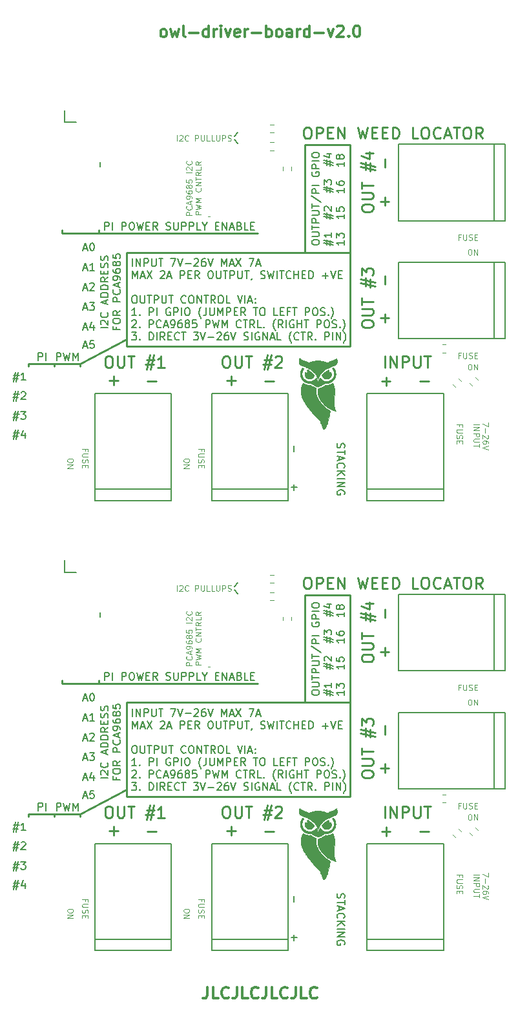
<source format=gbr>
%TF.GenerationSoftware,KiCad,Pcbnew,6.0.11+dfsg-1*%
%TF.CreationDate,2024-03-17T12:00:56+00:00*%
%TF.ProjectId,panel,70616e65-6c2e-46b6-9963-61645f706362,rev?*%
%TF.SameCoordinates,Original*%
%TF.FileFunction,Legend,Top*%
%TF.FilePolarity,Positive*%
%FSLAX46Y46*%
G04 Gerber Fmt 4.6, Leading zero omitted, Abs format (unit mm)*
G04 Created by KiCad (PCBNEW 6.0.11+dfsg-1) date 2024-03-17 12:00:56*
%MOMM*%
%LPD*%
G01*
G04 APERTURE LIST*
%ADD10C,0.010000*%
%ADD11C,0.250000*%
%ADD12C,0.150000*%
%ADD13C,0.240000*%
%ADD14C,0.120000*%
%ADD15C,0.300000*%
G04 APERTURE END LIST*
D10*
G36*
X157990483Y-68531273D02*
G01*
X157992637Y-68533259D01*
X157998033Y-68540927D01*
X158004733Y-68553128D01*
X158012561Y-68569390D01*
X158021338Y-68589240D01*
X158030890Y-68612204D01*
X158051607Y-68665582D01*
X158073300Y-68725740D01*
X158094553Y-68788894D01*
X158113954Y-68851257D01*
X158122518Y-68880960D01*
X158130089Y-68909046D01*
X158146133Y-68974409D01*
X158160320Y-69039626D01*
X158172669Y-69105316D01*
X158183201Y-69172101D01*
X158191936Y-69240600D01*
X158198896Y-69311434D01*
X158204099Y-69385222D01*
X158207567Y-69462585D01*
X158209320Y-69544144D01*
X158209378Y-69630518D01*
X158207762Y-69722327D01*
X158204491Y-69820193D01*
X158193071Y-70036572D01*
X158175279Y-70284616D01*
X158156965Y-70526985D01*
X158146223Y-70703261D01*
X158143092Y-70778952D01*
X158141135Y-70852927D01*
X158139780Y-71015469D01*
X158140734Y-71133937D01*
X158143911Y-71242220D01*
X158149507Y-71342181D01*
X158157718Y-71435687D01*
X158168740Y-71524601D01*
X158182768Y-71610789D01*
X158200000Y-71696116D01*
X158220630Y-71782446D01*
X158232225Y-71824536D01*
X158246725Y-71872214D01*
X158263255Y-71923004D01*
X158280940Y-71974428D01*
X158298906Y-72024007D01*
X158316279Y-72069264D01*
X158332184Y-72107722D01*
X158345747Y-72136902D01*
X158349362Y-72144082D01*
X158352734Y-72150972D01*
X158355789Y-72157406D01*
X158358454Y-72163221D01*
X158360655Y-72168251D01*
X158362318Y-72172332D01*
X158363370Y-72175301D01*
X158363644Y-72176316D01*
X158363737Y-72176991D01*
X158363673Y-72177777D01*
X158363473Y-72178482D01*
X158363318Y-72178804D01*
X158363125Y-72179105D01*
X158362893Y-72179384D01*
X158362619Y-72179642D01*
X158362303Y-72179878D01*
X158361943Y-72180092D01*
X158361085Y-72180452D01*
X158360034Y-72180720D01*
X158358779Y-72180893D01*
X158357308Y-72180968D01*
X158355610Y-72180945D01*
X158353674Y-72180819D01*
X158351487Y-72180589D01*
X158349040Y-72180252D01*
X158346319Y-72179806D01*
X158343314Y-72179249D01*
X158340014Y-72178578D01*
X158336406Y-72177790D01*
X158332480Y-72176883D01*
X158323628Y-72174705D01*
X158313365Y-72172022D01*
X158301601Y-72168817D01*
X158288243Y-72165069D01*
X158273202Y-72160760D01*
X158256385Y-72155871D01*
X158237701Y-72150381D01*
X158237678Y-72150443D01*
X158168264Y-72129100D01*
X158099824Y-72106285D01*
X158032449Y-72082034D01*
X157966229Y-72056385D01*
X157901257Y-72029373D01*
X157837622Y-72001037D01*
X157775417Y-71971411D01*
X157714733Y-71940533D01*
X157592415Y-71873149D01*
X157472645Y-71801036D01*
X157355661Y-71724434D01*
X157241704Y-71643581D01*
X157131014Y-71558718D01*
X157023831Y-71470082D01*
X156920395Y-71377913D01*
X156820945Y-71282450D01*
X156725721Y-71183932D01*
X156634965Y-71082599D01*
X156548914Y-70978689D01*
X156467810Y-70872441D01*
X156391892Y-70764094D01*
X156321401Y-70653888D01*
X156256576Y-70542062D01*
X156197656Y-70428854D01*
X156173417Y-70378331D01*
X156150863Y-70328895D01*
X156129963Y-70280434D01*
X156110686Y-70232835D01*
X156093003Y-70185987D01*
X156076882Y-70139777D01*
X156062292Y-70094093D01*
X156049203Y-70048823D01*
X156037585Y-70003854D01*
X156027405Y-69959074D01*
X156018635Y-69914372D01*
X156011242Y-69869635D01*
X156005197Y-69824751D01*
X156000468Y-69779607D01*
X155997025Y-69734091D01*
X155994837Y-69688092D01*
X155993554Y-69634630D01*
X155993580Y-69585511D01*
X155994982Y-69539898D01*
X155997832Y-69496953D01*
X156002198Y-69455838D01*
X156008151Y-69415717D01*
X156015761Y-69375751D01*
X156025097Y-69335104D01*
X156039756Y-69275964D01*
X156085346Y-69259754D01*
X156129226Y-69243145D01*
X156185348Y-69220366D01*
X156250259Y-69192936D01*
X156320508Y-69162377D01*
X156463207Y-69097957D01*
X156528752Y-69067138D01*
X156585823Y-69039274D01*
X156648209Y-69007495D01*
X156706484Y-68976684D01*
X156760794Y-68946752D01*
X156811286Y-68917615D01*
X156858107Y-68889184D01*
X156901403Y-68861373D01*
X156941323Y-68834096D01*
X156978012Y-68807265D01*
X157046522Y-68755305D01*
X157107773Y-68764805D01*
X157127111Y-68767356D01*
X157148341Y-68769309D01*
X157171207Y-68770678D01*
X157195457Y-68771477D01*
X157247098Y-68771425D01*
X157301240Y-68769267D01*
X157355857Y-68765122D01*
X157408927Y-68759104D01*
X157434249Y-68755429D01*
X157458424Y-68751330D01*
X157481201Y-68746820D01*
X157502325Y-68741915D01*
X157530316Y-68734464D01*
X157559470Y-68725941D01*
X157620271Y-68706096D01*
X157682739Y-68683220D01*
X157744883Y-68658153D01*
X157804716Y-68631735D01*
X157860248Y-68604805D01*
X157909489Y-68578202D01*
X157931129Y-68565287D01*
X157950451Y-68552768D01*
X157957118Y-68548315D01*
X157963562Y-68544161D01*
X157969624Y-68540396D01*
X157975147Y-68537112D01*
X157979976Y-68534398D01*
X157983952Y-68532348D01*
X157985572Y-68531599D01*
X157986920Y-68531050D01*
X157987976Y-68530713D01*
X157988722Y-68530598D01*
X157990483Y-68531273D01*
G37*
X157990483Y-68531273D02*
X157992637Y-68533259D01*
X157998033Y-68540927D01*
X158004733Y-68553128D01*
X158012561Y-68569390D01*
X158021338Y-68589240D01*
X158030890Y-68612204D01*
X158051607Y-68665582D01*
X158073300Y-68725740D01*
X158094553Y-68788894D01*
X158113954Y-68851257D01*
X158122518Y-68880960D01*
X158130089Y-68909046D01*
X158146133Y-68974409D01*
X158160320Y-69039626D01*
X158172669Y-69105316D01*
X158183201Y-69172101D01*
X158191936Y-69240600D01*
X158198896Y-69311434D01*
X158204099Y-69385222D01*
X158207567Y-69462585D01*
X158209320Y-69544144D01*
X158209378Y-69630518D01*
X158207762Y-69722327D01*
X158204491Y-69820193D01*
X158193071Y-70036572D01*
X158175279Y-70284616D01*
X158156965Y-70526985D01*
X158146223Y-70703261D01*
X158143092Y-70778952D01*
X158141135Y-70852927D01*
X158139780Y-71015469D01*
X158140734Y-71133937D01*
X158143911Y-71242220D01*
X158149507Y-71342181D01*
X158157718Y-71435687D01*
X158168740Y-71524601D01*
X158182768Y-71610789D01*
X158200000Y-71696116D01*
X158220630Y-71782446D01*
X158232225Y-71824536D01*
X158246725Y-71872214D01*
X158263255Y-71923004D01*
X158280940Y-71974428D01*
X158298906Y-72024007D01*
X158316279Y-72069264D01*
X158332184Y-72107722D01*
X158345747Y-72136902D01*
X158349362Y-72144082D01*
X158352734Y-72150972D01*
X158355789Y-72157406D01*
X158358454Y-72163221D01*
X158360655Y-72168251D01*
X158362318Y-72172332D01*
X158363370Y-72175301D01*
X158363644Y-72176316D01*
X158363737Y-72176991D01*
X158363673Y-72177777D01*
X158363473Y-72178482D01*
X158363318Y-72178804D01*
X158363125Y-72179105D01*
X158362893Y-72179384D01*
X158362619Y-72179642D01*
X158362303Y-72179878D01*
X158361943Y-72180092D01*
X158361085Y-72180452D01*
X158360034Y-72180720D01*
X158358779Y-72180893D01*
X158357308Y-72180968D01*
X158355610Y-72180945D01*
X158353674Y-72180819D01*
X158351487Y-72180589D01*
X158349040Y-72180252D01*
X158346319Y-72179806D01*
X158343314Y-72179249D01*
X158340014Y-72178578D01*
X158336406Y-72177790D01*
X158332480Y-72176883D01*
X158323628Y-72174705D01*
X158313365Y-72172022D01*
X158301601Y-72168817D01*
X158288243Y-72165069D01*
X158273202Y-72160760D01*
X158256385Y-72155871D01*
X158237701Y-72150381D01*
X158237678Y-72150443D01*
X158168264Y-72129100D01*
X158099824Y-72106285D01*
X158032449Y-72082034D01*
X157966229Y-72056385D01*
X157901257Y-72029373D01*
X157837622Y-72001037D01*
X157775417Y-71971411D01*
X157714733Y-71940533D01*
X157592415Y-71873149D01*
X157472645Y-71801036D01*
X157355661Y-71724434D01*
X157241704Y-71643581D01*
X157131014Y-71558718D01*
X157023831Y-71470082D01*
X156920395Y-71377913D01*
X156820945Y-71282450D01*
X156725721Y-71183932D01*
X156634965Y-71082599D01*
X156548914Y-70978689D01*
X156467810Y-70872441D01*
X156391892Y-70764094D01*
X156321401Y-70653888D01*
X156256576Y-70542062D01*
X156197656Y-70428854D01*
X156173417Y-70378331D01*
X156150863Y-70328895D01*
X156129963Y-70280434D01*
X156110686Y-70232835D01*
X156093003Y-70185987D01*
X156076882Y-70139777D01*
X156062292Y-70094093D01*
X156049203Y-70048823D01*
X156037585Y-70003854D01*
X156027405Y-69959074D01*
X156018635Y-69914372D01*
X156011242Y-69869635D01*
X156005197Y-69824751D01*
X156000468Y-69779607D01*
X155997025Y-69734091D01*
X155994837Y-69688092D01*
X155993554Y-69634630D01*
X155993580Y-69585511D01*
X155994982Y-69539898D01*
X155997832Y-69496953D01*
X156002198Y-69455838D01*
X156008151Y-69415717D01*
X156015761Y-69375751D01*
X156025097Y-69335104D01*
X156039756Y-69275964D01*
X156085346Y-69259754D01*
X156129226Y-69243145D01*
X156185348Y-69220366D01*
X156250259Y-69192936D01*
X156320508Y-69162377D01*
X156463207Y-69097957D01*
X156528752Y-69067138D01*
X156585823Y-69039274D01*
X156648209Y-69007495D01*
X156706484Y-68976684D01*
X156760794Y-68946752D01*
X156811286Y-68917615D01*
X156858107Y-68889184D01*
X156901403Y-68861373D01*
X156941323Y-68834096D01*
X156978012Y-68807265D01*
X157046522Y-68755305D01*
X157107773Y-68764805D01*
X157127111Y-68767356D01*
X157148341Y-68769309D01*
X157171207Y-68770678D01*
X157195457Y-68771477D01*
X157247098Y-68771425D01*
X157301240Y-68769267D01*
X157355857Y-68765122D01*
X157408927Y-68759104D01*
X157434249Y-68755429D01*
X157458424Y-68751330D01*
X157481201Y-68746820D01*
X157502325Y-68741915D01*
X157530316Y-68734464D01*
X157559470Y-68725941D01*
X157620271Y-68706096D01*
X157682739Y-68683220D01*
X157744883Y-68658153D01*
X157804716Y-68631735D01*
X157860248Y-68604805D01*
X157909489Y-68578202D01*
X157931129Y-68565287D01*
X157950451Y-68552768D01*
X157957118Y-68548315D01*
X157963562Y-68544161D01*
X157969624Y-68540396D01*
X157975147Y-68537112D01*
X157979976Y-68534398D01*
X157983952Y-68532348D01*
X157985572Y-68531599D01*
X157986920Y-68531050D01*
X157987976Y-68530713D01*
X157988722Y-68530598D01*
X157990483Y-68531273D01*
G36*
X157990483Y-127531273D02*
G01*
X157992637Y-127533259D01*
X157998033Y-127540927D01*
X158004733Y-127553128D01*
X158012561Y-127569390D01*
X158021338Y-127589240D01*
X158030890Y-127612204D01*
X158051607Y-127665582D01*
X158073300Y-127725740D01*
X158094553Y-127788894D01*
X158113954Y-127851257D01*
X158122518Y-127880960D01*
X158130089Y-127909046D01*
X158146133Y-127974409D01*
X158160320Y-128039626D01*
X158172669Y-128105316D01*
X158183201Y-128172101D01*
X158191936Y-128240600D01*
X158198896Y-128311434D01*
X158204099Y-128385222D01*
X158207567Y-128462585D01*
X158209320Y-128544144D01*
X158209378Y-128630518D01*
X158207762Y-128722327D01*
X158204491Y-128820193D01*
X158193071Y-129036572D01*
X158175279Y-129284616D01*
X158156965Y-129526985D01*
X158146223Y-129703261D01*
X158143092Y-129778952D01*
X158141135Y-129852927D01*
X158139780Y-130015469D01*
X158140734Y-130133937D01*
X158143911Y-130242220D01*
X158149507Y-130342181D01*
X158157718Y-130435687D01*
X158168740Y-130524601D01*
X158182768Y-130610789D01*
X158200000Y-130696116D01*
X158220630Y-130782446D01*
X158232225Y-130824536D01*
X158246725Y-130872214D01*
X158263255Y-130923004D01*
X158280940Y-130974428D01*
X158298906Y-131024007D01*
X158316279Y-131069264D01*
X158332184Y-131107722D01*
X158345747Y-131136902D01*
X158349362Y-131144082D01*
X158352734Y-131150972D01*
X158355789Y-131157406D01*
X158358454Y-131163221D01*
X158360655Y-131168251D01*
X158362318Y-131172332D01*
X158363370Y-131175301D01*
X158363644Y-131176316D01*
X158363737Y-131176991D01*
X158363673Y-131177777D01*
X158363473Y-131178482D01*
X158363318Y-131178804D01*
X158363125Y-131179105D01*
X158362893Y-131179384D01*
X158362619Y-131179642D01*
X158362303Y-131179878D01*
X158361943Y-131180092D01*
X158361085Y-131180452D01*
X158360034Y-131180720D01*
X158358779Y-131180893D01*
X158357308Y-131180968D01*
X158355610Y-131180945D01*
X158353674Y-131180819D01*
X158351487Y-131180589D01*
X158349040Y-131180252D01*
X158346319Y-131179806D01*
X158343314Y-131179249D01*
X158340014Y-131178578D01*
X158336406Y-131177790D01*
X158332480Y-131176883D01*
X158323628Y-131174705D01*
X158313365Y-131172022D01*
X158301601Y-131168817D01*
X158288243Y-131165069D01*
X158273202Y-131160760D01*
X158256385Y-131155871D01*
X158237701Y-131150381D01*
X158237678Y-131150443D01*
X158168264Y-131129100D01*
X158099824Y-131106285D01*
X158032449Y-131082034D01*
X157966229Y-131056385D01*
X157901257Y-131029373D01*
X157837622Y-131001037D01*
X157775417Y-130971411D01*
X157714733Y-130940533D01*
X157592415Y-130873149D01*
X157472645Y-130801036D01*
X157355661Y-130724434D01*
X157241704Y-130643581D01*
X157131014Y-130558718D01*
X157023831Y-130470082D01*
X156920395Y-130377913D01*
X156820945Y-130282450D01*
X156725721Y-130183932D01*
X156634965Y-130082599D01*
X156548914Y-129978689D01*
X156467810Y-129872441D01*
X156391892Y-129764094D01*
X156321401Y-129653888D01*
X156256576Y-129542062D01*
X156197656Y-129428854D01*
X156173417Y-129378331D01*
X156150863Y-129328895D01*
X156129963Y-129280434D01*
X156110686Y-129232835D01*
X156093003Y-129185987D01*
X156076882Y-129139777D01*
X156062292Y-129094093D01*
X156049203Y-129048823D01*
X156037585Y-129003854D01*
X156027405Y-128959074D01*
X156018635Y-128914372D01*
X156011242Y-128869635D01*
X156005197Y-128824751D01*
X156000468Y-128779607D01*
X155997025Y-128734091D01*
X155994837Y-128688092D01*
X155993554Y-128634630D01*
X155993580Y-128585511D01*
X155994982Y-128539898D01*
X155997832Y-128496953D01*
X156002198Y-128455838D01*
X156008151Y-128415717D01*
X156015761Y-128375751D01*
X156025097Y-128335104D01*
X156039756Y-128275964D01*
X156085346Y-128259754D01*
X156129226Y-128243145D01*
X156185348Y-128220366D01*
X156250259Y-128192936D01*
X156320508Y-128162377D01*
X156463207Y-128097957D01*
X156528752Y-128067138D01*
X156585823Y-128039274D01*
X156648209Y-128007495D01*
X156706484Y-127976684D01*
X156760794Y-127946752D01*
X156811286Y-127917615D01*
X156858107Y-127889184D01*
X156901403Y-127861373D01*
X156941323Y-127834096D01*
X156978012Y-127807265D01*
X157046522Y-127755305D01*
X157107773Y-127764805D01*
X157127111Y-127767356D01*
X157148341Y-127769309D01*
X157171207Y-127770678D01*
X157195457Y-127771477D01*
X157247098Y-127771425D01*
X157301240Y-127769267D01*
X157355857Y-127765122D01*
X157408927Y-127759104D01*
X157434249Y-127755429D01*
X157458424Y-127751330D01*
X157481201Y-127746820D01*
X157502325Y-127741915D01*
X157530316Y-127734464D01*
X157559470Y-127725941D01*
X157620271Y-127706096D01*
X157682739Y-127683220D01*
X157744883Y-127658153D01*
X157804716Y-127631735D01*
X157860248Y-127604805D01*
X157909489Y-127578202D01*
X157931129Y-127565287D01*
X157950451Y-127552768D01*
X157957118Y-127548315D01*
X157963562Y-127544161D01*
X157969624Y-127540396D01*
X157975147Y-127537112D01*
X157979976Y-127534398D01*
X157983952Y-127532348D01*
X157985572Y-127531599D01*
X157986920Y-127531050D01*
X157987976Y-127530713D01*
X157988722Y-127530598D01*
X157990483Y-127531273D01*
G37*
X157990483Y-127531273D02*
X157992637Y-127533259D01*
X157998033Y-127540927D01*
X158004733Y-127553128D01*
X158012561Y-127569390D01*
X158021338Y-127589240D01*
X158030890Y-127612204D01*
X158051607Y-127665582D01*
X158073300Y-127725740D01*
X158094553Y-127788894D01*
X158113954Y-127851257D01*
X158122518Y-127880960D01*
X158130089Y-127909046D01*
X158146133Y-127974409D01*
X158160320Y-128039626D01*
X158172669Y-128105316D01*
X158183201Y-128172101D01*
X158191936Y-128240600D01*
X158198896Y-128311434D01*
X158204099Y-128385222D01*
X158207567Y-128462585D01*
X158209320Y-128544144D01*
X158209378Y-128630518D01*
X158207762Y-128722327D01*
X158204491Y-128820193D01*
X158193071Y-129036572D01*
X158175279Y-129284616D01*
X158156965Y-129526985D01*
X158146223Y-129703261D01*
X158143092Y-129778952D01*
X158141135Y-129852927D01*
X158139780Y-130015469D01*
X158140734Y-130133937D01*
X158143911Y-130242220D01*
X158149507Y-130342181D01*
X158157718Y-130435687D01*
X158168740Y-130524601D01*
X158182768Y-130610789D01*
X158200000Y-130696116D01*
X158220630Y-130782446D01*
X158232225Y-130824536D01*
X158246725Y-130872214D01*
X158263255Y-130923004D01*
X158280940Y-130974428D01*
X158298906Y-131024007D01*
X158316279Y-131069264D01*
X158332184Y-131107722D01*
X158345747Y-131136902D01*
X158349362Y-131144082D01*
X158352734Y-131150972D01*
X158355789Y-131157406D01*
X158358454Y-131163221D01*
X158360655Y-131168251D01*
X158362318Y-131172332D01*
X158363370Y-131175301D01*
X158363644Y-131176316D01*
X158363737Y-131176991D01*
X158363673Y-131177777D01*
X158363473Y-131178482D01*
X158363318Y-131178804D01*
X158363125Y-131179105D01*
X158362893Y-131179384D01*
X158362619Y-131179642D01*
X158362303Y-131179878D01*
X158361943Y-131180092D01*
X158361085Y-131180452D01*
X158360034Y-131180720D01*
X158358779Y-131180893D01*
X158357308Y-131180968D01*
X158355610Y-131180945D01*
X158353674Y-131180819D01*
X158351487Y-131180589D01*
X158349040Y-131180252D01*
X158346319Y-131179806D01*
X158343314Y-131179249D01*
X158340014Y-131178578D01*
X158336406Y-131177790D01*
X158332480Y-131176883D01*
X158323628Y-131174705D01*
X158313365Y-131172022D01*
X158301601Y-131168817D01*
X158288243Y-131165069D01*
X158273202Y-131160760D01*
X158256385Y-131155871D01*
X158237701Y-131150381D01*
X158237678Y-131150443D01*
X158168264Y-131129100D01*
X158099824Y-131106285D01*
X158032449Y-131082034D01*
X157966229Y-131056385D01*
X157901257Y-131029373D01*
X157837622Y-131001037D01*
X157775417Y-130971411D01*
X157714733Y-130940533D01*
X157592415Y-130873149D01*
X157472645Y-130801036D01*
X157355661Y-130724434D01*
X157241704Y-130643581D01*
X157131014Y-130558718D01*
X157023831Y-130470082D01*
X156920395Y-130377913D01*
X156820945Y-130282450D01*
X156725721Y-130183932D01*
X156634965Y-130082599D01*
X156548914Y-129978689D01*
X156467810Y-129872441D01*
X156391892Y-129764094D01*
X156321401Y-129653888D01*
X156256576Y-129542062D01*
X156197656Y-129428854D01*
X156173417Y-129378331D01*
X156150863Y-129328895D01*
X156129963Y-129280434D01*
X156110686Y-129232835D01*
X156093003Y-129185987D01*
X156076882Y-129139777D01*
X156062292Y-129094093D01*
X156049203Y-129048823D01*
X156037585Y-129003854D01*
X156027405Y-128959074D01*
X156018635Y-128914372D01*
X156011242Y-128869635D01*
X156005197Y-128824751D01*
X156000468Y-128779607D01*
X155997025Y-128734091D01*
X155994837Y-128688092D01*
X155993554Y-128634630D01*
X155993580Y-128585511D01*
X155994982Y-128539898D01*
X155997832Y-128496953D01*
X156002198Y-128455838D01*
X156008151Y-128415717D01*
X156015761Y-128375751D01*
X156025097Y-128335104D01*
X156039756Y-128275964D01*
X156085346Y-128259754D01*
X156129226Y-128243145D01*
X156185348Y-128220366D01*
X156250259Y-128192936D01*
X156320508Y-128162377D01*
X156463207Y-128097957D01*
X156528752Y-128067138D01*
X156585823Y-128039274D01*
X156648209Y-128007495D01*
X156706484Y-127976684D01*
X156760794Y-127946752D01*
X156811286Y-127917615D01*
X156858107Y-127889184D01*
X156901403Y-127861373D01*
X156941323Y-127834096D01*
X156978012Y-127807265D01*
X157046522Y-127755305D01*
X157107773Y-127764805D01*
X157127111Y-127767356D01*
X157148341Y-127769309D01*
X157171207Y-127770678D01*
X157195457Y-127771477D01*
X157247098Y-127771425D01*
X157301240Y-127769267D01*
X157355857Y-127765122D01*
X157408927Y-127759104D01*
X157434249Y-127755429D01*
X157458424Y-127751330D01*
X157481201Y-127746820D01*
X157502325Y-127741915D01*
X157530316Y-127734464D01*
X157559470Y-127725941D01*
X157620271Y-127706096D01*
X157682739Y-127683220D01*
X157744883Y-127658153D01*
X157804716Y-127631735D01*
X157860248Y-127604805D01*
X157909489Y-127578202D01*
X157931129Y-127565287D01*
X157950451Y-127552768D01*
X157957118Y-127548315D01*
X157963562Y-127544161D01*
X157969624Y-127540396D01*
X157975147Y-127537112D01*
X157979976Y-127534398D01*
X157983952Y-127532348D01*
X157985572Y-127531599D01*
X157986920Y-127531050D01*
X157987976Y-127530713D01*
X157988722Y-127530598D01*
X157990483Y-127531273D01*
G36*
X154094563Y-68535260D02*
G01*
X154095800Y-68535368D01*
X154097119Y-68535580D01*
X154098525Y-68535897D01*
X154100022Y-68536322D01*
X154101616Y-68536855D01*
X154103311Y-68537498D01*
X154105112Y-68538253D01*
X154107024Y-68539122D01*
X154109052Y-68540107D01*
X154111199Y-68541209D01*
X154113472Y-68542429D01*
X154115875Y-68543770D01*
X154118413Y-68545234D01*
X154123912Y-68548534D01*
X154130008Y-68552344D01*
X154136738Y-68556676D01*
X154144142Y-68561544D01*
X154157098Y-68569782D01*
X154172234Y-68578779D01*
X154207902Y-68598504D01*
X154248858Y-68619634D01*
X154292817Y-68641082D01*
X154337492Y-68661762D01*
X154380597Y-68680586D01*
X154419846Y-68696468D01*
X154437310Y-68702966D01*
X154452953Y-68708322D01*
X154489285Y-68719532D01*
X154525799Y-68729714D01*
X154562414Y-68738858D01*
X154599047Y-68746959D01*
X154635614Y-68754007D01*
X154672033Y-68759995D01*
X154708220Y-68764917D01*
X154744094Y-68768763D01*
X154779570Y-68771526D01*
X154814567Y-68773199D01*
X154849001Y-68773775D01*
X154882790Y-68773244D01*
X154915850Y-68771600D01*
X154948098Y-68768835D01*
X154979453Y-68764941D01*
X155009830Y-68759912D01*
X155014742Y-68759076D01*
X155019334Y-68758511D01*
X155021539Y-68758344D01*
X155023698Y-68758262D01*
X155025825Y-68758270D01*
X155027929Y-68758373D01*
X155030023Y-68758578D01*
X155032119Y-68758889D01*
X155034229Y-68759313D01*
X155036363Y-68759855D01*
X155038534Y-68760520D01*
X155040753Y-68761315D01*
X155043033Y-68762244D01*
X155045384Y-68763314D01*
X155047818Y-68764529D01*
X155050348Y-68765896D01*
X155052984Y-68767420D01*
X155055739Y-68769106D01*
X155061651Y-68772990D01*
X155068177Y-68777591D01*
X155075411Y-68782954D01*
X155083445Y-68789123D01*
X155092374Y-68796145D01*
X155102291Y-68804062D01*
X155125071Y-68821780D01*
X155149904Y-68840032D01*
X155176698Y-68858765D01*
X155205359Y-68877925D01*
X155267912Y-68917317D01*
X155336818Y-68957784D01*
X155411332Y-68998903D01*
X155490709Y-69040251D01*
X155574205Y-69081403D01*
X155661075Y-69121937D01*
X155734566Y-69155571D01*
X155757551Y-69166302D01*
X155766739Y-69170836D01*
X155766859Y-69171075D01*
X155766940Y-69171563D01*
X155766986Y-69173258D01*
X155766882Y-69175872D01*
X155766636Y-69179353D01*
X155765740Y-69188712D01*
X155764348Y-69200928D01*
X155762509Y-69215593D01*
X155760275Y-69232300D01*
X155757694Y-69250640D01*
X155754818Y-69270206D01*
X155746529Y-69336233D01*
X155741378Y-69403573D01*
X155739355Y-69472167D01*
X155740446Y-69541953D01*
X155744639Y-69612870D01*
X155751923Y-69684859D01*
X155762284Y-69757857D01*
X155775710Y-69831803D01*
X155792190Y-69906638D01*
X155811711Y-69982300D01*
X155834261Y-70058728D01*
X155859827Y-70135861D01*
X155888398Y-70213638D01*
X155919961Y-70291999D01*
X155954503Y-70370882D01*
X155992014Y-70450227D01*
X156041813Y-70548036D01*
X156094574Y-70644264D01*
X156150351Y-70738972D01*
X156209194Y-70832223D01*
X156271157Y-70924079D01*
X156336291Y-71014602D01*
X156404648Y-71103853D01*
X156476281Y-71191896D01*
X156551241Y-71278792D01*
X156629580Y-71364604D01*
X156711351Y-71449394D01*
X156796606Y-71533223D01*
X156885396Y-71616154D01*
X156977775Y-71698249D01*
X157073793Y-71779571D01*
X157173504Y-71860181D01*
X157212439Y-71889891D01*
X157259036Y-71923652D01*
X157311783Y-71960456D01*
X157369170Y-71999293D01*
X157429685Y-72039155D01*
X157491817Y-72079035D01*
X157554055Y-72117923D01*
X157614889Y-72154811D01*
X157619646Y-72157707D01*
X157623950Y-72160455D01*
X157627814Y-72163075D01*
X157631254Y-72165587D01*
X157634283Y-72168009D01*
X157636916Y-72170360D01*
X157639167Y-72172660D01*
X157641051Y-72174927D01*
X157641860Y-72176055D01*
X157642582Y-72177182D01*
X157643220Y-72178310D01*
X157643776Y-72179443D01*
X157644250Y-72180581D01*
X157644645Y-72181729D01*
X157644963Y-72182888D01*
X157645205Y-72184060D01*
X157645373Y-72185248D01*
X157645470Y-72186454D01*
X157645496Y-72187681D01*
X157645454Y-72188931D01*
X157645173Y-72191511D01*
X157644640Y-72194211D01*
X157639603Y-72218529D01*
X157629245Y-72270709D01*
X157598579Y-72427973D01*
X157540321Y-72710745D01*
X157472954Y-73008314D01*
X157403239Y-73292015D01*
X157369615Y-73419708D01*
X157337938Y-73533184D01*
X157267967Y-73763489D01*
X157199055Y-73967393D01*
X157165154Y-74059115D01*
X157131708Y-74143843D01*
X157098780Y-74221443D01*
X157066432Y-74291784D01*
X157034729Y-74354736D01*
X157003734Y-74410165D01*
X156973509Y-74457941D01*
X156944118Y-74497932D01*
X156915625Y-74530006D01*
X156888093Y-74554032D01*
X156861584Y-74569878D01*
X156836162Y-74577412D01*
X156830246Y-74578169D01*
X156824922Y-74578723D01*
X156820101Y-74579026D01*
X156817851Y-74579070D01*
X156815694Y-74579033D01*
X156813619Y-74578911D01*
X156811614Y-74578697D01*
X156809668Y-74578385D01*
X156807771Y-74577970D01*
X156805910Y-74577446D01*
X156804076Y-74576807D01*
X156802256Y-74576047D01*
X156800440Y-74575160D01*
X156798617Y-74574141D01*
X156796776Y-74572984D01*
X156794905Y-74571683D01*
X156792993Y-74570231D01*
X156791030Y-74568624D01*
X156789004Y-74566856D01*
X156784719Y-74562811D01*
X156780051Y-74558049D01*
X156774909Y-74552525D01*
X156769205Y-74546191D01*
X156762851Y-74539001D01*
X156762865Y-74539015D01*
X156747483Y-74520189D01*
X156731601Y-74498105D01*
X156715236Y-74472800D01*
X156698405Y-74444315D01*
X156681126Y-74412689D01*
X156663416Y-74377962D01*
X156645293Y-74340172D01*
X156626774Y-74299360D01*
X156607876Y-74255565D01*
X156588617Y-74208826D01*
X156569015Y-74159182D01*
X156549086Y-74106674D01*
X156528848Y-74051341D01*
X156508319Y-73993221D01*
X156466457Y-73868782D01*
X156412786Y-73705622D01*
X156373956Y-73589813D01*
X156345697Y-73507723D01*
X156064584Y-73218424D01*
X155871951Y-73018831D01*
X155711003Y-72848307D01*
X155554470Y-72677535D01*
X155375084Y-72477201D01*
X155279866Y-72369107D01*
X155187768Y-72261939D01*
X155081133Y-72134889D01*
X154942306Y-71967149D01*
X154895231Y-71908323D01*
X154836566Y-71832344D01*
X154700134Y-71650182D01*
X154564356Y-71463171D01*
X154506508Y-71381132D01*
X154460577Y-71313822D01*
X154391690Y-71208351D01*
X154326878Y-71105318D01*
X154266076Y-71004578D01*
X154209221Y-70905985D01*
X154156248Y-70809393D01*
X154107094Y-70714656D01*
X154061693Y-70621628D01*
X154019982Y-70530163D01*
X153981897Y-70440116D01*
X153947374Y-70351340D01*
X153916349Y-70263690D01*
X153888757Y-70177021D01*
X153864534Y-70091185D01*
X153843617Y-70006038D01*
X153825940Y-69921432D01*
X153811441Y-69837224D01*
X153807268Y-69806721D01*
X153803708Y-69773720D01*
X153798418Y-69701673D01*
X153795544Y-69623991D01*
X153795061Y-69543579D01*
X153796945Y-69463343D01*
X153801170Y-69386190D01*
X153807710Y-69315026D01*
X153811841Y-69282597D01*
X153816541Y-69252756D01*
X153826775Y-69198030D01*
X153837956Y-69145313D01*
X153850206Y-69094184D01*
X153863644Y-69044222D01*
X153878390Y-68995006D01*
X153894564Y-68946114D01*
X153912285Y-68897125D01*
X153931673Y-68847617D01*
X153947247Y-68810961D01*
X153966109Y-68769276D01*
X153987129Y-68724826D01*
X154009175Y-68679879D01*
X154031117Y-68636700D01*
X154051823Y-68597554D01*
X154070162Y-68564707D01*
X154085003Y-68540424D01*
X154085653Y-68539504D01*
X154086333Y-68538670D01*
X154087047Y-68537921D01*
X154087800Y-68537262D01*
X154088597Y-68536692D01*
X154089442Y-68536214D01*
X154090340Y-68535829D01*
X154091297Y-68535540D01*
X154092316Y-68535348D01*
X154093404Y-68535254D01*
X154094563Y-68535260D01*
G37*
X154094563Y-68535260D02*
X154095800Y-68535368D01*
X154097119Y-68535580D01*
X154098525Y-68535897D01*
X154100022Y-68536322D01*
X154101616Y-68536855D01*
X154103311Y-68537498D01*
X154105112Y-68538253D01*
X154107024Y-68539122D01*
X154109052Y-68540107D01*
X154111199Y-68541209D01*
X154113472Y-68542429D01*
X154115875Y-68543770D01*
X154118413Y-68545234D01*
X154123912Y-68548534D01*
X154130008Y-68552344D01*
X154136738Y-68556676D01*
X154144142Y-68561544D01*
X154157098Y-68569782D01*
X154172234Y-68578779D01*
X154207902Y-68598504D01*
X154248858Y-68619634D01*
X154292817Y-68641082D01*
X154337492Y-68661762D01*
X154380597Y-68680586D01*
X154419846Y-68696468D01*
X154437310Y-68702966D01*
X154452953Y-68708322D01*
X154489285Y-68719532D01*
X154525799Y-68729714D01*
X154562414Y-68738858D01*
X154599047Y-68746959D01*
X154635614Y-68754007D01*
X154672033Y-68759995D01*
X154708220Y-68764917D01*
X154744094Y-68768763D01*
X154779570Y-68771526D01*
X154814567Y-68773199D01*
X154849001Y-68773775D01*
X154882790Y-68773244D01*
X154915850Y-68771600D01*
X154948098Y-68768835D01*
X154979453Y-68764941D01*
X155009830Y-68759912D01*
X155014742Y-68759076D01*
X155019334Y-68758511D01*
X155021539Y-68758344D01*
X155023698Y-68758262D01*
X155025825Y-68758270D01*
X155027929Y-68758373D01*
X155030023Y-68758578D01*
X155032119Y-68758889D01*
X155034229Y-68759313D01*
X155036363Y-68759855D01*
X155038534Y-68760520D01*
X155040753Y-68761315D01*
X155043033Y-68762244D01*
X155045384Y-68763314D01*
X155047818Y-68764529D01*
X155050348Y-68765896D01*
X155052984Y-68767420D01*
X155055739Y-68769106D01*
X155061651Y-68772990D01*
X155068177Y-68777591D01*
X155075411Y-68782954D01*
X155083445Y-68789123D01*
X155092374Y-68796145D01*
X155102291Y-68804062D01*
X155125071Y-68821780D01*
X155149904Y-68840032D01*
X155176698Y-68858765D01*
X155205359Y-68877925D01*
X155267912Y-68917317D01*
X155336818Y-68957784D01*
X155411332Y-68998903D01*
X155490709Y-69040251D01*
X155574205Y-69081403D01*
X155661075Y-69121937D01*
X155734566Y-69155571D01*
X155757551Y-69166302D01*
X155766739Y-69170836D01*
X155766859Y-69171075D01*
X155766940Y-69171563D01*
X155766986Y-69173258D01*
X155766882Y-69175872D01*
X155766636Y-69179353D01*
X155765740Y-69188712D01*
X155764348Y-69200928D01*
X155762509Y-69215593D01*
X155760275Y-69232300D01*
X155757694Y-69250640D01*
X155754818Y-69270206D01*
X155746529Y-69336233D01*
X155741378Y-69403573D01*
X155739355Y-69472167D01*
X155740446Y-69541953D01*
X155744639Y-69612870D01*
X155751923Y-69684859D01*
X155762284Y-69757857D01*
X155775710Y-69831803D01*
X155792190Y-69906638D01*
X155811711Y-69982300D01*
X155834261Y-70058728D01*
X155859827Y-70135861D01*
X155888398Y-70213638D01*
X155919961Y-70291999D01*
X155954503Y-70370882D01*
X155992014Y-70450227D01*
X156041813Y-70548036D01*
X156094574Y-70644264D01*
X156150351Y-70738972D01*
X156209194Y-70832223D01*
X156271157Y-70924079D01*
X156336291Y-71014602D01*
X156404648Y-71103853D01*
X156476281Y-71191896D01*
X156551241Y-71278792D01*
X156629580Y-71364604D01*
X156711351Y-71449394D01*
X156796606Y-71533223D01*
X156885396Y-71616154D01*
X156977775Y-71698249D01*
X157073793Y-71779571D01*
X157173504Y-71860181D01*
X157212439Y-71889891D01*
X157259036Y-71923652D01*
X157311783Y-71960456D01*
X157369170Y-71999293D01*
X157429685Y-72039155D01*
X157491817Y-72079035D01*
X157554055Y-72117923D01*
X157614889Y-72154811D01*
X157619646Y-72157707D01*
X157623950Y-72160455D01*
X157627814Y-72163075D01*
X157631254Y-72165587D01*
X157634283Y-72168009D01*
X157636916Y-72170360D01*
X157639167Y-72172660D01*
X157641051Y-72174927D01*
X157641860Y-72176055D01*
X157642582Y-72177182D01*
X157643220Y-72178310D01*
X157643776Y-72179443D01*
X157644250Y-72180581D01*
X157644645Y-72181729D01*
X157644963Y-72182888D01*
X157645205Y-72184060D01*
X157645373Y-72185248D01*
X157645470Y-72186454D01*
X157645496Y-72187681D01*
X157645454Y-72188931D01*
X157645173Y-72191511D01*
X157644640Y-72194211D01*
X157639603Y-72218529D01*
X157629245Y-72270709D01*
X157598579Y-72427973D01*
X157540321Y-72710745D01*
X157472954Y-73008314D01*
X157403239Y-73292015D01*
X157369615Y-73419708D01*
X157337938Y-73533184D01*
X157267967Y-73763489D01*
X157199055Y-73967393D01*
X157165154Y-74059115D01*
X157131708Y-74143843D01*
X157098780Y-74221443D01*
X157066432Y-74291784D01*
X157034729Y-74354736D01*
X157003734Y-74410165D01*
X156973509Y-74457941D01*
X156944118Y-74497932D01*
X156915625Y-74530006D01*
X156888093Y-74554032D01*
X156861584Y-74569878D01*
X156836162Y-74577412D01*
X156830246Y-74578169D01*
X156824922Y-74578723D01*
X156820101Y-74579026D01*
X156817851Y-74579070D01*
X156815694Y-74579033D01*
X156813619Y-74578911D01*
X156811614Y-74578697D01*
X156809668Y-74578385D01*
X156807771Y-74577970D01*
X156805910Y-74577446D01*
X156804076Y-74576807D01*
X156802256Y-74576047D01*
X156800440Y-74575160D01*
X156798617Y-74574141D01*
X156796776Y-74572984D01*
X156794905Y-74571683D01*
X156792993Y-74570231D01*
X156791030Y-74568624D01*
X156789004Y-74566856D01*
X156784719Y-74562811D01*
X156780051Y-74558049D01*
X156774909Y-74552525D01*
X156769205Y-74546191D01*
X156762851Y-74539001D01*
X156762865Y-74539015D01*
X156747483Y-74520189D01*
X156731601Y-74498105D01*
X156715236Y-74472800D01*
X156698405Y-74444315D01*
X156681126Y-74412689D01*
X156663416Y-74377962D01*
X156645293Y-74340172D01*
X156626774Y-74299360D01*
X156607876Y-74255565D01*
X156588617Y-74208826D01*
X156569015Y-74159182D01*
X156549086Y-74106674D01*
X156528848Y-74051341D01*
X156508319Y-73993221D01*
X156466457Y-73868782D01*
X156412786Y-73705622D01*
X156373956Y-73589813D01*
X156345697Y-73507723D01*
X156064584Y-73218424D01*
X155871951Y-73018831D01*
X155711003Y-72848307D01*
X155554470Y-72677535D01*
X155375084Y-72477201D01*
X155279866Y-72369107D01*
X155187768Y-72261939D01*
X155081133Y-72134889D01*
X154942306Y-71967149D01*
X154895231Y-71908323D01*
X154836566Y-71832344D01*
X154700134Y-71650182D01*
X154564356Y-71463171D01*
X154506508Y-71381132D01*
X154460577Y-71313822D01*
X154391690Y-71208351D01*
X154326878Y-71105318D01*
X154266076Y-71004578D01*
X154209221Y-70905985D01*
X154156248Y-70809393D01*
X154107094Y-70714656D01*
X154061693Y-70621628D01*
X154019982Y-70530163D01*
X153981897Y-70440116D01*
X153947374Y-70351340D01*
X153916349Y-70263690D01*
X153888757Y-70177021D01*
X153864534Y-70091185D01*
X153843617Y-70006038D01*
X153825940Y-69921432D01*
X153811441Y-69837224D01*
X153807268Y-69806721D01*
X153803708Y-69773720D01*
X153798418Y-69701673D01*
X153795544Y-69623991D01*
X153795061Y-69543579D01*
X153796945Y-69463343D01*
X153801170Y-69386190D01*
X153807710Y-69315026D01*
X153811841Y-69282597D01*
X153816541Y-69252756D01*
X153826775Y-69198030D01*
X153837956Y-69145313D01*
X153850206Y-69094184D01*
X153863644Y-69044222D01*
X153878390Y-68995006D01*
X153894564Y-68946114D01*
X153912285Y-68897125D01*
X153931673Y-68847617D01*
X153947247Y-68810961D01*
X153966109Y-68769276D01*
X153987129Y-68724826D01*
X154009175Y-68679879D01*
X154031117Y-68636700D01*
X154051823Y-68597554D01*
X154070162Y-68564707D01*
X154085003Y-68540424D01*
X154085653Y-68539504D01*
X154086333Y-68538670D01*
X154087047Y-68537921D01*
X154087800Y-68537262D01*
X154088597Y-68536692D01*
X154089442Y-68536214D01*
X154090340Y-68535829D01*
X154091297Y-68535540D01*
X154092316Y-68535348D01*
X154093404Y-68535254D01*
X154094563Y-68535260D01*
G36*
X154094563Y-127535260D02*
G01*
X154095800Y-127535368D01*
X154097119Y-127535580D01*
X154098525Y-127535897D01*
X154100022Y-127536322D01*
X154101616Y-127536855D01*
X154103311Y-127537498D01*
X154105112Y-127538253D01*
X154107024Y-127539122D01*
X154109052Y-127540107D01*
X154111199Y-127541209D01*
X154113472Y-127542429D01*
X154115875Y-127543770D01*
X154118413Y-127545234D01*
X154123912Y-127548534D01*
X154130008Y-127552344D01*
X154136738Y-127556676D01*
X154144142Y-127561544D01*
X154157098Y-127569782D01*
X154172234Y-127578779D01*
X154207902Y-127598504D01*
X154248858Y-127619634D01*
X154292817Y-127641082D01*
X154337492Y-127661762D01*
X154380597Y-127680586D01*
X154419846Y-127696468D01*
X154437310Y-127702966D01*
X154452953Y-127708322D01*
X154489285Y-127719532D01*
X154525799Y-127729714D01*
X154562414Y-127738858D01*
X154599047Y-127746959D01*
X154635614Y-127754007D01*
X154672033Y-127759995D01*
X154708220Y-127764917D01*
X154744094Y-127768763D01*
X154779570Y-127771526D01*
X154814567Y-127773199D01*
X154849001Y-127773775D01*
X154882790Y-127773244D01*
X154915850Y-127771600D01*
X154948098Y-127768835D01*
X154979453Y-127764941D01*
X155009830Y-127759912D01*
X155014742Y-127759076D01*
X155019334Y-127758511D01*
X155021539Y-127758344D01*
X155023698Y-127758262D01*
X155025825Y-127758270D01*
X155027929Y-127758373D01*
X155030023Y-127758578D01*
X155032119Y-127758889D01*
X155034229Y-127759313D01*
X155036363Y-127759855D01*
X155038534Y-127760520D01*
X155040753Y-127761315D01*
X155043033Y-127762244D01*
X155045384Y-127763314D01*
X155047818Y-127764529D01*
X155050348Y-127765896D01*
X155052984Y-127767420D01*
X155055739Y-127769106D01*
X155061651Y-127772990D01*
X155068177Y-127777591D01*
X155075411Y-127782954D01*
X155083445Y-127789123D01*
X155092374Y-127796145D01*
X155102291Y-127804062D01*
X155125071Y-127821780D01*
X155149904Y-127840032D01*
X155176698Y-127858765D01*
X155205359Y-127877925D01*
X155267912Y-127917317D01*
X155336818Y-127957784D01*
X155411332Y-127998903D01*
X155490709Y-128040251D01*
X155574205Y-128081403D01*
X155661075Y-128121937D01*
X155734566Y-128155571D01*
X155757551Y-128166302D01*
X155766739Y-128170836D01*
X155766859Y-128171075D01*
X155766940Y-128171563D01*
X155766986Y-128173258D01*
X155766882Y-128175872D01*
X155766636Y-128179353D01*
X155765740Y-128188712D01*
X155764348Y-128200928D01*
X155762509Y-128215593D01*
X155760275Y-128232300D01*
X155757694Y-128250640D01*
X155754818Y-128270206D01*
X155746529Y-128336233D01*
X155741378Y-128403573D01*
X155739355Y-128472167D01*
X155740446Y-128541953D01*
X155744639Y-128612870D01*
X155751923Y-128684859D01*
X155762284Y-128757857D01*
X155775710Y-128831803D01*
X155792190Y-128906638D01*
X155811711Y-128982300D01*
X155834261Y-129058728D01*
X155859827Y-129135861D01*
X155888398Y-129213638D01*
X155919961Y-129291999D01*
X155954503Y-129370882D01*
X155992014Y-129450227D01*
X156041813Y-129548036D01*
X156094574Y-129644264D01*
X156150351Y-129738972D01*
X156209194Y-129832223D01*
X156271157Y-129924079D01*
X156336291Y-130014602D01*
X156404648Y-130103853D01*
X156476281Y-130191896D01*
X156551241Y-130278792D01*
X156629580Y-130364604D01*
X156711351Y-130449394D01*
X156796606Y-130533223D01*
X156885396Y-130616154D01*
X156977775Y-130698249D01*
X157073793Y-130779571D01*
X157173504Y-130860181D01*
X157212439Y-130889891D01*
X157259036Y-130923652D01*
X157311783Y-130960456D01*
X157369170Y-130999293D01*
X157429685Y-131039155D01*
X157491817Y-131079035D01*
X157554055Y-131117923D01*
X157614889Y-131154811D01*
X157619646Y-131157707D01*
X157623950Y-131160455D01*
X157627814Y-131163075D01*
X157631254Y-131165587D01*
X157634283Y-131168009D01*
X157636916Y-131170360D01*
X157639167Y-131172660D01*
X157641051Y-131174927D01*
X157641860Y-131176055D01*
X157642582Y-131177182D01*
X157643220Y-131178310D01*
X157643776Y-131179443D01*
X157644250Y-131180581D01*
X157644645Y-131181729D01*
X157644963Y-131182888D01*
X157645205Y-131184060D01*
X157645373Y-131185248D01*
X157645470Y-131186454D01*
X157645496Y-131187681D01*
X157645454Y-131188931D01*
X157645173Y-131191511D01*
X157644640Y-131194211D01*
X157639603Y-131218529D01*
X157629245Y-131270709D01*
X157598579Y-131427973D01*
X157540321Y-131710745D01*
X157472954Y-132008314D01*
X157403239Y-132292015D01*
X157369615Y-132419708D01*
X157337938Y-132533184D01*
X157267967Y-132763489D01*
X157199055Y-132967393D01*
X157165154Y-133059115D01*
X157131708Y-133143843D01*
X157098780Y-133221443D01*
X157066432Y-133291784D01*
X157034729Y-133354736D01*
X157003734Y-133410165D01*
X156973509Y-133457941D01*
X156944118Y-133497932D01*
X156915625Y-133530006D01*
X156888093Y-133554032D01*
X156861584Y-133569878D01*
X156836162Y-133577412D01*
X156830246Y-133578169D01*
X156824922Y-133578723D01*
X156820101Y-133579026D01*
X156817851Y-133579070D01*
X156815694Y-133579033D01*
X156813619Y-133578911D01*
X156811614Y-133578697D01*
X156809668Y-133578385D01*
X156807771Y-133577970D01*
X156805910Y-133577446D01*
X156804076Y-133576807D01*
X156802256Y-133576047D01*
X156800440Y-133575160D01*
X156798617Y-133574141D01*
X156796776Y-133572984D01*
X156794905Y-133571683D01*
X156792993Y-133570231D01*
X156791030Y-133568624D01*
X156789004Y-133566856D01*
X156784719Y-133562811D01*
X156780051Y-133558049D01*
X156774909Y-133552525D01*
X156769205Y-133546191D01*
X156762851Y-133539001D01*
X156762865Y-133539015D01*
X156747483Y-133520189D01*
X156731601Y-133498105D01*
X156715236Y-133472800D01*
X156698405Y-133444315D01*
X156681126Y-133412689D01*
X156663416Y-133377962D01*
X156645293Y-133340172D01*
X156626774Y-133299360D01*
X156607876Y-133255565D01*
X156588617Y-133208826D01*
X156569015Y-133159182D01*
X156549086Y-133106674D01*
X156528848Y-133051341D01*
X156508319Y-132993221D01*
X156466457Y-132868782D01*
X156412786Y-132705622D01*
X156373956Y-132589813D01*
X156345697Y-132507723D01*
X156064584Y-132218424D01*
X155871951Y-132018831D01*
X155711003Y-131848307D01*
X155554470Y-131677535D01*
X155375084Y-131477201D01*
X155279866Y-131369107D01*
X155187768Y-131261939D01*
X155081133Y-131134889D01*
X154942306Y-130967149D01*
X154895231Y-130908323D01*
X154836566Y-130832344D01*
X154700134Y-130650182D01*
X154564356Y-130463171D01*
X154506508Y-130381132D01*
X154460577Y-130313822D01*
X154391690Y-130208351D01*
X154326878Y-130105318D01*
X154266076Y-130004578D01*
X154209221Y-129905985D01*
X154156248Y-129809393D01*
X154107094Y-129714656D01*
X154061693Y-129621628D01*
X154019982Y-129530163D01*
X153981897Y-129440116D01*
X153947374Y-129351340D01*
X153916349Y-129263690D01*
X153888757Y-129177021D01*
X153864534Y-129091185D01*
X153843617Y-129006038D01*
X153825940Y-128921432D01*
X153811441Y-128837224D01*
X153807268Y-128806721D01*
X153803708Y-128773720D01*
X153798418Y-128701673D01*
X153795544Y-128623991D01*
X153795061Y-128543579D01*
X153796945Y-128463343D01*
X153801170Y-128386190D01*
X153807710Y-128315026D01*
X153811841Y-128282597D01*
X153816541Y-128252756D01*
X153826775Y-128198030D01*
X153837956Y-128145313D01*
X153850206Y-128094184D01*
X153863644Y-128044222D01*
X153878390Y-127995006D01*
X153894564Y-127946114D01*
X153912285Y-127897125D01*
X153931673Y-127847617D01*
X153947247Y-127810961D01*
X153966109Y-127769276D01*
X153987129Y-127724826D01*
X154009175Y-127679879D01*
X154031117Y-127636700D01*
X154051823Y-127597554D01*
X154070162Y-127564707D01*
X154085003Y-127540424D01*
X154085653Y-127539504D01*
X154086333Y-127538670D01*
X154087047Y-127537921D01*
X154087800Y-127537262D01*
X154088597Y-127536692D01*
X154089442Y-127536214D01*
X154090340Y-127535829D01*
X154091297Y-127535540D01*
X154092316Y-127535348D01*
X154093404Y-127535254D01*
X154094563Y-127535260D01*
G37*
X154094563Y-127535260D02*
X154095800Y-127535368D01*
X154097119Y-127535580D01*
X154098525Y-127535897D01*
X154100022Y-127536322D01*
X154101616Y-127536855D01*
X154103311Y-127537498D01*
X154105112Y-127538253D01*
X154107024Y-127539122D01*
X154109052Y-127540107D01*
X154111199Y-127541209D01*
X154113472Y-127542429D01*
X154115875Y-127543770D01*
X154118413Y-127545234D01*
X154123912Y-127548534D01*
X154130008Y-127552344D01*
X154136738Y-127556676D01*
X154144142Y-127561544D01*
X154157098Y-127569782D01*
X154172234Y-127578779D01*
X154207902Y-127598504D01*
X154248858Y-127619634D01*
X154292817Y-127641082D01*
X154337492Y-127661762D01*
X154380597Y-127680586D01*
X154419846Y-127696468D01*
X154437310Y-127702966D01*
X154452953Y-127708322D01*
X154489285Y-127719532D01*
X154525799Y-127729714D01*
X154562414Y-127738858D01*
X154599047Y-127746959D01*
X154635614Y-127754007D01*
X154672033Y-127759995D01*
X154708220Y-127764917D01*
X154744094Y-127768763D01*
X154779570Y-127771526D01*
X154814567Y-127773199D01*
X154849001Y-127773775D01*
X154882790Y-127773244D01*
X154915850Y-127771600D01*
X154948098Y-127768835D01*
X154979453Y-127764941D01*
X155009830Y-127759912D01*
X155014742Y-127759076D01*
X155019334Y-127758511D01*
X155021539Y-127758344D01*
X155023698Y-127758262D01*
X155025825Y-127758270D01*
X155027929Y-127758373D01*
X155030023Y-127758578D01*
X155032119Y-127758889D01*
X155034229Y-127759313D01*
X155036363Y-127759855D01*
X155038534Y-127760520D01*
X155040753Y-127761315D01*
X155043033Y-127762244D01*
X155045384Y-127763314D01*
X155047818Y-127764529D01*
X155050348Y-127765896D01*
X155052984Y-127767420D01*
X155055739Y-127769106D01*
X155061651Y-127772990D01*
X155068177Y-127777591D01*
X155075411Y-127782954D01*
X155083445Y-127789123D01*
X155092374Y-127796145D01*
X155102291Y-127804062D01*
X155125071Y-127821780D01*
X155149904Y-127840032D01*
X155176698Y-127858765D01*
X155205359Y-127877925D01*
X155267912Y-127917317D01*
X155336818Y-127957784D01*
X155411332Y-127998903D01*
X155490709Y-128040251D01*
X155574205Y-128081403D01*
X155661075Y-128121937D01*
X155734566Y-128155571D01*
X155757551Y-128166302D01*
X155766739Y-128170836D01*
X155766859Y-128171075D01*
X155766940Y-128171563D01*
X155766986Y-128173258D01*
X155766882Y-128175872D01*
X155766636Y-128179353D01*
X155765740Y-128188712D01*
X155764348Y-128200928D01*
X155762509Y-128215593D01*
X155760275Y-128232300D01*
X155757694Y-128250640D01*
X155754818Y-128270206D01*
X155746529Y-128336233D01*
X155741378Y-128403573D01*
X155739355Y-128472167D01*
X155740446Y-128541953D01*
X155744639Y-128612870D01*
X155751923Y-128684859D01*
X155762284Y-128757857D01*
X155775710Y-128831803D01*
X155792190Y-128906638D01*
X155811711Y-128982300D01*
X155834261Y-129058728D01*
X155859827Y-129135861D01*
X155888398Y-129213638D01*
X155919961Y-129291999D01*
X155954503Y-129370882D01*
X155992014Y-129450227D01*
X156041813Y-129548036D01*
X156094574Y-129644264D01*
X156150351Y-129738972D01*
X156209194Y-129832223D01*
X156271157Y-129924079D01*
X156336291Y-130014602D01*
X156404648Y-130103853D01*
X156476281Y-130191896D01*
X156551241Y-130278792D01*
X156629580Y-130364604D01*
X156711351Y-130449394D01*
X156796606Y-130533223D01*
X156885396Y-130616154D01*
X156977775Y-130698249D01*
X157073793Y-130779571D01*
X157173504Y-130860181D01*
X157212439Y-130889891D01*
X157259036Y-130923652D01*
X157311783Y-130960456D01*
X157369170Y-130999293D01*
X157429685Y-131039155D01*
X157491817Y-131079035D01*
X157554055Y-131117923D01*
X157614889Y-131154811D01*
X157619646Y-131157707D01*
X157623950Y-131160455D01*
X157627814Y-131163075D01*
X157631254Y-131165587D01*
X157634283Y-131168009D01*
X157636916Y-131170360D01*
X157639167Y-131172660D01*
X157641051Y-131174927D01*
X157641860Y-131176055D01*
X157642582Y-131177182D01*
X157643220Y-131178310D01*
X157643776Y-131179443D01*
X157644250Y-131180581D01*
X157644645Y-131181729D01*
X157644963Y-131182888D01*
X157645205Y-131184060D01*
X157645373Y-131185248D01*
X157645470Y-131186454D01*
X157645496Y-131187681D01*
X157645454Y-131188931D01*
X157645173Y-131191511D01*
X157644640Y-131194211D01*
X157639603Y-131218529D01*
X157629245Y-131270709D01*
X157598579Y-131427973D01*
X157540321Y-131710745D01*
X157472954Y-132008314D01*
X157403239Y-132292015D01*
X157369615Y-132419708D01*
X157337938Y-132533184D01*
X157267967Y-132763489D01*
X157199055Y-132967393D01*
X157165154Y-133059115D01*
X157131708Y-133143843D01*
X157098780Y-133221443D01*
X157066432Y-133291784D01*
X157034729Y-133354736D01*
X157003734Y-133410165D01*
X156973509Y-133457941D01*
X156944118Y-133497932D01*
X156915625Y-133530006D01*
X156888093Y-133554032D01*
X156861584Y-133569878D01*
X156836162Y-133577412D01*
X156830246Y-133578169D01*
X156824922Y-133578723D01*
X156820101Y-133579026D01*
X156817851Y-133579070D01*
X156815694Y-133579033D01*
X156813619Y-133578911D01*
X156811614Y-133578697D01*
X156809668Y-133578385D01*
X156807771Y-133577970D01*
X156805910Y-133577446D01*
X156804076Y-133576807D01*
X156802256Y-133576047D01*
X156800440Y-133575160D01*
X156798617Y-133574141D01*
X156796776Y-133572984D01*
X156794905Y-133571683D01*
X156792993Y-133570231D01*
X156791030Y-133568624D01*
X156789004Y-133566856D01*
X156784719Y-133562811D01*
X156780051Y-133558049D01*
X156774909Y-133552525D01*
X156769205Y-133546191D01*
X156762851Y-133539001D01*
X156762865Y-133539015D01*
X156747483Y-133520189D01*
X156731601Y-133498105D01*
X156715236Y-133472800D01*
X156698405Y-133444315D01*
X156681126Y-133412689D01*
X156663416Y-133377962D01*
X156645293Y-133340172D01*
X156626774Y-133299360D01*
X156607876Y-133255565D01*
X156588617Y-133208826D01*
X156569015Y-133159182D01*
X156549086Y-133106674D01*
X156528848Y-133051341D01*
X156508319Y-132993221D01*
X156466457Y-132868782D01*
X156412786Y-132705622D01*
X156373956Y-132589813D01*
X156345697Y-132507723D01*
X156064584Y-132218424D01*
X155871951Y-132018831D01*
X155711003Y-131848307D01*
X155554470Y-131677535D01*
X155375084Y-131477201D01*
X155279866Y-131369107D01*
X155187768Y-131261939D01*
X155081133Y-131134889D01*
X154942306Y-130967149D01*
X154895231Y-130908323D01*
X154836566Y-130832344D01*
X154700134Y-130650182D01*
X154564356Y-130463171D01*
X154506508Y-130381132D01*
X154460577Y-130313822D01*
X154391690Y-130208351D01*
X154326878Y-130105318D01*
X154266076Y-130004578D01*
X154209221Y-129905985D01*
X154156248Y-129809393D01*
X154107094Y-129714656D01*
X154061693Y-129621628D01*
X154019982Y-129530163D01*
X153981897Y-129440116D01*
X153947374Y-129351340D01*
X153916349Y-129263690D01*
X153888757Y-129177021D01*
X153864534Y-129091185D01*
X153843617Y-129006038D01*
X153825940Y-128921432D01*
X153811441Y-128837224D01*
X153807268Y-128806721D01*
X153803708Y-128773720D01*
X153798418Y-128701673D01*
X153795544Y-128623991D01*
X153795061Y-128543579D01*
X153796945Y-128463343D01*
X153801170Y-128386190D01*
X153807710Y-128315026D01*
X153811841Y-128282597D01*
X153816541Y-128252756D01*
X153826775Y-128198030D01*
X153837956Y-128145313D01*
X153850206Y-128094184D01*
X153863644Y-128044222D01*
X153878390Y-127995006D01*
X153894564Y-127946114D01*
X153912285Y-127897125D01*
X153931673Y-127847617D01*
X153947247Y-127810961D01*
X153966109Y-127769276D01*
X153987129Y-127724826D01*
X154009175Y-127679879D01*
X154031117Y-127636700D01*
X154051823Y-127597554D01*
X154070162Y-127564707D01*
X154085003Y-127540424D01*
X154085653Y-127539504D01*
X154086333Y-127538670D01*
X154087047Y-127537921D01*
X154087800Y-127537262D01*
X154088597Y-127536692D01*
X154089442Y-127536214D01*
X154090340Y-127535829D01*
X154091297Y-127535540D01*
X154092316Y-127535348D01*
X154093404Y-127535254D01*
X154094563Y-127535260D01*
D11*
X122500000Y-48500000D02*
X122500000Y-48900000D01*
X122500000Y-107500000D02*
X122500000Y-107900000D01*
D10*
G36*
X153666292Y-65301964D02*
G01*
X153694800Y-65325096D01*
X153722868Y-65346902D01*
X153750717Y-65367499D01*
X153778568Y-65387002D01*
X153806643Y-65405526D01*
X153835162Y-65423188D01*
X153864347Y-65440103D01*
X153894419Y-65456387D01*
X153925598Y-65472156D01*
X153958107Y-65487524D01*
X153992166Y-65502609D01*
X154027997Y-65517526D01*
X154065820Y-65532389D01*
X154105856Y-65547316D01*
X154148327Y-65562422D01*
X154193454Y-65577823D01*
X154265153Y-65602489D01*
X154337983Y-65628653D01*
X154403430Y-65653191D01*
X154452978Y-65672980D01*
X154494140Y-65691156D01*
X154541907Y-65713513D01*
X154593219Y-65738489D01*
X154645017Y-65764524D01*
X154694241Y-65790055D01*
X154737832Y-65813521D01*
X154772730Y-65833359D01*
X154795875Y-65848008D01*
X154821075Y-65865899D01*
X154916885Y-65820958D01*
X155007622Y-65780941D01*
X155101275Y-65744583D01*
X155197592Y-65711914D01*
X155296324Y-65682960D01*
X155397220Y-65657751D01*
X155500031Y-65636313D01*
X155604505Y-65618675D01*
X155710394Y-65604864D01*
X155817446Y-65594909D01*
X155925412Y-65588837D01*
X156034041Y-65586677D01*
X156143082Y-65588456D01*
X156252287Y-65594202D01*
X156361405Y-65603944D01*
X156470184Y-65617708D01*
X156578376Y-65635524D01*
X156654050Y-65650470D01*
X156727705Y-65667122D01*
X156799962Y-65685670D01*
X156871442Y-65706302D01*
X156942767Y-65729208D01*
X157014557Y-65754578D01*
X157087435Y-65782600D01*
X157162021Y-65813465D01*
X157280313Y-65864050D01*
X157381275Y-65805793D01*
X157431586Y-65777725D01*
X157484052Y-65750337D01*
X157538643Y-65723641D01*
X157595327Y-65697653D01*
X157654074Y-65672385D01*
X157714852Y-65647851D01*
X157777632Y-65624065D01*
X157842382Y-65601041D01*
X157949108Y-65563387D01*
X158040159Y-65529069D01*
X158118222Y-65496739D01*
X158153222Y-65480899D01*
X158185984Y-65465051D01*
X158216842Y-65449028D01*
X158246133Y-65432660D01*
X158274193Y-65415779D01*
X158301357Y-65398218D01*
X158327962Y-65379807D01*
X158354343Y-65360379D01*
X158407777Y-65317798D01*
X158427873Y-65301067D01*
X158435988Y-65294606D01*
X158439627Y-65291884D01*
X158443012Y-65289513D01*
X158446162Y-65287504D01*
X158449095Y-65285866D01*
X158451830Y-65284608D01*
X158454386Y-65283739D01*
X158456782Y-65283270D01*
X158459035Y-65283208D01*
X158461165Y-65283565D01*
X158463190Y-65284348D01*
X158465129Y-65285569D01*
X158467001Y-65287235D01*
X158468824Y-65289357D01*
X158470617Y-65291944D01*
X158472398Y-65295006D01*
X158474186Y-65298551D01*
X158476001Y-65302589D01*
X158477860Y-65307130D01*
X158481785Y-65317758D01*
X158486112Y-65330509D01*
X158496568Y-65362685D01*
X158513312Y-65418911D01*
X158526745Y-65474262D01*
X158536890Y-65528598D01*
X158543769Y-65581779D01*
X158547406Y-65633666D01*
X158547822Y-65684121D01*
X158545041Y-65733004D01*
X158539086Y-65780175D01*
X158529978Y-65825495D01*
X158517741Y-65868825D01*
X158502397Y-65910026D01*
X158483969Y-65948958D01*
X158462480Y-65985482D01*
X158437952Y-66019459D01*
X158410408Y-66050749D01*
X158379871Y-66079214D01*
X158366824Y-66089985D01*
X158353868Y-66100198D01*
X158340912Y-66109904D01*
X158327859Y-66119152D01*
X158314617Y-66127993D01*
X158301091Y-66136476D01*
X158287188Y-66144653D01*
X158272813Y-66152572D01*
X158257873Y-66160285D01*
X158242273Y-66167841D01*
X158225919Y-66175290D01*
X158208718Y-66182682D01*
X158190576Y-66190068D01*
X158171398Y-66197497D01*
X158151091Y-66205021D01*
X158129560Y-66212688D01*
X157963395Y-66273589D01*
X157801994Y-66338327D01*
X157646029Y-66406567D01*
X157496169Y-66477976D01*
X157353085Y-66552220D01*
X157217448Y-66628967D01*
X157089928Y-66707883D01*
X156971195Y-66788633D01*
X156887602Y-66850275D01*
X156807755Y-66913042D01*
X156731639Y-66976953D01*
X156659237Y-67042030D01*
X156590532Y-67108294D01*
X156525509Y-67175765D01*
X156464150Y-67244463D01*
X156406441Y-67314410D01*
X156352363Y-67385625D01*
X156301902Y-67458130D01*
X156255041Y-67531945D01*
X156211763Y-67607091D01*
X156172052Y-67683587D01*
X156135891Y-67761456D01*
X156103265Y-67840717D01*
X156074157Y-67921392D01*
X156041208Y-68019422D01*
X156006681Y-67912902D01*
X155974225Y-67821845D01*
X155936323Y-67731902D01*
X155893042Y-67643146D01*
X155844446Y-67555651D01*
X155790599Y-67469490D01*
X155731568Y-67384736D01*
X155667415Y-67301463D01*
X155598207Y-67219742D01*
X155524008Y-67139649D01*
X155444884Y-67061255D01*
X155360898Y-66984635D01*
X155272116Y-66909861D01*
X155178602Y-66837007D01*
X155080423Y-66766145D01*
X154977641Y-66697350D01*
X154870323Y-66630693D01*
X154769633Y-66572529D01*
X154664387Y-66515785D01*
X154554859Y-66460587D01*
X154441323Y-66407060D01*
X154324051Y-66355327D01*
X154203318Y-66305515D01*
X154079398Y-66257747D01*
X153952564Y-66212150D01*
X153901671Y-66193077D01*
X153854420Y-66172399D01*
X153810761Y-66150052D01*
X153790264Y-66138232D01*
X153770647Y-66125971D01*
X153751904Y-66113260D01*
X153734029Y-66100092D01*
X153717016Y-66086459D01*
X153700858Y-66072352D01*
X153685550Y-66057764D01*
X153671086Y-66042686D01*
X153657459Y-66027110D01*
X153644663Y-66011030D01*
X153632693Y-65994435D01*
X153621542Y-65977319D01*
X153611204Y-65959673D01*
X153601673Y-65941490D01*
X153592943Y-65922760D01*
X153585008Y-65903478D01*
X153577862Y-65883633D01*
X153571499Y-65863219D01*
X153565912Y-65842227D01*
X153561096Y-65820649D01*
X153557045Y-65798478D01*
X153553752Y-65775704D01*
X153549416Y-65728320D01*
X153548042Y-65678432D01*
X153548628Y-65635766D01*
X153549349Y-65616057D01*
X153550398Y-65597187D01*
X153551804Y-65578970D01*
X153553597Y-65561222D01*
X153555810Y-65543760D01*
X153558472Y-65526400D01*
X153561614Y-65508957D01*
X153565267Y-65491247D01*
X153569461Y-65473086D01*
X153574227Y-65454291D01*
X153585597Y-65414061D01*
X153599622Y-65369082D01*
X153630762Y-65272563D01*
X153666292Y-65301964D01*
G37*
X153666292Y-65301964D02*
X153694800Y-65325096D01*
X153722868Y-65346902D01*
X153750717Y-65367499D01*
X153778568Y-65387002D01*
X153806643Y-65405526D01*
X153835162Y-65423188D01*
X153864347Y-65440103D01*
X153894419Y-65456387D01*
X153925598Y-65472156D01*
X153958107Y-65487524D01*
X153992166Y-65502609D01*
X154027997Y-65517526D01*
X154065820Y-65532389D01*
X154105856Y-65547316D01*
X154148327Y-65562422D01*
X154193454Y-65577823D01*
X154265153Y-65602489D01*
X154337983Y-65628653D01*
X154403430Y-65653191D01*
X154452978Y-65672980D01*
X154494140Y-65691156D01*
X154541907Y-65713513D01*
X154593219Y-65738489D01*
X154645017Y-65764524D01*
X154694241Y-65790055D01*
X154737832Y-65813521D01*
X154772730Y-65833359D01*
X154795875Y-65848008D01*
X154821075Y-65865899D01*
X154916885Y-65820958D01*
X155007622Y-65780941D01*
X155101275Y-65744583D01*
X155197592Y-65711914D01*
X155296324Y-65682960D01*
X155397220Y-65657751D01*
X155500031Y-65636313D01*
X155604505Y-65618675D01*
X155710394Y-65604864D01*
X155817446Y-65594909D01*
X155925412Y-65588837D01*
X156034041Y-65586677D01*
X156143082Y-65588456D01*
X156252287Y-65594202D01*
X156361405Y-65603944D01*
X156470184Y-65617708D01*
X156578376Y-65635524D01*
X156654050Y-65650470D01*
X156727705Y-65667122D01*
X156799962Y-65685670D01*
X156871442Y-65706302D01*
X156942767Y-65729208D01*
X157014557Y-65754578D01*
X157087435Y-65782600D01*
X157162021Y-65813465D01*
X157280313Y-65864050D01*
X157381275Y-65805793D01*
X157431586Y-65777725D01*
X157484052Y-65750337D01*
X157538643Y-65723641D01*
X157595327Y-65697653D01*
X157654074Y-65672385D01*
X157714852Y-65647851D01*
X157777632Y-65624065D01*
X157842382Y-65601041D01*
X157949108Y-65563387D01*
X158040159Y-65529069D01*
X158118222Y-65496739D01*
X158153222Y-65480899D01*
X158185984Y-65465051D01*
X158216842Y-65449028D01*
X158246133Y-65432660D01*
X158274193Y-65415779D01*
X158301357Y-65398218D01*
X158327962Y-65379807D01*
X158354343Y-65360379D01*
X158407777Y-65317798D01*
X158427873Y-65301067D01*
X158435988Y-65294606D01*
X158439627Y-65291884D01*
X158443012Y-65289513D01*
X158446162Y-65287504D01*
X158449095Y-65285866D01*
X158451830Y-65284608D01*
X158454386Y-65283739D01*
X158456782Y-65283270D01*
X158459035Y-65283208D01*
X158461165Y-65283565D01*
X158463190Y-65284348D01*
X158465129Y-65285569D01*
X158467001Y-65287235D01*
X158468824Y-65289357D01*
X158470617Y-65291944D01*
X158472398Y-65295006D01*
X158474186Y-65298551D01*
X158476001Y-65302589D01*
X158477860Y-65307130D01*
X158481785Y-65317758D01*
X158486112Y-65330509D01*
X158496568Y-65362685D01*
X158513312Y-65418911D01*
X158526745Y-65474262D01*
X158536890Y-65528598D01*
X158543769Y-65581779D01*
X158547406Y-65633666D01*
X158547822Y-65684121D01*
X158545041Y-65733004D01*
X158539086Y-65780175D01*
X158529978Y-65825495D01*
X158517741Y-65868825D01*
X158502397Y-65910026D01*
X158483969Y-65948958D01*
X158462480Y-65985482D01*
X158437952Y-66019459D01*
X158410408Y-66050749D01*
X158379871Y-66079214D01*
X158366824Y-66089985D01*
X158353868Y-66100198D01*
X158340912Y-66109904D01*
X158327859Y-66119152D01*
X158314617Y-66127993D01*
X158301091Y-66136476D01*
X158287188Y-66144653D01*
X158272813Y-66152572D01*
X158257873Y-66160285D01*
X158242273Y-66167841D01*
X158225919Y-66175290D01*
X158208718Y-66182682D01*
X158190576Y-66190068D01*
X158171398Y-66197497D01*
X158151091Y-66205021D01*
X158129560Y-66212688D01*
X157963395Y-66273589D01*
X157801994Y-66338327D01*
X157646029Y-66406567D01*
X157496169Y-66477976D01*
X157353085Y-66552220D01*
X157217448Y-66628967D01*
X157089928Y-66707883D01*
X156971195Y-66788633D01*
X156887602Y-66850275D01*
X156807755Y-66913042D01*
X156731639Y-66976953D01*
X156659237Y-67042030D01*
X156590532Y-67108294D01*
X156525509Y-67175765D01*
X156464150Y-67244463D01*
X156406441Y-67314410D01*
X156352363Y-67385625D01*
X156301902Y-67458130D01*
X156255041Y-67531945D01*
X156211763Y-67607091D01*
X156172052Y-67683587D01*
X156135891Y-67761456D01*
X156103265Y-67840717D01*
X156074157Y-67921392D01*
X156041208Y-68019422D01*
X156006681Y-67912902D01*
X155974225Y-67821845D01*
X155936323Y-67731902D01*
X155893042Y-67643146D01*
X155844446Y-67555651D01*
X155790599Y-67469490D01*
X155731568Y-67384736D01*
X155667415Y-67301463D01*
X155598207Y-67219742D01*
X155524008Y-67139649D01*
X155444884Y-67061255D01*
X155360898Y-66984635D01*
X155272116Y-66909861D01*
X155178602Y-66837007D01*
X155080423Y-66766145D01*
X154977641Y-66697350D01*
X154870323Y-66630693D01*
X154769633Y-66572529D01*
X154664387Y-66515785D01*
X154554859Y-66460587D01*
X154441323Y-66407060D01*
X154324051Y-66355327D01*
X154203318Y-66305515D01*
X154079398Y-66257747D01*
X153952564Y-66212150D01*
X153901671Y-66193077D01*
X153854420Y-66172399D01*
X153810761Y-66150052D01*
X153790264Y-66138232D01*
X153770647Y-66125971D01*
X153751904Y-66113260D01*
X153734029Y-66100092D01*
X153717016Y-66086459D01*
X153700858Y-66072352D01*
X153685550Y-66057764D01*
X153671086Y-66042686D01*
X153657459Y-66027110D01*
X153644663Y-66011030D01*
X153632693Y-65994435D01*
X153621542Y-65977319D01*
X153611204Y-65959673D01*
X153601673Y-65941490D01*
X153592943Y-65922760D01*
X153585008Y-65903478D01*
X153577862Y-65883633D01*
X153571499Y-65863219D01*
X153565912Y-65842227D01*
X153561096Y-65820649D01*
X153557045Y-65798478D01*
X153553752Y-65775704D01*
X153549416Y-65728320D01*
X153548042Y-65678432D01*
X153548628Y-65635766D01*
X153549349Y-65616057D01*
X153550398Y-65597187D01*
X153551804Y-65578970D01*
X153553597Y-65561222D01*
X153555810Y-65543760D01*
X153558472Y-65526400D01*
X153561614Y-65508957D01*
X153565267Y-65491247D01*
X153569461Y-65473086D01*
X153574227Y-65454291D01*
X153585597Y-65414061D01*
X153599622Y-65369082D01*
X153630762Y-65272563D01*
X153666292Y-65301964D01*
G36*
X153666292Y-124301964D02*
G01*
X153694800Y-124325096D01*
X153722868Y-124346902D01*
X153750717Y-124367499D01*
X153778568Y-124387002D01*
X153806643Y-124405526D01*
X153835162Y-124423188D01*
X153864347Y-124440103D01*
X153894419Y-124456387D01*
X153925598Y-124472156D01*
X153958107Y-124487524D01*
X153992166Y-124502609D01*
X154027997Y-124517526D01*
X154065820Y-124532389D01*
X154105856Y-124547316D01*
X154148327Y-124562422D01*
X154193454Y-124577823D01*
X154265153Y-124602489D01*
X154337983Y-124628653D01*
X154403430Y-124653191D01*
X154452978Y-124672980D01*
X154494140Y-124691156D01*
X154541907Y-124713513D01*
X154593219Y-124738489D01*
X154645017Y-124764524D01*
X154694241Y-124790055D01*
X154737832Y-124813521D01*
X154772730Y-124833359D01*
X154795875Y-124848008D01*
X154821075Y-124865899D01*
X154916885Y-124820958D01*
X155007622Y-124780941D01*
X155101275Y-124744583D01*
X155197592Y-124711914D01*
X155296324Y-124682960D01*
X155397220Y-124657751D01*
X155500031Y-124636313D01*
X155604505Y-124618675D01*
X155710394Y-124604864D01*
X155817446Y-124594909D01*
X155925412Y-124588837D01*
X156034041Y-124586677D01*
X156143082Y-124588456D01*
X156252287Y-124594202D01*
X156361405Y-124603944D01*
X156470184Y-124617708D01*
X156578376Y-124635524D01*
X156654050Y-124650470D01*
X156727705Y-124667122D01*
X156799962Y-124685670D01*
X156871442Y-124706302D01*
X156942767Y-124729208D01*
X157014557Y-124754578D01*
X157087435Y-124782600D01*
X157162021Y-124813465D01*
X157280313Y-124864050D01*
X157381275Y-124805793D01*
X157431586Y-124777725D01*
X157484052Y-124750337D01*
X157538643Y-124723641D01*
X157595327Y-124697653D01*
X157654074Y-124672385D01*
X157714852Y-124647851D01*
X157777632Y-124624065D01*
X157842382Y-124601041D01*
X157949108Y-124563387D01*
X158040159Y-124529069D01*
X158118222Y-124496739D01*
X158153222Y-124480899D01*
X158185984Y-124465051D01*
X158216842Y-124449028D01*
X158246133Y-124432660D01*
X158274193Y-124415779D01*
X158301357Y-124398218D01*
X158327962Y-124379807D01*
X158354343Y-124360379D01*
X158407777Y-124317798D01*
X158427873Y-124301067D01*
X158435988Y-124294606D01*
X158439627Y-124291884D01*
X158443012Y-124289513D01*
X158446162Y-124287504D01*
X158449095Y-124285866D01*
X158451830Y-124284608D01*
X158454386Y-124283739D01*
X158456782Y-124283270D01*
X158459035Y-124283208D01*
X158461165Y-124283565D01*
X158463190Y-124284348D01*
X158465129Y-124285569D01*
X158467001Y-124287235D01*
X158468824Y-124289357D01*
X158470617Y-124291944D01*
X158472398Y-124295006D01*
X158474186Y-124298551D01*
X158476001Y-124302589D01*
X158477860Y-124307130D01*
X158481785Y-124317758D01*
X158486112Y-124330509D01*
X158496568Y-124362685D01*
X158513312Y-124418911D01*
X158526745Y-124474262D01*
X158536890Y-124528598D01*
X158543769Y-124581779D01*
X158547406Y-124633666D01*
X158547822Y-124684121D01*
X158545041Y-124733004D01*
X158539086Y-124780175D01*
X158529978Y-124825495D01*
X158517741Y-124868825D01*
X158502397Y-124910026D01*
X158483969Y-124948958D01*
X158462480Y-124985482D01*
X158437952Y-125019459D01*
X158410408Y-125050749D01*
X158379871Y-125079214D01*
X158366824Y-125089985D01*
X158353868Y-125100198D01*
X158340912Y-125109904D01*
X158327859Y-125119152D01*
X158314617Y-125127993D01*
X158301091Y-125136476D01*
X158287188Y-125144653D01*
X158272813Y-125152572D01*
X158257873Y-125160285D01*
X158242273Y-125167841D01*
X158225919Y-125175290D01*
X158208718Y-125182682D01*
X158190576Y-125190068D01*
X158171398Y-125197497D01*
X158151091Y-125205021D01*
X158129560Y-125212688D01*
X157963395Y-125273589D01*
X157801994Y-125338327D01*
X157646029Y-125406567D01*
X157496169Y-125477976D01*
X157353085Y-125552220D01*
X157217448Y-125628967D01*
X157089928Y-125707883D01*
X156971195Y-125788633D01*
X156887602Y-125850275D01*
X156807755Y-125913042D01*
X156731639Y-125976953D01*
X156659237Y-126042030D01*
X156590532Y-126108294D01*
X156525509Y-126175765D01*
X156464150Y-126244463D01*
X156406441Y-126314410D01*
X156352363Y-126385625D01*
X156301902Y-126458130D01*
X156255041Y-126531945D01*
X156211763Y-126607091D01*
X156172052Y-126683587D01*
X156135891Y-126761456D01*
X156103265Y-126840717D01*
X156074157Y-126921392D01*
X156041208Y-127019422D01*
X156006681Y-126912902D01*
X155974225Y-126821845D01*
X155936323Y-126731902D01*
X155893042Y-126643146D01*
X155844446Y-126555651D01*
X155790599Y-126469490D01*
X155731568Y-126384736D01*
X155667415Y-126301463D01*
X155598207Y-126219742D01*
X155524008Y-126139649D01*
X155444884Y-126061255D01*
X155360898Y-125984635D01*
X155272116Y-125909861D01*
X155178602Y-125837007D01*
X155080423Y-125766145D01*
X154977641Y-125697350D01*
X154870323Y-125630693D01*
X154769633Y-125572529D01*
X154664387Y-125515785D01*
X154554859Y-125460587D01*
X154441323Y-125407060D01*
X154324051Y-125355327D01*
X154203318Y-125305515D01*
X154079398Y-125257747D01*
X153952564Y-125212150D01*
X153901671Y-125193077D01*
X153854420Y-125172399D01*
X153810761Y-125150052D01*
X153790264Y-125138232D01*
X153770647Y-125125971D01*
X153751904Y-125113260D01*
X153734029Y-125100092D01*
X153717016Y-125086459D01*
X153700858Y-125072352D01*
X153685550Y-125057764D01*
X153671086Y-125042686D01*
X153657459Y-125027110D01*
X153644663Y-125011030D01*
X153632693Y-124994435D01*
X153621542Y-124977319D01*
X153611204Y-124959673D01*
X153601673Y-124941490D01*
X153592943Y-124922760D01*
X153585008Y-124903478D01*
X153577862Y-124883633D01*
X153571499Y-124863219D01*
X153565912Y-124842227D01*
X153561096Y-124820649D01*
X153557045Y-124798478D01*
X153553752Y-124775704D01*
X153549416Y-124728320D01*
X153548042Y-124678432D01*
X153548628Y-124635766D01*
X153549349Y-124616057D01*
X153550398Y-124597187D01*
X153551804Y-124578970D01*
X153553597Y-124561222D01*
X153555810Y-124543760D01*
X153558472Y-124526400D01*
X153561614Y-124508957D01*
X153565267Y-124491247D01*
X153569461Y-124473086D01*
X153574227Y-124454291D01*
X153585597Y-124414061D01*
X153599622Y-124369082D01*
X153630762Y-124272563D01*
X153666292Y-124301964D01*
G37*
X153666292Y-124301964D02*
X153694800Y-124325096D01*
X153722868Y-124346902D01*
X153750717Y-124367499D01*
X153778568Y-124387002D01*
X153806643Y-124405526D01*
X153835162Y-124423188D01*
X153864347Y-124440103D01*
X153894419Y-124456387D01*
X153925598Y-124472156D01*
X153958107Y-124487524D01*
X153992166Y-124502609D01*
X154027997Y-124517526D01*
X154065820Y-124532389D01*
X154105856Y-124547316D01*
X154148327Y-124562422D01*
X154193454Y-124577823D01*
X154265153Y-124602489D01*
X154337983Y-124628653D01*
X154403430Y-124653191D01*
X154452978Y-124672980D01*
X154494140Y-124691156D01*
X154541907Y-124713513D01*
X154593219Y-124738489D01*
X154645017Y-124764524D01*
X154694241Y-124790055D01*
X154737832Y-124813521D01*
X154772730Y-124833359D01*
X154795875Y-124848008D01*
X154821075Y-124865899D01*
X154916885Y-124820958D01*
X155007622Y-124780941D01*
X155101275Y-124744583D01*
X155197592Y-124711914D01*
X155296324Y-124682960D01*
X155397220Y-124657751D01*
X155500031Y-124636313D01*
X155604505Y-124618675D01*
X155710394Y-124604864D01*
X155817446Y-124594909D01*
X155925412Y-124588837D01*
X156034041Y-124586677D01*
X156143082Y-124588456D01*
X156252287Y-124594202D01*
X156361405Y-124603944D01*
X156470184Y-124617708D01*
X156578376Y-124635524D01*
X156654050Y-124650470D01*
X156727705Y-124667122D01*
X156799962Y-124685670D01*
X156871442Y-124706302D01*
X156942767Y-124729208D01*
X157014557Y-124754578D01*
X157087435Y-124782600D01*
X157162021Y-124813465D01*
X157280313Y-124864050D01*
X157381275Y-124805793D01*
X157431586Y-124777725D01*
X157484052Y-124750337D01*
X157538643Y-124723641D01*
X157595327Y-124697653D01*
X157654074Y-124672385D01*
X157714852Y-124647851D01*
X157777632Y-124624065D01*
X157842382Y-124601041D01*
X157949108Y-124563387D01*
X158040159Y-124529069D01*
X158118222Y-124496739D01*
X158153222Y-124480899D01*
X158185984Y-124465051D01*
X158216842Y-124449028D01*
X158246133Y-124432660D01*
X158274193Y-124415779D01*
X158301357Y-124398218D01*
X158327962Y-124379807D01*
X158354343Y-124360379D01*
X158407777Y-124317798D01*
X158427873Y-124301067D01*
X158435988Y-124294606D01*
X158439627Y-124291884D01*
X158443012Y-124289513D01*
X158446162Y-124287504D01*
X158449095Y-124285866D01*
X158451830Y-124284608D01*
X158454386Y-124283739D01*
X158456782Y-124283270D01*
X158459035Y-124283208D01*
X158461165Y-124283565D01*
X158463190Y-124284348D01*
X158465129Y-124285569D01*
X158467001Y-124287235D01*
X158468824Y-124289357D01*
X158470617Y-124291944D01*
X158472398Y-124295006D01*
X158474186Y-124298551D01*
X158476001Y-124302589D01*
X158477860Y-124307130D01*
X158481785Y-124317758D01*
X158486112Y-124330509D01*
X158496568Y-124362685D01*
X158513312Y-124418911D01*
X158526745Y-124474262D01*
X158536890Y-124528598D01*
X158543769Y-124581779D01*
X158547406Y-124633666D01*
X158547822Y-124684121D01*
X158545041Y-124733004D01*
X158539086Y-124780175D01*
X158529978Y-124825495D01*
X158517741Y-124868825D01*
X158502397Y-124910026D01*
X158483969Y-124948958D01*
X158462480Y-124985482D01*
X158437952Y-125019459D01*
X158410408Y-125050749D01*
X158379871Y-125079214D01*
X158366824Y-125089985D01*
X158353868Y-125100198D01*
X158340912Y-125109904D01*
X158327859Y-125119152D01*
X158314617Y-125127993D01*
X158301091Y-125136476D01*
X158287188Y-125144653D01*
X158272813Y-125152572D01*
X158257873Y-125160285D01*
X158242273Y-125167841D01*
X158225919Y-125175290D01*
X158208718Y-125182682D01*
X158190576Y-125190068D01*
X158171398Y-125197497D01*
X158151091Y-125205021D01*
X158129560Y-125212688D01*
X157963395Y-125273589D01*
X157801994Y-125338327D01*
X157646029Y-125406567D01*
X157496169Y-125477976D01*
X157353085Y-125552220D01*
X157217448Y-125628967D01*
X157089928Y-125707883D01*
X156971195Y-125788633D01*
X156887602Y-125850275D01*
X156807755Y-125913042D01*
X156731639Y-125976953D01*
X156659237Y-126042030D01*
X156590532Y-126108294D01*
X156525509Y-126175765D01*
X156464150Y-126244463D01*
X156406441Y-126314410D01*
X156352363Y-126385625D01*
X156301902Y-126458130D01*
X156255041Y-126531945D01*
X156211763Y-126607091D01*
X156172052Y-126683587D01*
X156135891Y-126761456D01*
X156103265Y-126840717D01*
X156074157Y-126921392D01*
X156041208Y-127019422D01*
X156006681Y-126912902D01*
X155974225Y-126821845D01*
X155936323Y-126731902D01*
X155893042Y-126643146D01*
X155844446Y-126555651D01*
X155790599Y-126469490D01*
X155731568Y-126384736D01*
X155667415Y-126301463D01*
X155598207Y-126219742D01*
X155524008Y-126139649D01*
X155444884Y-126061255D01*
X155360898Y-125984635D01*
X155272116Y-125909861D01*
X155178602Y-125837007D01*
X155080423Y-125766145D01*
X154977641Y-125697350D01*
X154870323Y-125630693D01*
X154769633Y-125572529D01*
X154664387Y-125515785D01*
X154554859Y-125460587D01*
X154441323Y-125407060D01*
X154324051Y-125355327D01*
X154203318Y-125305515D01*
X154079398Y-125257747D01*
X153952564Y-125212150D01*
X153901671Y-125193077D01*
X153854420Y-125172399D01*
X153810761Y-125150052D01*
X153790264Y-125138232D01*
X153770647Y-125125971D01*
X153751904Y-125113260D01*
X153734029Y-125100092D01*
X153717016Y-125086459D01*
X153700858Y-125072352D01*
X153685550Y-125057764D01*
X153671086Y-125042686D01*
X153657459Y-125027110D01*
X153644663Y-125011030D01*
X153632693Y-124994435D01*
X153621542Y-124977319D01*
X153611204Y-124959673D01*
X153601673Y-124941490D01*
X153592943Y-124922760D01*
X153585008Y-124903478D01*
X153577862Y-124883633D01*
X153571499Y-124863219D01*
X153565912Y-124842227D01*
X153561096Y-124820649D01*
X153557045Y-124798478D01*
X153553752Y-124775704D01*
X153549416Y-124728320D01*
X153548042Y-124678432D01*
X153548628Y-124635766D01*
X153549349Y-124616057D01*
X153550398Y-124597187D01*
X153551804Y-124578970D01*
X153553597Y-124561222D01*
X153555810Y-124543760D01*
X153558472Y-124526400D01*
X153561614Y-124508957D01*
X153565267Y-124491247D01*
X153569461Y-124473086D01*
X153574227Y-124454291D01*
X153585597Y-124414061D01*
X153599622Y-124369082D01*
X153630762Y-124272563D01*
X153666292Y-124301964D01*
D11*
X118097469Y-66000000D02*
X118100000Y-66347641D01*
X118097469Y-125000000D02*
X118100000Y-125347641D01*
X124897469Y-66000000D02*
X124900000Y-66347641D01*
X124897469Y-125000000D02*
X124900000Y-125347641D01*
D12*
X145100000Y-95200000D02*
X145500000Y-94700000D01*
X145100000Y-36200000D02*
X145500000Y-35700000D01*
D10*
G36*
X157453272Y-66822372D02*
G01*
X157475210Y-66833477D01*
X157493680Y-66843029D01*
X157506741Y-66850009D01*
X157510636Y-66852217D01*
X157512451Y-66853399D01*
X157512584Y-66853584D01*
X157512649Y-66853824D01*
X157512645Y-66854117D01*
X157512574Y-66854462D01*
X157512439Y-66854858D01*
X157512240Y-66855302D01*
X157511978Y-66855793D01*
X157511656Y-66856329D01*
X157510835Y-66857532D01*
X157509789Y-66858897D01*
X157508528Y-66860411D01*
X157507065Y-66862062D01*
X157505411Y-66863836D01*
X157503578Y-66865720D01*
X157501577Y-66867702D01*
X157499420Y-66869768D01*
X157497118Y-66871906D01*
X157494684Y-66874102D01*
X157492127Y-66876344D01*
X157489462Y-66878618D01*
X157484570Y-66883004D01*
X157479945Y-66887696D01*
X157475589Y-66892676D01*
X157471501Y-66897929D01*
X157467684Y-66903438D01*
X157464139Y-66909186D01*
X157460868Y-66915156D01*
X157457871Y-66921333D01*
X157455151Y-66927698D01*
X157452709Y-66934236D01*
X157450545Y-66940929D01*
X157448662Y-66947762D01*
X157447060Y-66954717D01*
X157445742Y-66961779D01*
X157444708Y-66968929D01*
X157443960Y-66976152D01*
X157443328Y-66990750D01*
X157443446Y-66998091D01*
X157443856Y-67005438D01*
X157444558Y-67012774D01*
X157445555Y-67020083D01*
X157446847Y-67027348D01*
X157448437Y-67034553D01*
X157450325Y-67041680D01*
X157452512Y-67048713D01*
X157455001Y-67055636D01*
X157457793Y-67062432D01*
X157460888Y-67069084D01*
X157464289Y-67075575D01*
X157467996Y-67081889D01*
X157472011Y-67088010D01*
X157478151Y-67096462D01*
X157484441Y-67104301D01*
X157490901Y-67111538D01*
X157497553Y-67118184D01*
X157500956Y-67121289D01*
X157504414Y-67124249D01*
X157507930Y-67127068D01*
X157511507Y-67129745D01*
X157515146Y-67132282D01*
X157518850Y-67134681D01*
X157522622Y-67136943D01*
X157526464Y-67139069D01*
X157530378Y-67141060D01*
X157534369Y-67142918D01*
X157538436Y-67144645D01*
X157542584Y-67146241D01*
X157546815Y-67147708D01*
X157551131Y-67149047D01*
X157555535Y-67150259D01*
X157560029Y-67151346D01*
X157569298Y-67153151D01*
X157578958Y-67154471D01*
X157589030Y-67155318D01*
X157599533Y-67155701D01*
X157606671Y-67155744D01*
X157613291Y-67155646D01*
X157619457Y-67155387D01*
X157625231Y-67154947D01*
X157630676Y-67154306D01*
X157635855Y-67153446D01*
X157640831Y-67152346D01*
X157645667Y-67150987D01*
X157650425Y-67149349D01*
X157655168Y-67147413D01*
X157659960Y-67145158D01*
X157664863Y-67142566D01*
X157669940Y-67139616D01*
X157675254Y-67136289D01*
X157680867Y-67132565D01*
X157686844Y-67128425D01*
X157726515Y-67100461D01*
X157750765Y-67173464D01*
X157756631Y-67192379D01*
X157761893Y-67211927D01*
X157766545Y-67232004D01*
X157770580Y-67252508D01*
X157773993Y-67273336D01*
X157776779Y-67294386D01*
X157778931Y-67315556D01*
X157780445Y-67336742D01*
X157781313Y-67357844D01*
X157781530Y-67378757D01*
X157781091Y-67399379D01*
X157779989Y-67419609D01*
X157778219Y-67439343D01*
X157775776Y-67458479D01*
X157772653Y-67476915D01*
X157768844Y-67494548D01*
X157759490Y-67529359D01*
X157748490Y-67563209D01*
X157735873Y-67596061D01*
X157721667Y-67627879D01*
X157705899Y-67658628D01*
X157688599Y-67688271D01*
X157669794Y-67716773D01*
X157649513Y-67744097D01*
X157627783Y-67770209D01*
X157604633Y-67795071D01*
X157580092Y-67818649D01*
X157554187Y-67840906D01*
X157526946Y-67861807D01*
X157498398Y-67881315D01*
X157468572Y-67899394D01*
X157437494Y-67916010D01*
X157415416Y-67926523D01*
X157392999Y-67936130D01*
X157370286Y-67944826D01*
X157347320Y-67952603D01*
X157324146Y-67959455D01*
X157300807Y-67965376D01*
X157277346Y-67970358D01*
X157253807Y-67974395D01*
X157230233Y-67977480D01*
X157206669Y-67979608D01*
X157183158Y-67980771D01*
X157159743Y-67980962D01*
X157136468Y-67980175D01*
X157113377Y-67978403D01*
X157090513Y-67975641D01*
X157067920Y-67971880D01*
X157067936Y-67971881D01*
X157042944Y-67966688D01*
X157018594Y-67960713D01*
X156994860Y-67953943D01*
X156971713Y-67946361D01*
X156949126Y-67937953D01*
X156927073Y-67928705D01*
X156905526Y-67918601D01*
X156884458Y-67907626D01*
X156863842Y-67895765D01*
X156843651Y-67883005D01*
X156823857Y-67869328D01*
X156804433Y-67854722D01*
X156785352Y-67839171D01*
X156766587Y-67822659D01*
X156748111Y-67805173D01*
X156729896Y-67786697D01*
X156718454Y-67774364D01*
X156707286Y-67761660D01*
X156696416Y-67748624D01*
X156685866Y-67735293D01*
X156675660Y-67721702D01*
X156665821Y-67707889D01*
X156656370Y-67693891D01*
X156647332Y-67679745D01*
X156638728Y-67665487D01*
X156630583Y-67651154D01*
X156622918Y-67636783D01*
X156615756Y-67622412D01*
X156609121Y-67608075D01*
X156603035Y-67593812D01*
X156597522Y-67579658D01*
X156592603Y-67565650D01*
X156580997Y-67530987D01*
X156576588Y-67516950D01*
X156573290Y-67504602D01*
X156572100Y-67498943D01*
X156571238Y-67493563D01*
X156570722Y-67488416D01*
X156570569Y-67483454D01*
X156570796Y-67478630D01*
X156571420Y-67473895D01*
X156572457Y-67469202D01*
X156573925Y-67464505D01*
X156575841Y-67459755D01*
X156578221Y-67454904D01*
X156581084Y-67449907D01*
X156584445Y-67444714D01*
X156588323Y-67439278D01*
X156592733Y-67433553D01*
X156603219Y-67421042D01*
X156616042Y-67406800D01*
X156631336Y-67390449D01*
X156669883Y-67349895D01*
X156703670Y-67314874D01*
X156738019Y-67280498D01*
X156772943Y-67246758D01*
X156808456Y-67213642D01*
X156844571Y-67181140D01*
X156881301Y-67149242D01*
X156918660Y-67117937D01*
X156956662Y-67087214D01*
X156995319Y-67057063D01*
X157034645Y-67027472D01*
X157074654Y-66998432D01*
X157115358Y-66969932D01*
X157156772Y-66941961D01*
X157198907Y-66914509D01*
X157241779Y-66887564D01*
X157285400Y-66861116D01*
X157397451Y-66794390D01*
X157453272Y-66822372D01*
G37*
X157453272Y-66822372D02*
X157475210Y-66833477D01*
X157493680Y-66843029D01*
X157506741Y-66850009D01*
X157510636Y-66852217D01*
X157512451Y-66853399D01*
X157512584Y-66853584D01*
X157512649Y-66853824D01*
X157512645Y-66854117D01*
X157512574Y-66854462D01*
X157512439Y-66854858D01*
X157512240Y-66855302D01*
X157511978Y-66855793D01*
X157511656Y-66856329D01*
X157510835Y-66857532D01*
X157509789Y-66858897D01*
X157508528Y-66860411D01*
X157507065Y-66862062D01*
X157505411Y-66863836D01*
X157503578Y-66865720D01*
X157501577Y-66867702D01*
X157499420Y-66869768D01*
X157497118Y-66871906D01*
X157494684Y-66874102D01*
X157492127Y-66876344D01*
X157489462Y-66878618D01*
X157484570Y-66883004D01*
X157479945Y-66887696D01*
X157475589Y-66892676D01*
X157471501Y-66897929D01*
X157467684Y-66903438D01*
X157464139Y-66909186D01*
X157460868Y-66915156D01*
X157457871Y-66921333D01*
X157455151Y-66927698D01*
X157452709Y-66934236D01*
X157450545Y-66940929D01*
X157448662Y-66947762D01*
X157447060Y-66954717D01*
X157445742Y-66961779D01*
X157444708Y-66968929D01*
X157443960Y-66976152D01*
X157443328Y-66990750D01*
X157443446Y-66998091D01*
X157443856Y-67005438D01*
X157444558Y-67012774D01*
X157445555Y-67020083D01*
X157446847Y-67027348D01*
X157448437Y-67034553D01*
X157450325Y-67041680D01*
X157452512Y-67048713D01*
X157455001Y-67055636D01*
X157457793Y-67062432D01*
X157460888Y-67069084D01*
X157464289Y-67075575D01*
X157467996Y-67081889D01*
X157472011Y-67088010D01*
X157478151Y-67096462D01*
X157484441Y-67104301D01*
X157490901Y-67111538D01*
X157497553Y-67118184D01*
X157500956Y-67121289D01*
X157504414Y-67124249D01*
X157507930Y-67127068D01*
X157511507Y-67129745D01*
X157515146Y-67132282D01*
X157518850Y-67134681D01*
X157522622Y-67136943D01*
X157526464Y-67139069D01*
X157530378Y-67141060D01*
X157534369Y-67142918D01*
X157538436Y-67144645D01*
X157542584Y-67146241D01*
X157546815Y-67147708D01*
X157551131Y-67149047D01*
X157555535Y-67150259D01*
X157560029Y-67151346D01*
X157569298Y-67153151D01*
X157578958Y-67154471D01*
X157589030Y-67155318D01*
X157599533Y-67155701D01*
X157606671Y-67155744D01*
X157613291Y-67155646D01*
X157619457Y-67155387D01*
X157625231Y-67154947D01*
X157630676Y-67154306D01*
X157635855Y-67153446D01*
X157640831Y-67152346D01*
X157645667Y-67150987D01*
X157650425Y-67149349D01*
X157655168Y-67147413D01*
X157659960Y-67145158D01*
X157664863Y-67142566D01*
X157669940Y-67139616D01*
X157675254Y-67136289D01*
X157680867Y-67132565D01*
X157686844Y-67128425D01*
X157726515Y-67100461D01*
X157750765Y-67173464D01*
X157756631Y-67192379D01*
X157761893Y-67211927D01*
X157766545Y-67232004D01*
X157770580Y-67252508D01*
X157773993Y-67273336D01*
X157776779Y-67294386D01*
X157778931Y-67315556D01*
X157780445Y-67336742D01*
X157781313Y-67357844D01*
X157781530Y-67378757D01*
X157781091Y-67399379D01*
X157779989Y-67419609D01*
X157778219Y-67439343D01*
X157775776Y-67458479D01*
X157772653Y-67476915D01*
X157768844Y-67494548D01*
X157759490Y-67529359D01*
X157748490Y-67563209D01*
X157735873Y-67596061D01*
X157721667Y-67627879D01*
X157705899Y-67658628D01*
X157688599Y-67688271D01*
X157669794Y-67716773D01*
X157649513Y-67744097D01*
X157627783Y-67770209D01*
X157604633Y-67795071D01*
X157580092Y-67818649D01*
X157554187Y-67840906D01*
X157526946Y-67861807D01*
X157498398Y-67881315D01*
X157468572Y-67899394D01*
X157437494Y-67916010D01*
X157415416Y-67926523D01*
X157392999Y-67936130D01*
X157370286Y-67944826D01*
X157347320Y-67952603D01*
X157324146Y-67959455D01*
X157300807Y-67965376D01*
X157277346Y-67970358D01*
X157253807Y-67974395D01*
X157230233Y-67977480D01*
X157206669Y-67979608D01*
X157183158Y-67980771D01*
X157159743Y-67980962D01*
X157136468Y-67980175D01*
X157113377Y-67978403D01*
X157090513Y-67975641D01*
X157067920Y-67971880D01*
X157067936Y-67971881D01*
X157042944Y-67966688D01*
X157018594Y-67960713D01*
X156994860Y-67953943D01*
X156971713Y-67946361D01*
X156949126Y-67937953D01*
X156927073Y-67928705D01*
X156905526Y-67918601D01*
X156884458Y-67907626D01*
X156863842Y-67895765D01*
X156843651Y-67883005D01*
X156823857Y-67869328D01*
X156804433Y-67854722D01*
X156785352Y-67839171D01*
X156766587Y-67822659D01*
X156748111Y-67805173D01*
X156729896Y-67786697D01*
X156718454Y-67774364D01*
X156707286Y-67761660D01*
X156696416Y-67748624D01*
X156685866Y-67735293D01*
X156675660Y-67721702D01*
X156665821Y-67707889D01*
X156656370Y-67693891D01*
X156647332Y-67679745D01*
X156638728Y-67665487D01*
X156630583Y-67651154D01*
X156622918Y-67636783D01*
X156615756Y-67622412D01*
X156609121Y-67608075D01*
X156603035Y-67593812D01*
X156597522Y-67579658D01*
X156592603Y-67565650D01*
X156580997Y-67530987D01*
X156576588Y-67516950D01*
X156573290Y-67504602D01*
X156572100Y-67498943D01*
X156571238Y-67493563D01*
X156570722Y-67488416D01*
X156570569Y-67483454D01*
X156570796Y-67478630D01*
X156571420Y-67473895D01*
X156572457Y-67469202D01*
X156573925Y-67464505D01*
X156575841Y-67459755D01*
X156578221Y-67454904D01*
X156581084Y-67449907D01*
X156584445Y-67444714D01*
X156588323Y-67439278D01*
X156592733Y-67433553D01*
X156603219Y-67421042D01*
X156616042Y-67406800D01*
X156631336Y-67390449D01*
X156669883Y-67349895D01*
X156703670Y-67314874D01*
X156738019Y-67280498D01*
X156772943Y-67246758D01*
X156808456Y-67213642D01*
X156844571Y-67181140D01*
X156881301Y-67149242D01*
X156918660Y-67117937D01*
X156956662Y-67087214D01*
X156995319Y-67057063D01*
X157034645Y-67027472D01*
X157074654Y-66998432D01*
X157115358Y-66969932D01*
X157156772Y-66941961D01*
X157198907Y-66914509D01*
X157241779Y-66887564D01*
X157285400Y-66861116D01*
X157397451Y-66794390D01*
X157453272Y-66822372D01*
G36*
X157453272Y-125822372D02*
G01*
X157475210Y-125833477D01*
X157493680Y-125843029D01*
X157506741Y-125850009D01*
X157510636Y-125852217D01*
X157512451Y-125853399D01*
X157512584Y-125853584D01*
X157512649Y-125853824D01*
X157512645Y-125854117D01*
X157512574Y-125854462D01*
X157512439Y-125854858D01*
X157512240Y-125855302D01*
X157511978Y-125855793D01*
X157511656Y-125856329D01*
X157510835Y-125857532D01*
X157509789Y-125858897D01*
X157508528Y-125860411D01*
X157507065Y-125862062D01*
X157505411Y-125863836D01*
X157503578Y-125865720D01*
X157501577Y-125867702D01*
X157499420Y-125869768D01*
X157497118Y-125871906D01*
X157494684Y-125874102D01*
X157492127Y-125876344D01*
X157489462Y-125878618D01*
X157484570Y-125883004D01*
X157479945Y-125887696D01*
X157475589Y-125892676D01*
X157471501Y-125897929D01*
X157467684Y-125903438D01*
X157464139Y-125909186D01*
X157460868Y-125915156D01*
X157457871Y-125921333D01*
X157455151Y-125927698D01*
X157452709Y-125934236D01*
X157450545Y-125940929D01*
X157448662Y-125947762D01*
X157447060Y-125954717D01*
X157445742Y-125961779D01*
X157444708Y-125968929D01*
X157443960Y-125976152D01*
X157443328Y-125990750D01*
X157443446Y-125998091D01*
X157443856Y-126005438D01*
X157444558Y-126012774D01*
X157445555Y-126020083D01*
X157446847Y-126027348D01*
X157448437Y-126034553D01*
X157450325Y-126041680D01*
X157452512Y-126048713D01*
X157455001Y-126055636D01*
X157457793Y-126062432D01*
X157460888Y-126069084D01*
X157464289Y-126075575D01*
X157467996Y-126081889D01*
X157472011Y-126088010D01*
X157478151Y-126096462D01*
X157484441Y-126104301D01*
X157490901Y-126111538D01*
X157497553Y-126118184D01*
X157500956Y-126121289D01*
X157504414Y-126124249D01*
X157507930Y-126127068D01*
X157511507Y-126129745D01*
X157515146Y-126132282D01*
X157518850Y-126134681D01*
X157522622Y-126136943D01*
X157526464Y-126139069D01*
X157530378Y-126141060D01*
X157534369Y-126142918D01*
X157538436Y-126144645D01*
X157542584Y-126146241D01*
X157546815Y-126147708D01*
X157551131Y-126149047D01*
X157555535Y-126150259D01*
X157560029Y-126151346D01*
X157569298Y-126153151D01*
X157578958Y-126154471D01*
X157589030Y-126155318D01*
X157599533Y-126155701D01*
X157606671Y-126155744D01*
X157613291Y-126155646D01*
X157619457Y-126155387D01*
X157625231Y-126154947D01*
X157630676Y-126154306D01*
X157635855Y-126153446D01*
X157640831Y-126152346D01*
X157645667Y-126150987D01*
X157650425Y-126149349D01*
X157655168Y-126147413D01*
X157659960Y-126145158D01*
X157664863Y-126142566D01*
X157669940Y-126139616D01*
X157675254Y-126136289D01*
X157680867Y-126132565D01*
X157686844Y-126128425D01*
X157726515Y-126100461D01*
X157750765Y-126173464D01*
X157756631Y-126192379D01*
X157761893Y-126211927D01*
X157766545Y-126232004D01*
X157770580Y-126252508D01*
X157773993Y-126273336D01*
X157776779Y-126294386D01*
X157778931Y-126315556D01*
X157780445Y-126336742D01*
X157781313Y-126357844D01*
X157781530Y-126378757D01*
X157781091Y-126399379D01*
X157779989Y-126419609D01*
X157778219Y-126439343D01*
X157775776Y-126458479D01*
X157772653Y-126476915D01*
X157768844Y-126494548D01*
X157759490Y-126529359D01*
X157748490Y-126563209D01*
X157735873Y-126596061D01*
X157721667Y-126627879D01*
X157705899Y-126658628D01*
X157688599Y-126688271D01*
X157669794Y-126716773D01*
X157649513Y-126744097D01*
X157627783Y-126770209D01*
X157604633Y-126795071D01*
X157580092Y-126818649D01*
X157554187Y-126840906D01*
X157526946Y-126861807D01*
X157498398Y-126881315D01*
X157468572Y-126899394D01*
X157437494Y-126916010D01*
X157415416Y-126926523D01*
X157392999Y-126936130D01*
X157370286Y-126944826D01*
X157347320Y-126952603D01*
X157324146Y-126959455D01*
X157300807Y-126965376D01*
X157277346Y-126970358D01*
X157253807Y-126974395D01*
X157230233Y-126977480D01*
X157206669Y-126979608D01*
X157183158Y-126980771D01*
X157159743Y-126980962D01*
X157136468Y-126980175D01*
X157113377Y-126978403D01*
X157090513Y-126975641D01*
X157067920Y-126971880D01*
X157067936Y-126971881D01*
X157042944Y-126966688D01*
X157018594Y-126960713D01*
X156994860Y-126953943D01*
X156971713Y-126946361D01*
X156949126Y-126937953D01*
X156927073Y-126928705D01*
X156905526Y-126918601D01*
X156884458Y-126907626D01*
X156863842Y-126895765D01*
X156843651Y-126883005D01*
X156823857Y-126869328D01*
X156804433Y-126854722D01*
X156785352Y-126839171D01*
X156766587Y-126822659D01*
X156748111Y-126805173D01*
X156729896Y-126786697D01*
X156718454Y-126774364D01*
X156707286Y-126761660D01*
X156696416Y-126748624D01*
X156685866Y-126735293D01*
X156675660Y-126721702D01*
X156665821Y-126707889D01*
X156656370Y-126693891D01*
X156647332Y-126679745D01*
X156638728Y-126665487D01*
X156630583Y-126651154D01*
X156622918Y-126636783D01*
X156615756Y-126622412D01*
X156609121Y-126608075D01*
X156603035Y-126593812D01*
X156597522Y-126579658D01*
X156592603Y-126565650D01*
X156580997Y-126530987D01*
X156576588Y-126516950D01*
X156573290Y-126504602D01*
X156572100Y-126498943D01*
X156571238Y-126493563D01*
X156570722Y-126488416D01*
X156570569Y-126483454D01*
X156570796Y-126478630D01*
X156571420Y-126473895D01*
X156572457Y-126469202D01*
X156573925Y-126464505D01*
X156575841Y-126459755D01*
X156578221Y-126454904D01*
X156581084Y-126449907D01*
X156584445Y-126444714D01*
X156588323Y-126439278D01*
X156592733Y-126433553D01*
X156603219Y-126421042D01*
X156616042Y-126406800D01*
X156631336Y-126390449D01*
X156669883Y-126349895D01*
X156703670Y-126314874D01*
X156738019Y-126280498D01*
X156772943Y-126246758D01*
X156808456Y-126213642D01*
X156844571Y-126181140D01*
X156881301Y-126149242D01*
X156918660Y-126117937D01*
X156956662Y-126087214D01*
X156995319Y-126057063D01*
X157034645Y-126027472D01*
X157074654Y-125998432D01*
X157115358Y-125969932D01*
X157156772Y-125941961D01*
X157198907Y-125914509D01*
X157241779Y-125887564D01*
X157285400Y-125861116D01*
X157397451Y-125794390D01*
X157453272Y-125822372D01*
G37*
X157453272Y-125822372D02*
X157475210Y-125833477D01*
X157493680Y-125843029D01*
X157506741Y-125850009D01*
X157510636Y-125852217D01*
X157512451Y-125853399D01*
X157512584Y-125853584D01*
X157512649Y-125853824D01*
X157512645Y-125854117D01*
X157512574Y-125854462D01*
X157512439Y-125854858D01*
X157512240Y-125855302D01*
X157511978Y-125855793D01*
X157511656Y-125856329D01*
X157510835Y-125857532D01*
X157509789Y-125858897D01*
X157508528Y-125860411D01*
X157507065Y-125862062D01*
X157505411Y-125863836D01*
X157503578Y-125865720D01*
X157501577Y-125867702D01*
X157499420Y-125869768D01*
X157497118Y-125871906D01*
X157494684Y-125874102D01*
X157492127Y-125876344D01*
X157489462Y-125878618D01*
X157484570Y-125883004D01*
X157479945Y-125887696D01*
X157475589Y-125892676D01*
X157471501Y-125897929D01*
X157467684Y-125903438D01*
X157464139Y-125909186D01*
X157460868Y-125915156D01*
X157457871Y-125921333D01*
X157455151Y-125927698D01*
X157452709Y-125934236D01*
X157450545Y-125940929D01*
X157448662Y-125947762D01*
X157447060Y-125954717D01*
X157445742Y-125961779D01*
X157444708Y-125968929D01*
X157443960Y-125976152D01*
X157443328Y-125990750D01*
X157443446Y-125998091D01*
X157443856Y-126005438D01*
X157444558Y-126012774D01*
X157445555Y-126020083D01*
X157446847Y-126027348D01*
X157448437Y-126034553D01*
X157450325Y-126041680D01*
X157452512Y-126048713D01*
X157455001Y-126055636D01*
X157457793Y-126062432D01*
X157460888Y-126069084D01*
X157464289Y-126075575D01*
X157467996Y-126081889D01*
X157472011Y-126088010D01*
X157478151Y-126096462D01*
X157484441Y-126104301D01*
X157490901Y-126111538D01*
X157497553Y-126118184D01*
X157500956Y-126121289D01*
X157504414Y-126124249D01*
X157507930Y-126127068D01*
X157511507Y-126129745D01*
X157515146Y-126132282D01*
X157518850Y-126134681D01*
X157522622Y-126136943D01*
X157526464Y-126139069D01*
X157530378Y-126141060D01*
X157534369Y-126142918D01*
X157538436Y-126144645D01*
X157542584Y-126146241D01*
X157546815Y-126147708D01*
X157551131Y-126149047D01*
X157555535Y-126150259D01*
X157560029Y-126151346D01*
X157569298Y-126153151D01*
X157578958Y-126154471D01*
X157589030Y-126155318D01*
X157599533Y-126155701D01*
X157606671Y-126155744D01*
X157613291Y-126155646D01*
X157619457Y-126155387D01*
X157625231Y-126154947D01*
X157630676Y-126154306D01*
X157635855Y-126153446D01*
X157640831Y-126152346D01*
X157645667Y-126150987D01*
X157650425Y-126149349D01*
X157655168Y-126147413D01*
X157659960Y-126145158D01*
X157664863Y-126142566D01*
X157669940Y-126139616D01*
X157675254Y-126136289D01*
X157680867Y-126132565D01*
X157686844Y-126128425D01*
X157726515Y-126100461D01*
X157750765Y-126173464D01*
X157756631Y-126192379D01*
X157761893Y-126211927D01*
X157766545Y-126232004D01*
X157770580Y-126252508D01*
X157773993Y-126273336D01*
X157776779Y-126294386D01*
X157778931Y-126315556D01*
X157780445Y-126336742D01*
X157781313Y-126357844D01*
X157781530Y-126378757D01*
X157781091Y-126399379D01*
X157779989Y-126419609D01*
X157778219Y-126439343D01*
X157775776Y-126458479D01*
X157772653Y-126476915D01*
X157768844Y-126494548D01*
X157759490Y-126529359D01*
X157748490Y-126563209D01*
X157735873Y-126596061D01*
X157721667Y-126627879D01*
X157705899Y-126658628D01*
X157688599Y-126688271D01*
X157669794Y-126716773D01*
X157649513Y-126744097D01*
X157627783Y-126770209D01*
X157604633Y-126795071D01*
X157580092Y-126818649D01*
X157554187Y-126840906D01*
X157526946Y-126861807D01*
X157498398Y-126881315D01*
X157468572Y-126899394D01*
X157437494Y-126916010D01*
X157415416Y-126926523D01*
X157392999Y-126936130D01*
X157370286Y-126944826D01*
X157347320Y-126952603D01*
X157324146Y-126959455D01*
X157300807Y-126965376D01*
X157277346Y-126970358D01*
X157253807Y-126974395D01*
X157230233Y-126977480D01*
X157206669Y-126979608D01*
X157183158Y-126980771D01*
X157159743Y-126980962D01*
X157136468Y-126980175D01*
X157113377Y-126978403D01*
X157090513Y-126975641D01*
X157067920Y-126971880D01*
X157067936Y-126971881D01*
X157042944Y-126966688D01*
X157018594Y-126960713D01*
X156994860Y-126953943D01*
X156971713Y-126946361D01*
X156949126Y-126937953D01*
X156927073Y-126928705D01*
X156905526Y-126918601D01*
X156884458Y-126907626D01*
X156863842Y-126895765D01*
X156843651Y-126883005D01*
X156823857Y-126869328D01*
X156804433Y-126854722D01*
X156785352Y-126839171D01*
X156766587Y-126822659D01*
X156748111Y-126805173D01*
X156729896Y-126786697D01*
X156718454Y-126774364D01*
X156707286Y-126761660D01*
X156696416Y-126748624D01*
X156685866Y-126735293D01*
X156675660Y-126721702D01*
X156665821Y-126707889D01*
X156656370Y-126693891D01*
X156647332Y-126679745D01*
X156638728Y-126665487D01*
X156630583Y-126651154D01*
X156622918Y-126636783D01*
X156615756Y-126622412D01*
X156609121Y-126608075D01*
X156603035Y-126593812D01*
X156597522Y-126579658D01*
X156592603Y-126565650D01*
X156580997Y-126530987D01*
X156576588Y-126516950D01*
X156573290Y-126504602D01*
X156572100Y-126498943D01*
X156571238Y-126493563D01*
X156570722Y-126488416D01*
X156570569Y-126483454D01*
X156570796Y-126478630D01*
X156571420Y-126473895D01*
X156572457Y-126469202D01*
X156573925Y-126464505D01*
X156575841Y-126459755D01*
X156578221Y-126454904D01*
X156581084Y-126449907D01*
X156584445Y-126444714D01*
X156588323Y-126439278D01*
X156592733Y-126433553D01*
X156603219Y-126421042D01*
X156616042Y-126406800D01*
X156631336Y-126390449D01*
X156669883Y-126349895D01*
X156703670Y-126314874D01*
X156738019Y-126280498D01*
X156772943Y-126246758D01*
X156808456Y-126213642D01*
X156844571Y-126181140D01*
X156881301Y-126149242D01*
X156918660Y-126117937D01*
X156956662Y-126087214D01*
X156995319Y-126057063D01*
X157034645Y-126027472D01*
X157074654Y-125998432D01*
X157115358Y-125969932D01*
X157156772Y-125941961D01*
X157198907Y-125914509D01*
X157241779Y-125887564D01*
X157285400Y-125861116D01*
X157397451Y-125794390D01*
X157453272Y-125822372D01*
D12*
X145500000Y-37100000D02*
X145100000Y-36600000D01*
X145500000Y-96100000D02*
X145100000Y-95600000D01*
D11*
X121497469Y-66000000D02*
X121500000Y-66347641D01*
X121497469Y-125000000D02*
X121500000Y-125347641D01*
X131000000Y-62800000D02*
X124897469Y-66000000D01*
X131000000Y-121800000D02*
X124897469Y-125000000D01*
X127300000Y-48500000D02*
X127300000Y-48900000D01*
X127300000Y-107500000D02*
X127300000Y-107900000D01*
X131000000Y-51400000D02*
X160300000Y-51400000D01*
X160300000Y-51400000D02*
X160300000Y-63700000D01*
X160300000Y-63700000D02*
X131000000Y-63700000D01*
X131000000Y-63700000D02*
X131000000Y-51400000D01*
X131000000Y-110400000D02*
X160300000Y-110400000D01*
X160300000Y-110400000D02*
X160300000Y-122700000D01*
X160300000Y-122700000D02*
X131000000Y-122700000D01*
X131000000Y-122700000D02*
X131000000Y-110400000D01*
D10*
G36*
X154833139Y-66868866D02*
G01*
X154921959Y-66924502D01*
X155006838Y-66981300D01*
X155087965Y-67039409D01*
X155165528Y-67098979D01*
X155239714Y-67160159D01*
X155310713Y-67223100D01*
X155378712Y-67287950D01*
X155443899Y-67354860D01*
X155542728Y-67460102D01*
X155525278Y-67523072D01*
X155513080Y-67562185D01*
X155498533Y-67600125D01*
X155481726Y-67636801D01*
X155462750Y-67672121D01*
X155441694Y-67705995D01*
X155418648Y-67738330D01*
X155393701Y-67769036D01*
X155366944Y-67798021D01*
X155338466Y-67825195D01*
X155308358Y-67850464D01*
X155276708Y-67873740D01*
X155243608Y-67894928D01*
X155209146Y-67913940D01*
X155173412Y-67930683D01*
X155136497Y-67945066D01*
X155098489Y-67956997D01*
X155081681Y-67961395D01*
X155064673Y-67965333D01*
X155047504Y-67968810D01*
X155030211Y-67971823D01*
X155012832Y-67974370D01*
X154995402Y-67976449D01*
X154977961Y-67978059D01*
X154960545Y-67979197D01*
X154943191Y-67979862D01*
X154925936Y-67980051D01*
X154908819Y-67979764D01*
X154891876Y-67978997D01*
X154875145Y-67977748D01*
X154858663Y-67976017D01*
X154842467Y-67973800D01*
X154826595Y-67971097D01*
X154826584Y-67971092D01*
X154793034Y-67963811D01*
X154760330Y-67954762D01*
X154728509Y-67944006D01*
X154697608Y-67931608D01*
X154667664Y-67917629D01*
X154638713Y-67902131D01*
X154610793Y-67885178D01*
X154583940Y-67866832D01*
X154558191Y-67847156D01*
X154533583Y-67826211D01*
X154510153Y-67804062D01*
X154487938Y-67780769D01*
X154466974Y-67756397D01*
X154447298Y-67731006D01*
X154428948Y-67704661D01*
X154411960Y-67677423D01*
X154396371Y-67649356D01*
X154382217Y-67620521D01*
X154369536Y-67590981D01*
X154358365Y-67560799D01*
X154348740Y-67530037D01*
X154340698Y-67498759D01*
X154334277Y-67467025D01*
X154329512Y-67434900D01*
X154326441Y-67402446D01*
X154325100Y-67369724D01*
X154325527Y-67336799D01*
X154327759Y-67303732D01*
X154331831Y-67270585D01*
X154337782Y-67237422D01*
X154345647Y-67204305D01*
X154355465Y-67171297D01*
X154363898Y-67145633D01*
X154367357Y-67135413D01*
X154370430Y-67126822D01*
X154373204Y-67119779D01*
X154375766Y-67114199D01*
X154378207Y-67109999D01*
X154379408Y-67108391D01*
X154380612Y-67107097D01*
X154381830Y-67106106D01*
X154383072Y-67105409D01*
X154384349Y-67104994D01*
X154385673Y-67104852D01*
X154387054Y-67104972D01*
X154388504Y-67105343D01*
X154390033Y-67105955D01*
X154391653Y-67106798D01*
X154395209Y-67109135D01*
X154399259Y-67112270D01*
X154409195Y-67120602D01*
X154413917Y-67124308D01*
X154419242Y-67128011D01*
X154425087Y-67131677D01*
X154431373Y-67135276D01*
X154438017Y-67138774D01*
X154444939Y-67142139D01*
X154452058Y-67145339D01*
X154459294Y-67148342D01*
X154466564Y-67151116D01*
X154473789Y-67153628D01*
X154480887Y-67155846D01*
X154487777Y-67157738D01*
X154494378Y-67159271D01*
X154500610Y-67160414D01*
X154506391Y-67161133D01*
X154511640Y-67161398D01*
X154512839Y-67161285D01*
X154514467Y-67160945D01*
X154516496Y-67160388D01*
X154518898Y-67159627D01*
X154521645Y-67158673D01*
X154524709Y-67157538D01*
X154531675Y-67154770D01*
X154539571Y-67151416D01*
X154548172Y-67147569D01*
X154557253Y-67143321D01*
X154566591Y-67138765D01*
X154575946Y-67133771D01*
X154584950Y-67128298D01*
X154593583Y-67122369D01*
X154601827Y-67116007D01*
X154609664Y-67109238D01*
X154617076Y-67102083D01*
X154624044Y-67094566D01*
X154630550Y-67086712D01*
X154636575Y-67078542D01*
X154642101Y-67070082D01*
X154647110Y-67061354D01*
X154651583Y-67052383D01*
X154655503Y-67043190D01*
X154658849Y-67033801D01*
X154661605Y-67024238D01*
X154663751Y-67014525D01*
X154664889Y-67006296D01*
X154665323Y-66997693D01*
X154665080Y-66988793D01*
X154664189Y-66979669D01*
X154662677Y-66970398D01*
X154660574Y-66961054D01*
X154657906Y-66951712D01*
X154654704Y-66942449D01*
X154650993Y-66933339D01*
X154646804Y-66924457D01*
X154642163Y-66915878D01*
X154637100Y-66907678D01*
X154631642Y-66899932D01*
X154625818Y-66892715D01*
X154619655Y-66886102D01*
X154613182Y-66880169D01*
X154586721Y-66857904D01*
X154616062Y-66842193D01*
X154630093Y-66834872D01*
X154646602Y-66826552D01*
X154663531Y-66818257D01*
X154678821Y-66811009D01*
X154712242Y-66795537D01*
X154833139Y-66868866D01*
G37*
X154833139Y-66868866D02*
X154921959Y-66924502D01*
X155006838Y-66981300D01*
X155087965Y-67039409D01*
X155165528Y-67098979D01*
X155239714Y-67160159D01*
X155310713Y-67223100D01*
X155378712Y-67287950D01*
X155443899Y-67354860D01*
X155542728Y-67460102D01*
X155525278Y-67523072D01*
X155513080Y-67562185D01*
X155498533Y-67600125D01*
X155481726Y-67636801D01*
X155462750Y-67672121D01*
X155441694Y-67705995D01*
X155418648Y-67738330D01*
X155393701Y-67769036D01*
X155366944Y-67798021D01*
X155338466Y-67825195D01*
X155308358Y-67850464D01*
X155276708Y-67873740D01*
X155243608Y-67894928D01*
X155209146Y-67913940D01*
X155173412Y-67930683D01*
X155136497Y-67945066D01*
X155098489Y-67956997D01*
X155081681Y-67961395D01*
X155064673Y-67965333D01*
X155047504Y-67968810D01*
X155030211Y-67971823D01*
X155012832Y-67974370D01*
X154995402Y-67976449D01*
X154977961Y-67978059D01*
X154960545Y-67979197D01*
X154943191Y-67979862D01*
X154925936Y-67980051D01*
X154908819Y-67979764D01*
X154891876Y-67978997D01*
X154875145Y-67977748D01*
X154858663Y-67976017D01*
X154842467Y-67973800D01*
X154826595Y-67971097D01*
X154826584Y-67971092D01*
X154793034Y-67963811D01*
X154760330Y-67954762D01*
X154728509Y-67944006D01*
X154697608Y-67931608D01*
X154667664Y-67917629D01*
X154638713Y-67902131D01*
X154610793Y-67885178D01*
X154583940Y-67866832D01*
X154558191Y-67847156D01*
X154533583Y-67826211D01*
X154510153Y-67804062D01*
X154487938Y-67780769D01*
X154466974Y-67756397D01*
X154447298Y-67731006D01*
X154428948Y-67704661D01*
X154411960Y-67677423D01*
X154396371Y-67649356D01*
X154382217Y-67620521D01*
X154369536Y-67590981D01*
X154358365Y-67560799D01*
X154348740Y-67530037D01*
X154340698Y-67498759D01*
X154334277Y-67467025D01*
X154329512Y-67434900D01*
X154326441Y-67402446D01*
X154325100Y-67369724D01*
X154325527Y-67336799D01*
X154327759Y-67303732D01*
X154331831Y-67270585D01*
X154337782Y-67237422D01*
X154345647Y-67204305D01*
X154355465Y-67171297D01*
X154363898Y-67145633D01*
X154367357Y-67135413D01*
X154370430Y-67126822D01*
X154373204Y-67119779D01*
X154375766Y-67114199D01*
X154378207Y-67109999D01*
X154379408Y-67108391D01*
X154380612Y-67107097D01*
X154381830Y-67106106D01*
X154383072Y-67105409D01*
X154384349Y-67104994D01*
X154385673Y-67104852D01*
X154387054Y-67104972D01*
X154388504Y-67105343D01*
X154390033Y-67105955D01*
X154391653Y-67106798D01*
X154395209Y-67109135D01*
X154399259Y-67112270D01*
X154409195Y-67120602D01*
X154413917Y-67124308D01*
X154419242Y-67128011D01*
X154425087Y-67131677D01*
X154431373Y-67135276D01*
X154438017Y-67138774D01*
X154444939Y-67142139D01*
X154452058Y-67145339D01*
X154459294Y-67148342D01*
X154466564Y-67151116D01*
X154473789Y-67153628D01*
X154480887Y-67155846D01*
X154487777Y-67157738D01*
X154494378Y-67159271D01*
X154500610Y-67160414D01*
X154506391Y-67161133D01*
X154511640Y-67161398D01*
X154512839Y-67161285D01*
X154514467Y-67160945D01*
X154516496Y-67160388D01*
X154518898Y-67159627D01*
X154521645Y-67158673D01*
X154524709Y-67157538D01*
X154531675Y-67154770D01*
X154539571Y-67151416D01*
X154548172Y-67147569D01*
X154557253Y-67143321D01*
X154566591Y-67138765D01*
X154575946Y-67133771D01*
X154584950Y-67128298D01*
X154593583Y-67122369D01*
X154601827Y-67116007D01*
X154609664Y-67109238D01*
X154617076Y-67102083D01*
X154624044Y-67094566D01*
X154630550Y-67086712D01*
X154636575Y-67078542D01*
X154642101Y-67070082D01*
X154647110Y-67061354D01*
X154651583Y-67052383D01*
X154655503Y-67043190D01*
X154658849Y-67033801D01*
X154661605Y-67024238D01*
X154663751Y-67014525D01*
X154664889Y-67006296D01*
X154665323Y-66997693D01*
X154665080Y-66988793D01*
X154664189Y-66979669D01*
X154662677Y-66970398D01*
X154660574Y-66961054D01*
X154657906Y-66951712D01*
X154654704Y-66942449D01*
X154650993Y-66933339D01*
X154646804Y-66924457D01*
X154642163Y-66915878D01*
X154637100Y-66907678D01*
X154631642Y-66899932D01*
X154625818Y-66892715D01*
X154619655Y-66886102D01*
X154613182Y-66880169D01*
X154586721Y-66857904D01*
X154616062Y-66842193D01*
X154630093Y-66834872D01*
X154646602Y-66826552D01*
X154663531Y-66818257D01*
X154678821Y-66811009D01*
X154712242Y-66795537D01*
X154833139Y-66868866D01*
G36*
X154833139Y-125868866D02*
G01*
X154921959Y-125924502D01*
X155006838Y-125981300D01*
X155087965Y-126039409D01*
X155165528Y-126098979D01*
X155239714Y-126160159D01*
X155310713Y-126223100D01*
X155378712Y-126287950D01*
X155443899Y-126354860D01*
X155542728Y-126460102D01*
X155525278Y-126523072D01*
X155513080Y-126562185D01*
X155498533Y-126600125D01*
X155481726Y-126636801D01*
X155462750Y-126672121D01*
X155441694Y-126705995D01*
X155418648Y-126738330D01*
X155393701Y-126769036D01*
X155366944Y-126798021D01*
X155338466Y-126825195D01*
X155308358Y-126850464D01*
X155276708Y-126873740D01*
X155243608Y-126894928D01*
X155209146Y-126913940D01*
X155173412Y-126930683D01*
X155136497Y-126945066D01*
X155098489Y-126956997D01*
X155081681Y-126961395D01*
X155064673Y-126965333D01*
X155047504Y-126968810D01*
X155030211Y-126971823D01*
X155012832Y-126974370D01*
X154995402Y-126976449D01*
X154977961Y-126978059D01*
X154960545Y-126979197D01*
X154943191Y-126979862D01*
X154925936Y-126980051D01*
X154908819Y-126979764D01*
X154891876Y-126978997D01*
X154875145Y-126977748D01*
X154858663Y-126976017D01*
X154842467Y-126973800D01*
X154826595Y-126971097D01*
X154826584Y-126971092D01*
X154793034Y-126963811D01*
X154760330Y-126954762D01*
X154728509Y-126944006D01*
X154697608Y-126931608D01*
X154667664Y-126917629D01*
X154638713Y-126902131D01*
X154610793Y-126885178D01*
X154583940Y-126866832D01*
X154558191Y-126847156D01*
X154533583Y-126826211D01*
X154510153Y-126804062D01*
X154487938Y-126780769D01*
X154466974Y-126756397D01*
X154447298Y-126731006D01*
X154428948Y-126704661D01*
X154411960Y-126677423D01*
X154396371Y-126649356D01*
X154382217Y-126620521D01*
X154369536Y-126590981D01*
X154358365Y-126560799D01*
X154348740Y-126530037D01*
X154340698Y-126498759D01*
X154334277Y-126467025D01*
X154329512Y-126434900D01*
X154326441Y-126402446D01*
X154325100Y-126369724D01*
X154325527Y-126336799D01*
X154327759Y-126303732D01*
X154331831Y-126270585D01*
X154337782Y-126237422D01*
X154345647Y-126204305D01*
X154355465Y-126171297D01*
X154363898Y-126145633D01*
X154367357Y-126135413D01*
X154370430Y-126126822D01*
X154373204Y-126119779D01*
X154375766Y-126114199D01*
X154378207Y-126109999D01*
X154379408Y-126108391D01*
X154380612Y-126107097D01*
X154381830Y-126106106D01*
X154383072Y-126105409D01*
X154384349Y-126104994D01*
X154385673Y-126104852D01*
X154387054Y-126104972D01*
X154388504Y-126105343D01*
X154390033Y-126105955D01*
X154391653Y-126106798D01*
X154395209Y-126109135D01*
X154399259Y-126112270D01*
X154409195Y-126120602D01*
X154413917Y-126124308D01*
X154419242Y-126128011D01*
X154425087Y-126131677D01*
X154431373Y-126135276D01*
X154438017Y-126138774D01*
X154444939Y-126142139D01*
X154452058Y-126145339D01*
X154459294Y-126148342D01*
X154466564Y-126151116D01*
X154473789Y-126153628D01*
X154480887Y-126155846D01*
X154487777Y-126157738D01*
X154494378Y-126159271D01*
X154500610Y-126160414D01*
X154506391Y-126161133D01*
X154511640Y-126161398D01*
X154512839Y-126161285D01*
X154514467Y-126160945D01*
X154516496Y-126160388D01*
X154518898Y-126159627D01*
X154521645Y-126158673D01*
X154524709Y-126157538D01*
X154531675Y-126154770D01*
X154539571Y-126151416D01*
X154548172Y-126147569D01*
X154557253Y-126143321D01*
X154566591Y-126138765D01*
X154575946Y-126133771D01*
X154584950Y-126128298D01*
X154593583Y-126122369D01*
X154601827Y-126116007D01*
X154609664Y-126109238D01*
X154617076Y-126102083D01*
X154624044Y-126094566D01*
X154630550Y-126086712D01*
X154636575Y-126078542D01*
X154642101Y-126070082D01*
X154647110Y-126061354D01*
X154651583Y-126052383D01*
X154655503Y-126043190D01*
X154658849Y-126033801D01*
X154661605Y-126024238D01*
X154663751Y-126014525D01*
X154664889Y-126006296D01*
X154665323Y-125997693D01*
X154665080Y-125988793D01*
X154664189Y-125979669D01*
X154662677Y-125970398D01*
X154660574Y-125961054D01*
X154657906Y-125951712D01*
X154654704Y-125942449D01*
X154650993Y-125933339D01*
X154646804Y-125924457D01*
X154642163Y-125915878D01*
X154637100Y-125907678D01*
X154631642Y-125899932D01*
X154625818Y-125892715D01*
X154619655Y-125886102D01*
X154613182Y-125880169D01*
X154586721Y-125857904D01*
X154616062Y-125842193D01*
X154630093Y-125834872D01*
X154646602Y-125826552D01*
X154663531Y-125818257D01*
X154678821Y-125811009D01*
X154712242Y-125795537D01*
X154833139Y-125868866D01*
G37*
X154833139Y-125868866D02*
X154921959Y-125924502D01*
X155006838Y-125981300D01*
X155087965Y-126039409D01*
X155165528Y-126098979D01*
X155239714Y-126160159D01*
X155310713Y-126223100D01*
X155378712Y-126287950D01*
X155443899Y-126354860D01*
X155542728Y-126460102D01*
X155525278Y-126523072D01*
X155513080Y-126562185D01*
X155498533Y-126600125D01*
X155481726Y-126636801D01*
X155462750Y-126672121D01*
X155441694Y-126705995D01*
X155418648Y-126738330D01*
X155393701Y-126769036D01*
X155366944Y-126798021D01*
X155338466Y-126825195D01*
X155308358Y-126850464D01*
X155276708Y-126873740D01*
X155243608Y-126894928D01*
X155209146Y-126913940D01*
X155173412Y-126930683D01*
X155136497Y-126945066D01*
X155098489Y-126956997D01*
X155081681Y-126961395D01*
X155064673Y-126965333D01*
X155047504Y-126968810D01*
X155030211Y-126971823D01*
X155012832Y-126974370D01*
X154995402Y-126976449D01*
X154977961Y-126978059D01*
X154960545Y-126979197D01*
X154943191Y-126979862D01*
X154925936Y-126980051D01*
X154908819Y-126979764D01*
X154891876Y-126978997D01*
X154875145Y-126977748D01*
X154858663Y-126976017D01*
X154842467Y-126973800D01*
X154826595Y-126971097D01*
X154826584Y-126971092D01*
X154793034Y-126963811D01*
X154760330Y-126954762D01*
X154728509Y-126944006D01*
X154697608Y-126931608D01*
X154667664Y-126917629D01*
X154638713Y-126902131D01*
X154610793Y-126885178D01*
X154583940Y-126866832D01*
X154558191Y-126847156D01*
X154533583Y-126826211D01*
X154510153Y-126804062D01*
X154487938Y-126780769D01*
X154466974Y-126756397D01*
X154447298Y-126731006D01*
X154428948Y-126704661D01*
X154411960Y-126677423D01*
X154396371Y-126649356D01*
X154382217Y-126620521D01*
X154369536Y-126590981D01*
X154358365Y-126560799D01*
X154348740Y-126530037D01*
X154340698Y-126498759D01*
X154334277Y-126467025D01*
X154329512Y-126434900D01*
X154326441Y-126402446D01*
X154325100Y-126369724D01*
X154325527Y-126336799D01*
X154327759Y-126303732D01*
X154331831Y-126270585D01*
X154337782Y-126237422D01*
X154345647Y-126204305D01*
X154355465Y-126171297D01*
X154363898Y-126145633D01*
X154367357Y-126135413D01*
X154370430Y-126126822D01*
X154373204Y-126119779D01*
X154375766Y-126114199D01*
X154378207Y-126109999D01*
X154379408Y-126108391D01*
X154380612Y-126107097D01*
X154381830Y-126106106D01*
X154383072Y-126105409D01*
X154384349Y-126104994D01*
X154385673Y-126104852D01*
X154387054Y-126104972D01*
X154388504Y-126105343D01*
X154390033Y-126105955D01*
X154391653Y-126106798D01*
X154395209Y-126109135D01*
X154399259Y-126112270D01*
X154409195Y-126120602D01*
X154413917Y-126124308D01*
X154419242Y-126128011D01*
X154425087Y-126131677D01*
X154431373Y-126135276D01*
X154438017Y-126138774D01*
X154444939Y-126142139D01*
X154452058Y-126145339D01*
X154459294Y-126148342D01*
X154466564Y-126151116D01*
X154473789Y-126153628D01*
X154480887Y-126155846D01*
X154487777Y-126157738D01*
X154494378Y-126159271D01*
X154500610Y-126160414D01*
X154506391Y-126161133D01*
X154511640Y-126161398D01*
X154512839Y-126161285D01*
X154514467Y-126160945D01*
X154516496Y-126160388D01*
X154518898Y-126159627D01*
X154521645Y-126158673D01*
X154524709Y-126157538D01*
X154531675Y-126154770D01*
X154539571Y-126151416D01*
X154548172Y-126147569D01*
X154557253Y-126143321D01*
X154566591Y-126138765D01*
X154575946Y-126133771D01*
X154584950Y-126128298D01*
X154593583Y-126122369D01*
X154601827Y-126116007D01*
X154609664Y-126109238D01*
X154617076Y-126102083D01*
X154624044Y-126094566D01*
X154630550Y-126086712D01*
X154636575Y-126078542D01*
X154642101Y-126070082D01*
X154647110Y-126061354D01*
X154651583Y-126052383D01*
X154655503Y-126043190D01*
X154658849Y-126033801D01*
X154661605Y-126024238D01*
X154663751Y-126014525D01*
X154664889Y-126006296D01*
X154665323Y-125997693D01*
X154665080Y-125988793D01*
X154664189Y-125979669D01*
X154662677Y-125970398D01*
X154660574Y-125961054D01*
X154657906Y-125951712D01*
X154654704Y-125942449D01*
X154650993Y-125933339D01*
X154646804Y-125924457D01*
X154642163Y-125915878D01*
X154637100Y-125907678D01*
X154631642Y-125899932D01*
X154625818Y-125892715D01*
X154619655Y-125886102D01*
X154613182Y-125880169D01*
X154586721Y-125857904D01*
X154616062Y-125842193D01*
X154630093Y-125834872D01*
X154646602Y-125826552D01*
X154663531Y-125818257D01*
X154678821Y-125811009D01*
X154712242Y-125795537D01*
X154833139Y-125868866D01*
D11*
X122500000Y-48900000D02*
X148200000Y-48900000D01*
X122500000Y-107900000D02*
X148200000Y-107900000D01*
X118122469Y-66000000D02*
X124872469Y-66000000D01*
X118122469Y-125000000D02*
X124872469Y-125000000D01*
D10*
G36*
X158067302Y-66517665D02*
G01*
X158069594Y-66519060D01*
X158075580Y-66524422D01*
X158083252Y-66532939D01*
X158092396Y-66544282D01*
X158102795Y-66558123D01*
X158114235Y-66574132D01*
X158126500Y-66591979D01*
X158139375Y-66611338D01*
X158166090Y-66653270D01*
X158192657Y-66697298D01*
X158205346Y-66719275D01*
X158217352Y-66740789D01*
X158228459Y-66761511D01*
X158238451Y-66781113D01*
X158254125Y-66813845D01*
X158268689Y-66846433D01*
X158282156Y-66878936D01*
X158294540Y-66911414D01*
X158305856Y-66943927D01*
X158316116Y-66976533D01*
X158325335Y-67009292D01*
X158333527Y-67042264D01*
X158340704Y-67075507D01*
X158346881Y-67109082D01*
X158352073Y-67143048D01*
X158356291Y-67177464D01*
X158359551Y-67212389D01*
X158361866Y-67247884D01*
X158363250Y-67284007D01*
X158363716Y-67320818D01*
X158363286Y-67357077D01*
X158361957Y-67392585D01*
X158359712Y-67427426D01*
X158356531Y-67461678D01*
X158352394Y-67495426D01*
X158347284Y-67528748D01*
X158341180Y-67561728D01*
X158334064Y-67594446D01*
X158325917Y-67626984D01*
X158316720Y-67659424D01*
X158306453Y-67691845D01*
X158295098Y-67724331D01*
X158282636Y-67756962D01*
X158269047Y-67789820D01*
X158254313Y-67822985D01*
X158238414Y-67856541D01*
X158210815Y-67909721D01*
X158180788Y-67961200D01*
X158148406Y-68010915D01*
X158113737Y-68058803D01*
X158076852Y-68104804D01*
X158037821Y-68148854D01*
X157996715Y-68190892D01*
X157953603Y-68230857D01*
X157908557Y-68268685D01*
X157861646Y-68304315D01*
X157812941Y-68337686D01*
X157762511Y-68368734D01*
X157710428Y-68397398D01*
X157656760Y-68423617D01*
X157601580Y-68447327D01*
X157544956Y-68468468D01*
X157497895Y-68484124D01*
X157476178Y-68490758D01*
X157455238Y-68496663D01*
X157434752Y-68501885D01*
X157414396Y-68506473D01*
X157393846Y-68510476D01*
X157372779Y-68513943D01*
X157350872Y-68516922D01*
X157327800Y-68519461D01*
X157303241Y-68521609D01*
X157276870Y-68523416D01*
X157217401Y-68526195D01*
X157146803Y-68528188D01*
X156954521Y-68532488D01*
X156923071Y-68556988D01*
X156901941Y-68572966D01*
X156878722Y-68589619D01*
X156826627Y-68624604D01*
X156768009Y-68661241D01*
X156704089Y-68698833D01*
X156636092Y-68736679D01*
X156565239Y-68774082D01*
X156492753Y-68810341D01*
X156419857Y-68844758D01*
X156309019Y-68893852D01*
X156185753Y-68946283D01*
X156084059Y-68987846D01*
X156051926Y-69000113D01*
X156037937Y-69004336D01*
X156037289Y-69004231D01*
X156036477Y-69004048D01*
X156035514Y-69003792D01*
X156034411Y-69003466D01*
X156031835Y-69002624D01*
X156028842Y-69001557D01*
X156025529Y-69000300D01*
X156021991Y-68998888D01*
X156018322Y-68997355D01*
X156014618Y-68995736D01*
X156014581Y-68995726D01*
X155954641Y-68969954D01*
X155835600Y-68919246D01*
X155735239Y-68875546D01*
X155640232Y-68832043D01*
X155550867Y-68788886D01*
X155467430Y-68746229D01*
X155390208Y-68704221D01*
X155319489Y-68663014D01*
X155255559Y-68622759D01*
X155198705Y-68583608D01*
X155125606Y-68530658D01*
X154962965Y-68530658D01*
X154900679Y-68530005D01*
X154844704Y-68527890D01*
X154793390Y-68524074D01*
X154768965Y-68521455D01*
X154745086Y-68518322D01*
X154721547Y-68514645D01*
X154698142Y-68510396D01*
X154674664Y-68505544D01*
X154650907Y-68500059D01*
X154601732Y-68487076D01*
X154548965Y-68471208D01*
X154496178Y-68452814D01*
X154443655Y-68431104D01*
X154391608Y-68406259D01*
X154340248Y-68378459D01*
X154289787Y-68347884D01*
X154240437Y-68314714D01*
X154192409Y-68279130D01*
X154145916Y-68241311D01*
X154101168Y-68201438D01*
X154058377Y-68159692D01*
X154017755Y-68116251D01*
X153979513Y-68071297D01*
X153943863Y-68025010D01*
X153911017Y-67977570D01*
X153881187Y-67929156D01*
X153854583Y-67879951D01*
X153828786Y-67825498D01*
X153805671Y-67770123D01*
X153785252Y-67713951D01*
X153767539Y-67657110D01*
X153752546Y-67599726D01*
X153740282Y-67541927D01*
X153730761Y-67483840D01*
X153723994Y-67425592D01*
X153719992Y-67367309D01*
X153718768Y-67309119D01*
X153720332Y-67251150D01*
X153724698Y-67193527D01*
X153731876Y-67136378D01*
X153741878Y-67079830D01*
X153754716Y-67024010D01*
X153770403Y-66969045D01*
X153779133Y-66942688D01*
X153788891Y-66915877D01*
X153799607Y-66888739D01*
X153811211Y-66861397D01*
X153823635Y-66833980D01*
X153836808Y-66806611D01*
X153850662Y-66779417D01*
X153865126Y-66752523D01*
X153880132Y-66726055D01*
X153895611Y-66700139D01*
X153911492Y-66674901D01*
X153927706Y-66650466D01*
X153944184Y-66626959D01*
X153960857Y-66604507D01*
X153977655Y-66583235D01*
X153994508Y-66563270D01*
X154028509Y-66524406D01*
X154113218Y-66553571D01*
X154146411Y-66565137D01*
X154174167Y-66575072D01*
X154193581Y-66582317D01*
X154199252Y-66584601D01*
X154201748Y-66585814D01*
X154201913Y-66586004D01*
X154202018Y-66586255D01*
X154202062Y-66586565D01*
X154202046Y-66586932D01*
X154201973Y-66587356D01*
X154201844Y-66587833D01*
X154201659Y-66588363D01*
X154201419Y-66588943D01*
X154200783Y-66590248D01*
X154199943Y-66591734D01*
X154198911Y-66593386D01*
X154197696Y-66595190D01*
X154196307Y-66597133D01*
X154194755Y-66599200D01*
X154193048Y-66601377D01*
X154191196Y-66603649D01*
X154189210Y-66606003D01*
X154187098Y-66608424D01*
X154184870Y-66610898D01*
X154182537Y-66613412D01*
X154174726Y-66622262D01*
X154165989Y-66633120D01*
X154156471Y-66645750D01*
X154146316Y-66659917D01*
X154124678Y-66691927D01*
X154102234Y-66727272D01*
X154080142Y-66764073D01*
X154059562Y-66800452D01*
X154041653Y-66834533D01*
X154034062Y-66850125D01*
X154027574Y-66864437D01*
X154006920Y-66915573D01*
X153988963Y-66967311D01*
X153973704Y-67019535D01*
X153961145Y-67072126D01*
X153951285Y-67124970D01*
X153944126Y-67177948D01*
X153939669Y-67230944D01*
X153937915Y-67283841D01*
X153938864Y-67336523D01*
X153942517Y-67388872D01*
X153948875Y-67440772D01*
X153957940Y-67492106D01*
X153969711Y-67542757D01*
X153984190Y-67592608D01*
X154001377Y-67641543D01*
X154021274Y-67689445D01*
X154051807Y-67751965D01*
X154085934Y-67811662D01*
X154123504Y-67868425D01*
X154164367Y-67922148D01*
X154208373Y-67972722D01*
X154255370Y-68020038D01*
X154305209Y-68063988D01*
X154357738Y-68104465D01*
X154412807Y-68141359D01*
X154470266Y-68174563D01*
X154529963Y-68203969D01*
X154591750Y-68229467D01*
X154655474Y-68250950D01*
X154720985Y-68268310D01*
X154788133Y-68281438D01*
X154822274Y-68286381D01*
X154856767Y-68290226D01*
X154887374Y-68292576D01*
X154918425Y-68293873D01*
X154949830Y-68294130D01*
X154981502Y-68293362D01*
X155013352Y-68291583D01*
X155045292Y-68288809D01*
X155077233Y-68285053D01*
X155109087Y-68280330D01*
X155140766Y-68274654D01*
X155172180Y-68268040D01*
X155203242Y-68260503D01*
X155233863Y-68252056D01*
X155263955Y-68242715D01*
X155293430Y-68232493D01*
X155322198Y-68221405D01*
X155350172Y-68209466D01*
X155377204Y-68196525D01*
X155405216Y-68181577D01*
X155433968Y-68164820D01*
X155463218Y-68146448D01*
X155492726Y-68126658D01*
X155522250Y-68105647D01*
X155551549Y-68083611D01*
X155580382Y-68060745D01*
X155608508Y-68037246D01*
X155635687Y-68013310D01*
X155661677Y-67989133D01*
X155686237Y-67964913D01*
X155709126Y-67940843D01*
X155730103Y-67917122D01*
X155748927Y-67893945D01*
X155765358Y-67871508D01*
X155772464Y-67861187D01*
X155778726Y-67852317D01*
X155781591Y-67848461D01*
X155784305Y-67845012D01*
X155786887Y-67841982D01*
X155789358Y-67839386D01*
X155791738Y-67837239D01*
X155794047Y-67835554D01*
X155796304Y-67834347D01*
X155798529Y-67833631D01*
X155799636Y-67833461D01*
X155800743Y-67833420D01*
X155801852Y-67833509D01*
X155802965Y-67833729D01*
X155804085Y-67834084D01*
X155805215Y-67834573D01*
X155807513Y-67835965D01*
X155809879Y-67837920D01*
X155812333Y-67840452D01*
X155814895Y-67843575D01*
X155817584Y-67847304D01*
X155820421Y-67851653D01*
X155823426Y-67856637D01*
X155826618Y-67862268D01*
X155830018Y-67868563D01*
X155837518Y-67883198D01*
X155846088Y-67900656D01*
X155867069Y-67944498D01*
X155880917Y-67974685D01*
X155894843Y-68007267D01*
X155922530Y-68078287D01*
X155949334Y-68154898D01*
X155974456Y-68234440D01*
X155997100Y-68314253D01*
X156016469Y-68391678D01*
X156031764Y-68464055D01*
X156037635Y-68497519D01*
X156042188Y-68528724D01*
X156043477Y-68538168D01*
X156044770Y-68546880D01*
X156046035Y-68554675D01*
X156047239Y-68561369D01*
X156048349Y-68566778D01*
X156049332Y-68570720D01*
X156049766Y-68572083D01*
X156050157Y-68573009D01*
X156050499Y-68573477D01*
X156050650Y-68573532D01*
X156050789Y-68573463D01*
X156051106Y-68572763D01*
X156051565Y-68571218D01*
X156052869Y-68565769D01*
X156054633Y-68557476D01*
X156056783Y-68546699D01*
X156059250Y-68533795D01*
X156061962Y-68519123D01*
X156067838Y-68485913D01*
X156075307Y-68444415D01*
X156083330Y-68403759D01*
X156091924Y-68363880D01*
X156101105Y-68324712D01*
X156110888Y-68286191D01*
X156121289Y-68248249D01*
X156132324Y-68210823D01*
X156144008Y-68173846D01*
X156156960Y-68137171D01*
X156174076Y-68092964D01*
X156193966Y-68044407D01*
X156215244Y-67994679D01*
X156236518Y-67946963D01*
X156256399Y-67904438D01*
X156273500Y-67870287D01*
X156280573Y-67857345D01*
X156286430Y-67847689D01*
X156303039Y-67822478D01*
X156343439Y-67879008D01*
X156353822Y-67892894D01*
X156365881Y-67907891D01*
X156379417Y-67923808D01*
X156394231Y-67940454D01*
X156410127Y-67957636D01*
X156426906Y-67975163D01*
X156462321Y-68010485D01*
X156498893Y-68044885D01*
X156517117Y-68061260D01*
X156535036Y-68076829D01*
X156552453Y-68091401D01*
X156569168Y-68104784D01*
X156584985Y-68116785D01*
X156599704Y-68127214D01*
X156641101Y-68153817D01*
X156683420Y-68178074D01*
X156726576Y-68200000D01*
X156770488Y-68219610D01*
X156815070Y-68236918D01*
X156860241Y-68251939D01*
X156905915Y-68264687D01*
X156952011Y-68275178D01*
X156998444Y-68283425D01*
X157045131Y-68289444D01*
X157091988Y-68293250D01*
X157138933Y-68294855D01*
X157185881Y-68294276D01*
X157232749Y-68291527D01*
X157279453Y-68286622D01*
X157325911Y-68279577D01*
X157372039Y-68270405D01*
X157417752Y-68259122D01*
X157462969Y-68245742D01*
X157507605Y-68230279D01*
X157551576Y-68212749D01*
X157594800Y-68193165D01*
X157637193Y-68171543D01*
X157678671Y-68147897D01*
X157719152Y-68122242D01*
X157758550Y-68094592D01*
X157796784Y-68064962D01*
X157833770Y-68033366D01*
X157869423Y-67999820D01*
X157903661Y-67964338D01*
X157936401Y-67926934D01*
X157967558Y-67887623D01*
X157978426Y-67872758D01*
X157989441Y-67856841D01*
X158000534Y-67840003D01*
X158011635Y-67822377D01*
X158033585Y-67785286D01*
X158054737Y-67746622D01*
X158074535Y-67707438D01*
X158092425Y-67668790D01*
X158100482Y-67649996D01*
X158107853Y-67631731D01*
X158114470Y-67614126D01*
X158120264Y-67597315D01*
X158129958Y-67565238D01*
X158138520Y-67531805D01*
X158145945Y-67497195D01*
X158152228Y-67461591D01*
X158157364Y-67425174D01*
X158161347Y-67388125D01*
X158164173Y-67350624D01*
X158165836Y-67312854D01*
X158166331Y-67274996D01*
X158165653Y-67237230D01*
X158163797Y-67199739D01*
X158160758Y-67162703D01*
X158156530Y-67126304D01*
X158151108Y-67090722D01*
X158144488Y-67056140D01*
X158136663Y-67022738D01*
X158130758Y-67001381D01*
X158123839Y-66979169D01*
X158115977Y-66956250D01*
X158107245Y-66932773D01*
X158097715Y-66908886D01*
X158087460Y-66884737D01*
X158076552Y-66860476D01*
X158065063Y-66836250D01*
X158053065Y-66812208D01*
X158040630Y-66788499D01*
X158027831Y-66765271D01*
X158014740Y-66742672D01*
X158001429Y-66720851D01*
X157987971Y-66699957D01*
X157974438Y-66680138D01*
X157960901Y-66661542D01*
X157940110Y-66633610D01*
X157923082Y-66610091D01*
X157916529Y-66600759D01*
X157911576Y-66593457D01*
X157908443Y-66588495D01*
X157907628Y-66586987D01*
X157907350Y-66586181D01*
X157907772Y-66585546D01*
X157909004Y-66584587D01*
X157913690Y-66581788D01*
X157930498Y-66573293D01*
X157954459Y-66562143D01*
X157982257Y-66549783D01*
X158010577Y-66537661D01*
X158036104Y-66527223D01*
X158055520Y-66519914D01*
X158061901Y-66517885D01*
X158065511Y-66517181D01*
X158067302Y-66517665D01*
G37*
X158067302Y-66517665D02*
X158069594Y-66519060D01*
X158075580Y-66524422D01*
X158083252Y-66532939D01*
X158092396Y-66544282D01*
X158102795Y-66558123D01*
X158114235Y-66574132D01*
X158126500Y-66591979D01*
X158139375Y-66611338D01*
X158166090Y-66653270D01*
X158192657Y-66697298D01*
X158205346Y-66719275D01*
X158217352Y-66740789D01*
X158228459Y-66761511D01*
X158238451Y-66781113D01*
X158254125Y-66813845D01*
X158268689Y-66846433D01*
X158282156Y-66878936D01*
X158294540Y-66911414D01*
X158305856Y-66943927D01*
X158316116Y-66976533D01*
X158325335Y-67009292D01*
X158333527Y-67042264D01*
X158340704Y-67075507D01*
X158346881Y-67109082D01*
X158352073Y-67143048D01*
X158356291Y-67177464D01*
X158359551Y-67212389D01*
X158361866Y-67247884D01*
X158363250Y-67284007D01*
X158363716Y-67320818D01*
X158363286Y-67357077D01*
X158361957Y-67392585D01*
X158359712Y-67427426D01*
X158356531Y-67461678D01*
X158352394Y-67495426D01*
X158347284Y-67528748D01*
X158341180Y-67561728D01*
X158334064Y-67594446D01*
X158325917Y-67626984D01*
X158316720Y-67659424D01*
X158306453Y-67691845D01*
X158295098Y-67724331D01*
X158282636Y-67756962D01*
X158269047Y-67789820D01*
X158254313Y-67822985D01*
X158238414Y-67856541D01*
X158210815Y-67909721D01*
X158180788Y-67961200D01*
X158148406Y-68010915D01*
X158113737Y-68058803D01*
X158076852Y-68104804D01*
X158037821Y-68148854D01*
X157996715Y-68190892D01*
X157953603Y-68230857D01*
X157908557Y-68268685D01*
X157861646Y-68304315D01*
X157812941Y-68337686D01*
X157762511Y-68368734D01*
X157710428Y-68397398D01*
X157656760Y-68423617D01*
X157601580Y-68447327D01*
X157544956Y-68468468D01*
X157497895Y-68484124D01*
X157476178Y-68490758D01*
X157455238Y-68496663D01*
X157434752Y-68501885D01*
X157414396Y-68506473D01*
X157393846Y-68510476D01*
X157372779Y-68513943D01*
X157350872Y-68516922D01*
X157327800Y-68519461D01*
X157303241Y-68521609D01*
X157276870Y-68523416D01*
X157217401Y-68526195D01*
X157146803Y-68528188D01*
X156954521Y-68532488D01*
X156923071Y-68556988D01*
X156901941Y-68572966D01*
X156878722Y-68589619D01*
X156826627Y-68624604D01*
X156768009Y-68661241D01*
X156704089Y-68698833D01*
X156636092Y-68736679D01*
X156565239Y-68774082D01*
X156492753Y-68810341D01*
X156419857Y-68844758D01*
X156309019Y-68893852D01*
X156185753Y-68946283D01*
X156084059Y-68987846D01*
X156051926Y-69000113D01*
X156037937Y-69004336D01*
X156037289Y-69004231D01*
X156036477Y-69004048D01*
X156035514Y-69003792D01*
X156034411Y-69003466D01*
X156031835Y-69002624D01*
X156028842Y-69001557D01*
X156025529Y-69000300D01*
X156021991Y-68998888D01*
X156018322Y-68997355D01*
X156014618Y-68995736D01*
X156014581Y-68995726D01*
X155954641Y-68969954D01*
X155835600Y-68919246D01*
X155735239Y-68875546D01*
X155640232Y-68832043D01*
X155550867Y-68788886D01*
X155467430Y-68746229D01*
X155390208Y-68704221D01*
X155319489Y-68663014D01*
X155255559Y-68622759D01*
X155198705Y-68583608D01*
X155125606Y-68530658D01*
X154962965Y-68530658D01*
X154900679Y-68530005D01*
X154844704Y-68527890D01*
X154793390Y-68524074D01*
X154768965Y-68521455D01*
X154745086Y-68518322D01*
X154721547Y-68514645D01*
X154698142Y-68510396D01*
X154674664Y-68505544D01*
X154650907Y-68500059D01*
X154601732Y-68487076D01*
X154548965Y-68471208D01*
X154496178Y-68452814D01*
X154443655Y-68431104D01*
X154391608Y-68406259D01*
X154340248Y-68378459D01*
X154289787Y-68347884D01*
X154240437Y-68314714D01*
X154192409Y-68279130D01*
X154145916Y-68241311D01*
X154101168Y-68201438D01*
X154058377Y-68159692D01*
X154017755Y-68116251D01*
X153979513Y-68071297D01*
X153943863Y-68025010D01*
X153911017Y-67977570D01*
X153881187Y-67929156D01*
X153854583Y-67879951D01*
X153828786Y-67825498D01*
X153805671Y-67770123D01*
X153785252Y-67713951D01*
X153767539Y-67657110D01*
X153752546Y-67599726D01*
X153740282Y-67541927D01*
X153730761Y-67483840D01*
X153723994Y-67425592D01*
X153719992Y-67367309D01*
X153718768Y-67309119D01*
X153720332Y-67251150D01*
X153724698Y-67193527D01*
X153731876Y-67136378D01*
X153741878Y-67079830D01*
X153754716Y-67024010D01*
X153770403Y-66969045D01*
X153779133Y-66942688D01*
X153788891Y-66915877D01*
X153799607Y-66888739D01*
X153811211Y-66861397D01*
X153823635Y-66833980D01*
X153836808Y-66806611D01*
X153850662Y-66779417D01*
X153865126Y-66752523D01*
X153880132Y-66726055D01*
X153895611Y-66700139D01*
X153911492Y-66674901D01*
X153927706Y-66650466D01*
X153944184Y-66626959D01*
X153960857Y-66604507D01*
X153977655Y-66583235D01*
X153994508Y-66563270D01*
X154028509Y-66524406D01*
X154113218Y-66553571D01*
X154146411Y-66565137D01*
X154174167Y-66575072D01*
X154193581Y-66582317D01*
X154199252Y-66584601D01*
X154201748Y-66585814D01*
X154201913Y-66586004D01*
X154202018Y-66586255D01*
X154202062Y-66586565D01*
X154202046Y-66586932D01*
X154201973Y-66587356D01*
X154201844Y-66587833D01*
X154201659Y-66588363D01*
X154201419Y-66588943D01*
X154200783Y-66590248D01*
X154199943Y-66591734D01*
X154198911Y-66593386D01*
X154197696Y-66595190D01*
X154196307Y-66597133D01*
X154194755Y-66599200D01*
X154193048Y-66601377D01*
X154191196Y-66603649D01*
X154189210Y-66606003D01*
X154187098Y-66608424D01*
X154184870Y-66610898D01*
X154182537Y-66613412D01*
X154174726Y-66622262D01*
X154165989Y-66633120D01*
X154156471Y-66645750D01*
X154146316Y-66659917D01*
X154124678Y-66691927D01*
X154102234Y-66727272D01*
X154080142Y-66764073D01*
X154059562Y-66800452D01*
X154041653Y-66834533D01*
X154034062Y-66850125D01*
X154027574Y-66864437D01*
X154006920Y-66915573D01*
X153988963Y-66967311D01*
X153973704Y-67019535D01*
X153961145Y-67072126D01*
X153951285Y-67124970D01*
X153944126Y-67177948D01*
X153939669Y-67230944D01*
X153937915Y-67283841D01*
X153938864Y-67336523D01*
X153942517Y-67388872D01*
X153948875Y-67440772D01*
X153957940Y-67492106D01*
X153969711Y-67542757D01*
X153984190Y-67592608D01*
X154001377Y-67641543D01*
X154021274Y-67689445D01*
X154051807Y-67751965D01*
X154085934Y-67811662D01*
X154123504Y-67868425D01*
X154164367Y-67922148D01*
X154208373Y-67972722D01*
X154255370Y-68020038D01*
X154305209Y-68063988D01*
X154357738Y-68104465D01*
X154412807Y-68141359D01*
X154470266Y-68174563D01*
X154529963Y-68203969D01*
X154591750Y-68229467D01*
X154655474Y-68250950D01*
X154720985Y-68268310D01*
X154788133Y-68281438D01*
X154822274Y-68286381D01*
X154856767Y-68290226D01*
X154887374Y-68292576D01*
X154918425Y-68293873D01*
X154949830Y-68294130D01*
X154981502Y-68293362D01*
X155013352Y-68291583D01*
X155045292Y-68288809D01*
X155077233Y-68285053D01*
X155109087Y-68280330D01*
X155140766Y-68274654D01*
X155172180Y-68268040D01*
X155203242Y-68260503D01*
X155233863Y-68252056D01*
X155263955Y-68242715D01*
X155293430Y-68232493D01*
X155322198Y-68221405D01*
X155350172Y-68209466D01*
X155377204Y-68196525D01*
X155405216Y-68181577D01*
X155433968Y-68164820D01*
X155463218Y-68146448D01*
X155492726Y-68126658D01*
X155522250Y-68105647D01*
X155551549Y-68083611D01*
X155580382Y-68060745D01*
X155608508Y-68037246D01*
X155635687Y-68013310D01*
X155661677Y-67989133D01*
X155686237Y-67964913D01*
X155709126Y-67940843D01*
X155730103Y-67917122D01*
X155748927Y-67893945D01*
X155765358Y-67871508D01*
X155772464Y-67861187D01*
X155778726Y-67852317D01*
X155781591Y-67848461D01*
X155784305Y-67845012D01*
X155786887Y-67841982D01*
X155789358Y-67839386D01*
X155791738Y-67837239D01*
X155794047Y-67835554D01*
X155796304Y-67834347D01*
X155798529Y-67833631D01*
X155799636Y-67833461D01*
X155800743Y-67833420D01*
X155801852Y-67833509D01*
X155802965Y-67833729D01*
X155804085Y-67834084D01*
X155805215Y-67834573D01*
X155807513Y-67835965D01*
X155809879Y-67837920D01*
X155812333Y-67840452D01*
X155814895Y-67843575D01*
X155817584Y-67847304D01*
X155820421Y-67851653D01*
X155823426Y-67856637D01*
X155826618Y-67862268D01*
X155830018Y-67868563D01*
X155837518Y-67883198D01*
X155846088Y-67900656D01*
X155867069Y-67944498D01*
X155880917Y-67974685D01*
X155894843Y-68007267D01*
X155922530Y-68078287D01*
X155949334Y-68154898D01*
X155974456Y-68234440D01*
X155997100Y-68314253D01*
X156016469Y-68391678D01*
X156031764Y-68464055D01*
X156037635Y-68497519D01*
X156042188Y-68528724D01*
X156043477Y-68538168D01*
X156044770Y-68546880D01*
X156046035Y-68554675D01*
X156047239Y-68561369D01*
X156048349Y-68566778D01*
X156049332Y-68570720D01*
X156049766Y-68572083D01*
X156050157Y-68573009D01*
X156050499Y-68573477D01*
X156050650Y-68573532D01*
X156050789Y-68573463D01*
X156051106Y-68572763D01*
X156051565Y-68571218D01*
X156052869Y-68565769D01*
X156054633Y-68557476D01*
X156056783Y-68546699D01*
X156059250Y-68533795D01*
X156061962Y-68519123D01*
X156067838Y-68485913D01*
X156075307Y-68444415D01*
X156083330Y-68403759D01*
X156091924Y-68363880D01*
X156101105Y-68324712D01*
X156110888Y-68286191D01*
X156121289Y-68248249D01*
X156132324Y-68210823D01*
X156144008Y-68173846D01*
X156156960Y-68137171D01*
X156174076Y-68092964D01*
X156193966Y-68044407D01*
X156215244Y-67994679D01*
X156236518Y-67946963D01*
X156256399Y-67904438D01*
X156273500Y-67870287D01*
X156280573Y-67857345D01*
X156286430Y-67847689D01*
X156303039Y-67822478D01*
X156343439Y-67879008D01*
X156353822Y-67892894D01*
X156365881Y-67907891D01*
X156379417Y-67923808D01*
X156394231Y-67940454D01*
X156410127Y-67957636D01*
X156426906Y-67975163D01*
X156462321Y-68010485D01*
X156498893Y-68044885D01*
X156517117Y-68061260D01*
X156535036Y-68076829D01*
X156552453Y-68091401D01*
X156569168Y-68104784D01*
X156584985Y-68116785D01*
X156599704Y-68127214D01*
X156641101Y-68153817D01*
X156683420Y-68178074D01*
X156726576Y-68200000D01*
X156770488Y-68219610D01*
X156815070Y-68236918D01*
X156860241Y-68251939D01*
X156905915Y-68264687D01*
X156952011Y-68275178D01*
X156998444Y-68283425D01*
X157045131Y-68289444D01*
X157091988Y-68293250D01*
X157138933Y-68294855D01*
X157185881Y-68294276D01*
X157232749Y-68291527D01*
X157279453Y-68286622D01*
X157325911Y-68279577D01*
X157372039Y-68270405D01*
X157417752Y-68259122D01*
X157462969Y-68245742D01*
X157507605Y-68230279D01*
X157551576Y-68212749D01*
X157594800Y-68193165D01*
X157637193Y-68171543D01*
X157678671Y-68147897D01*
X157719152Y-68122242D01*
X157758550Y-68094592D01*
X157796784Y-68064962D01*
X157833770Y-68033366D01*
X157869423Y-67999820D01*
X157903661Y-67964338D01*
X157936401Y-67926934D01*
X157967558Y-67887623D01*
X157978426Y-67872758D01*
X157989441Y-67856841D01*
X158000534Y-67840003D01*
X158011635Y-67822377D01*
X158033585Y-67785286D01*
X158054737Y-67746622D01*
X158074535Y-67707438D01*
X158092425Y-67668790D01*
X158100482Y-67649996D01*
X158107853Y-67631731D01*
X158114470Y-67614126D01*
X158120264Y-67597315D01*
X158129958Y-67565238D01*
X158138520Y-67531805D01*
X158145945Y-67497195D01*
X158152228Y-67461591D01*
X158157364Y-67425174D01*
X158161347Y-67388125D01*
X158164173Y-67350624D01*
X158165836Y-67312854D01*
X158166331Y-67274996D01*
X158165653Y-67237230D01*
X158163797Y-67199739D01*
X158160758Y-67162703D01*
X158156530Y-67126304D01*
X158151108Y-67090722D01*
X158144488Y-67056140D01*
X158136663Y-67022738D01*
X158130758Y-67001381D01*
X158123839Y-66979169D01*
X158115977Y-66956250D01*
X158107245Y-66932773D01*
X158097715Y-66908886D01*
X158087460Y-66884737D01*
X158076552Y-66860476D01*
X158065063Y-66836250D01*
X158053065Y-66812208D01*
X158040630Y-66788499D01*
X158027831Y-66765271D01*
X158014740Y-66742672D01*
X158001429Y-66720851D01*
X157987971Y-66699957D01*
X157974438Y-66680138D01*
X157960901Y-66661542D01*
X157940110Y-66633610D01*
X157923082Y-66610091D01*
X157916529Y-66600759D01*
X157911576Y-66593457D01*
X157908443Y-66588495D01*
X157907628Y-66586987D01*
X157907350Y-66586181D01*
X157907772Y-66585546D01*
X157909004Y-66584587D01*
X157913690Y-66581788D01*
X157930498Y-66573293D01*
X157954459Y-66562143D01*
X157982257Y-66549783D01*
X158010577Y-66537661D01*
X158036104Y-66527223D01*
X158055520Y-66519914D01*
X158061901Y-66517885D01*
X158065511Y-66517181D01*
X158067302Y-66517665D01*
G36*
X158067302Y-125517665D02*
G01*
X158069594Y-125519060D01*
X158075580Y-125524422D01*
X158083252Y-125532939D01*
X158092396Y-125544282D01*
X158102795Y-125558123D01*
X158114235Y-125574132D01*
X158126500Y-125591979D01*
X158139375Y-125611338D01*
X158166090Y-125653270D01*
X158192657Y-125697298D01*
X158205346Y-125719275D01*
X158217352Y-125740789D01*
X158228459Y-125761511D01*
X158238451Y-125781113D01*
X158254125Y-125813845D01*
X158268689Y-125846433D01*
X158282156Y-125878936D01*
X158294540Y-125911414D01*
X158305856Y-125943927D01*
X158316116Y-125976533D01*
X158325335Y-126009292D01*
X158333527Y-126042264D01*
X158340704Y-126075507D01*
X158346881Y-126109082D01*
X158352073Y-126143048D01*
X158356291Y-126177464D01*
X158359551Y-126212389D01*
X158361866Y-126247884D01*
X158363250Y-126284007D01*
X158363716Y-126320818D01*
X158363286Y-126357077D01*
X158361957Y-126392585D01*
X158359712Y-126427426D01*
X158356531Y-126461678D01*
X158352394Y-126495426D01*
X158347284Y-126528748D01*
X158341180Y-126561728D01*
X158334064Y-126594446D01*
X158325917Y-126626984D01*
X158316720Y-126659424D01*
X158306453Y-126691845D01*
X158295098Y-126724331D01*
X158282636Y-126756962D01*
X158269047Y-126789820D01*
X158254313Y-126822985D01*
X158238414Y-126856541D01*
X158210815Y-126909721D01*
X158180788Y-126961200D01*
X158148406Y-127010915D01*
X158113737Y-127058803D01*
X158076852Y-127104804D01*
X158037821Y-127148854D01*
X157996715Y-127190892D01*
X157953603Y-127230857D01*
X157908557Y-127268685D01*
X157861646Y-127304315D01*
X157812941Y-127337686D01*
X157762511Y-127368734D01*
X157710428Y-127397398D01*
X157656760Y-127423617D01*
X157601580Y-127447327D01*
X157544956Y-127468468D01*
X157497895Y-127484124D01*
X157476178Y-127490758D01*
X157455238Y-127496663D01*
X157434752Y-127501885D01*
X157414396Y-127506473D01*
X157393846Y-127510476D01*
X157372779Y-127513943D01*
X157350872Y-127516922D01*
X157327800Y-127519461D01*
X157303241Y-127521609D01*
X157276870Y-127523416D01*
X157217401Y-127526195D01*
X157146803Y-127528188D01*
X156954521Y-127532488D01*
X156923071Y-127556988D01*
X156901941Y-127572966D01*
X156878722Y-127589619D01*
X156826627Y-127624604D01*
X156768009Y-127661241D01*
X156704089Y-127698833D01*
X156636092Y-127736679D01*
X156565239Y-127774082D01*
X156492753Y-127810341D01*
X156419857Y-127844758D01*
X156309019Y-127893852D01*
X156185753Y-127946283D01*
X156084059Y-127987846D01*
X156051926Y-128000113D01*
X156037937Y-128004336D01*
X156037289Y-128004231D01*
X156036477Y-128004048D01*
X156035514Y-128003792D01*
X156034411Y-128003466D01*
X156031835Y-128002624D01*
X156028842Y-128001557D01*
X156025529Y-128000300D01*
X156021991Y-127998888D01*
X156018322Y-127997355D01*
X156014618Y-127995736D01*
X156014581Y-127995726D01*
X155954641Y-127969954D01*
X155835600Y-127919246D01*
X155735239Y-127875546D01*
X155640232Y-127832043D01*
X155550867Y-127788886D01*
X155467430Y-127746229D01*
X155390208Y-127704221D01*
X155319489Y-127663014D01*
X155255559Y-127622759D01*
X155198705Y-127583608D01*
X155125606Y-127530658D01*
X154962965Y-127530658D01*
X154900679Y-127530005D01*
X154844704Y-127527890D01*
X154793390Y-127524074D01*
X154768965Y-127521455D01*
X154745086Y-127518322D01*
X154721547Y-127514645D01*
X154698142Y-127510396D01*
X154674664Y-127505544D01*
X154650907Y-127500059D01*
X154601732Y-127487076D01*
X154548965Y-127471208D01*
X154496178Y-127452814D01*
X154443655Y-127431104D01*
X154391608Y-127406259D01*
X154340248Y-127378459D01*
X154289787Y-127347884D01*
X154240437Y-127314714D01*
X154192409Y-127279130D01*
X154145916Y-127241311D01*
X154101168Y-127201438D01*
X154058377Y-127159692D01*
X154017755Y-127116251D01*
X153979513Y-127071297D01*
X153943863Y-127025010D01*
X153911017Y-126977570D01*
X153881187Y-126929156D01*
X153854583Y-126879951D01*
X153828786Y-126825498D01*
X153805671Y-126770123D01*
X153785252Y-126713951D01*
X153767539Y-126657110D01*
X153752546Y-126599726D01*
X153740282Y-126541927D01*
X153730761Y-126483840D01*
X153723994Y-126425592D01*
X153719992Y-126367309D01*
X153718768Y-126309119D01*
X153720332Y-126251150D01*
X153724698Y-126193527D01*
X153731876Y-126136378D01*
X153741878Y-126079830D01*
X153754716Y-126024010D01*
X153770403Y-125969045D01*
X153779133Y-125942688D01*
X153788891Y-125915877D01*
X153799607Y-125888739D01*
X153811211Y-125861397D01*
X153823635Y-125833980D01*
X153836808Y-125806611D01*
X153850662Y-125779417D01*
X153865126Y-125752523D01*
X153880132Y-125726055D01*
X153895611Y-125700139D01*
X153911492Y-125674901D01*
X153927706Y-125650466D01*
X153944184Y-125626959D01*
X153960857Y-125604507D01*
X153977655Y-125583235D01*
X153994508Y-125563270D01*
X154028509Y-125524406D01*
X154113218Y-125553571D01*
X154146411Y-125565137D01*
X154174167Y-125575072D01*
X154193581Y-125582317D01*
X154199252Y-125584601D01*
X154201748Y-125585814D01*
X154201913Y-125586004D01*
X154202018Y-125586255D01*
X154202062Y-125586565D01*
X154202046Y-125586932D01*
X154201973Y-125587356D01*
X154201844Y-125587833D01*
X154201659Y-125588363D01*
X154201419Y-125588943D01*
X154200783Y-125590248D01*
X154199943Y-125591734D01*
X154198911Y-125593386D01*
X154197696Y-125595190D01*
X154196307Y-125597133D01*
X154194755Y-125599200D01*
X154193048Y-125601377D01*
X154191196Y-125603649D01*
X154189210Y-125606003D01*
X154187098Y-125608424D01*
X154184870Y-125610898D01*
X154182537Y-125613412D01*
X154174726Y-125622262D01*
X154165989Y-125633120D01*
X154156471Y-125645750D01*
X154146316Y-125659917D01*
X154124678Y-125691927D01*
X154102234Y-125727272D01*
X154080142Y-125764073D01*
X154059562Y-125800452D01*
X154041653Y-125834533D01*
X154034062Y-125850125D01*
X154027574Y-125864437D01*
X154006920Y-125915573D01*
X153988963Y-125967311D01*
X153973704Y-126019535D01*
X153961145Y-126072126D01*
X153951285Y-126124970D01*
X153944126Y-126177948D01*
X153939669Y-126230944D01*
X153937915Y-126283841D01*
X153938864Y-126336523D01*
X153942517Y-126388872D01*
X153948875Y-126440772D01*
X153957940Y-126492106D01*
X153969711Y-126542757D01*
X153984190Y-126592608D01*
X154001377Y-126641543D01*
X154021274Y-126689445D01*
X154051807Y-126751965D01*
X154085934Y-126811662D01*
X154123504Y-126868425D01*
X154164367Y-126922148D01*
X154208373Y-126972722D01*
X154255370Y-127020038D01*
X154305209Y-127063988D01*
X154357738Y-127104465D01*
X154412807Y-127141359D01*
X154470266Y-127174563D01*
X154529963Y-127203969D01*
X154591750Y-127229467D01*
X154655474Y-127250950D01*
X154720985Y-127268310D01*
X154788133Y-127281438D01*
X154822274Y-127286381D01*
X154856767Y-127290226D01*
X154887374Y-127292576D01*
X154918425Y-127293873D01*
X154949830Y-127294130D01*
X154981502Y-127293362D01*
X155013352Y-127291583D01*
X155045292Y-127288809D01*
X155077233Y-127285053D01*
X155109087Y-127280330D01*
X155140766Y-127274654D01*
X155172180Y-127268040D01*
X155203242Y-127260503D01*
X155233863Y-127252056D01*
X155263955Y-127242715D01*
X155293430Y-127232493D01*
X155322198Y-127221405D01*
X155350172Y-127209466D01*
X155377204Y-127196525D01*
X155405216Y-127181577D01*
X155433968Y-127164820D01*
X155463218Y-127146448D01*
X155492726Y-127126658D01*
X155522250Y-127105647D01*
X155551549Y-127083611D01*
X155580382Y-127060745D01*
X155608508Y-127037246D01*
X155635687Y-127013310D01*
X155661677Y-126989133D01*
X155686237Y-126964913D01*
X155709126Y-126940843D01*
X155730103Y-126917122D01*
X155748927Y-126893945D01*
X155765358Y-126871508D01*
X155772464Y-126861187D01*
X155778726Y-126852317D01*
X155781591Y-126848461D01*
X155784305Y-126845012D01*
X155786887Y-126841982D01*
X155789358Y-126839386D01*
X155791738Y-126837239D01*
X155794047Y-126835554D01*
X155796304Y-126834347D01*
X155798529Y-126833631D01*
X155799636Y-126833461D01*
X155800743Y-126833420D01*
X155801852Y-126833509D01*
X155802965Y-126833729D01*
X155804085Y-126834084D01*
X155805215Y-126834573D01*
X155807513Y-126835965D01*
X155809879Y-126837920D01*
X155812333Y-126840452D01*
X155814895Y-126843575D01*
X155817584Y-126847304D01*
X155820421Y-126851653D01*
X155823426Y-126856637D01*
X155826618Y-126862268D01*
X155830018Y-126868563D01*
X155837518Y-126883198D01*
X155846088Y-126900656D01*
X155867069Y-126944498D01*
X155880917Y-126974685D01*
X155894843Y-127007267D01*
X155922530Y-127078287D01*
X155949334Y-127154898D01*
X155974456Y-127234440D01*
X155997100Y-127314253D01*
X156016469Y-127391678D01*
X156031764Y-127464055D01*
X156037635Y-127497519D01*
X156042188Y-127528724D01*
X156043477Y-127538168D01*
X156044770Y-127546880D01*
X156046035Y-127554675D01*
X156047239Y-127561369D01*
X156048349Y-127566778D01*
X156049332Y-127570720D01*
X156049766Y-127572083D01*
X156050157Y-127573009D01*
X156050499Y-127573477D01*
X156050650Y-127573532D01*
X156050789Y-127573463D01*
X156051106Y-127572763D01*
X156051565Y-127571218D01*
X156052869Y-127565769D01*
X156054633Y-127557476D01*
X156056783Y-127546699D01*
X156059250Y-127533795D01*
X156061962Y-127519123D01*
X156067838Y-127485913D01*
X156075307Y-127444415D01*
X156083330Y-127403759D01*
X156091924Y-127363880D01*
X156101105Y-127324712D01*
X156110888Y-127286191D01*
X156121289Y-127248249D01*
X156132324Y-127210823D01*
X156144008Y-127173846D01*
X156156960Y-127137171D01*
X156174076Y-127092964D01*
X156193966Y-127044407D01*
X156215244Y-126994679D01*
X156236518Y-126946963D01*
X156256399Y-126904438D01*
X156273500Y-126870287D01*
X156280573Y-126857345D01*
X156286430Y-126847689D01*
X156303039Y-126822478D01*
X156343439Y-126879008D01*
X156353822Y-126892894D01*
X156365881Y-126907891D01*
X156379417Y-126923808D01*
X156394231Y-126940454D01*
X156410127Y-126957636D01*
X156426906Y-126975163D01*
X156462321Y-127010485D01*
X156498893Y-127044885D01*
X156517117Y-127061260D01*
X156535036Y-127076829D01*
X156552453Y-127091401D01*
X156569168Y-127104784D01*
X156584985Y-127116785D01*
X156599704Y-127127214D01*
X156641101Y-127153817D01*
X156683420Y-127178074D01*
X156726576Y-127200000D01*
X156770488Y-127219610D01*
X156815070Y-127236918D01*
X156860241Y-127251939D01*
X156905915Y-127264687D01*
X156952011Y-127275178D01*
X156998444Y-127283425D01*
X157045131Y-127289444D01*
X157091988Y-127293250D01*
X157138933Y-127294855D01*
X157185881Y-127294276D01*
X157232749Y-127291527D01*
X157279453Y-127286622D01*
X157325911Y-127279577D01*
X157372039Y-127270405D01*
X157417752Y-127259122D01*
X157462969Y-127245742D01*
X157507605Y-127230279D01*
X157551576Y-127212749D01*
X157594800Y-127193165D01*
X157637193Y-127171543D01*
X157678671Y-127147897D01*
X157719152Y-127122242D01*
X157758550Y-127094592D01*
X157796784Y-127064962D01*
X157833770Y-127033366D01*
X157869423Y-126999820D01*
X157903661Y-126964338D01*
X157936401Y-126926934D01*
X157967558Y-126887623D01*
X157978426Y-126872758D01*
X157989441Y-126856841D01*
X158000534Y-126840003D01*
X158011635Y-126822377D01*
X158033585Y-126785286D01*
X158054737Y-126746622D01*
X158074535Y-126707438D01*
X158092425Y-126668790D01*
X158100482Y-126649996D01*
X158107853Y-126631731D01*
X158114470Y-126614126D01*
X158120264Y-126597315D01*
X158129958Y-126565238D01*
X158138520Y-126531805D01*
X158145945Y-126497195D01*
X158152228Y-126461591D01*
X158157364Y-126425174D01*
X158161347Y-126388125D01*
X158164173Y-126350624D01*
X158165836Y-126312854D01*
X158166331Y-126274996D01*
X158165653Y-126237230D01*
X158163797Y-126199739D01*
X158160758Y-126162703D01*
X158156530Y-126126304D01*
X158151108Y-126090722D01*
X158144488Y-126056140D01*
X158136663Y-126022738D01*
X158130758Y-126001381D01*
X158123839Y-125979169D01*
X158115977Y-125956250D01*
X158107245Y-125932773D01*
X158097715Y-125908886D01*
X158087460Y-125884737D01*
X158076552Y-125860476D01*
X158065063Y-125836250D01*
X158053065Y-125812208D01*
X158040630Y-125788499D01*
X158027831Y-125765271D01*
X158014740Y-125742672D01*
X158001429Y-125720851D01*
X157987971Y-125699957D01*
X157974438Y-125680138D01*
X157960901Y-125661542D01*
X157940110Y-125633610D01*
X157923082Y-125610091D01*
X157916529Y-125600759D01*
X157911576Y-125593457D01*
X157908443Y-125588495D01*
X157907628Y-125586987D01*
X157907350Y-125586181D01*
X157907772Y-125585546D01*
X157909004Y-125584587D01*
X157913690Y-125581788D01*
X157930498Y-125573293D01*
X157954459Y-125562143D01*
X157982257Y-125549783D01*
X158010577Y-125537661D01*
X158036104Y-125527223D01*
X158055520Y-125519914D01*
X158061901Y-125517885D01*
X158065511Y-125517181D01*
X158067302Y-125517665D01*
G37*
X158067302Y-125517665D02*
X158069594Y-125519060D01*
X158075580Y-125524422D01*
X158083252Y-125532939D01*
X158092396Y-125544282D01*
X158102795Y-125558123D01*
X158114235Y-125574132D01*
X158126500Y-125591979D01*
X158139375Y-125611338D01*
X158166090Y-125653270D01*
X158192657Y-125697298D01*
X158205346Y-125719275D01*
X158217352Y-125740789D01*
X158228459Y-125761511D01*
X158238451Y-125781113D01*
X158254125Y-125813845D01*
X158268689Y-125846433D01*
X158282156Y-125878936D01*
X158294540Y-125911414D01*
X158305856Y-125943927D01*
X158316116Y-125976533D01*
X158325335Y-126009292D01*
X158333527Y-126042264D01*
X158340704Y-126075507D01*
X158346881Y-126109082D01*
X158352073Y-126143048D01*
X158356291Y-126177464D01*
X158359551Y-126212389D01*
X158361866Y-126247884D01*
X158363250Y-126284007D01*
X158363716Y-126320818D01*
X158363286Y-126357077D01*
X158361957Y-126392585D01*
X158359712Y-126427426D01*
X158356531Y-126461678D01*
X158352394Y-126495426D01*
X158347284Y-126528748D01*
X158341180Y-126561728D01*
X158334064Y-126594446D01*
X158325917Y-126626984D01*
X158316720Y-126659424D01*
X158306453Y-126691845D01*
X158295098Y-126724331D01*
X158282636Y-126756962D01*
X158269047Y-126789820D01*
X158254313Y-126822985D01*
X158238414Y-126856541D01*
X158210815Y-126909721D01*
X158180788Y-126961200D01*
X158148406Y-127010915D01*
X158113737Y-127058803D01*
X158076852Y-127104804D01*
X158037821Y-127148854D01*
X157996715Y-127190892D01*
X157953603Y-127230857D01*
X157908557Y-127268685D01*
X157861646Y-127304315D01*
X157812941Y-127337686D01*
X157762511Y-127368734D01*
X157710428Y-127397398D01*
X157656760Y-127423617D01*
X157601580Y-127447327D01*
X157544956Y-127468468D01*
X157497895Y-127484124D01*
X157476178Y-127490758D01*
X157455238Y-127496663D01*
X157434752Y-127501885D01*
X157414396Y-127506473D01*
X157393846Y-127510476D01*
X157372779Y-127513943D01*
X157350872Y-127516922D01*
X157327800Y-127519461D01*
X157303241Y-127521609D01*
X157276870Y-127523416D01*
X157217401Y-127526195D01*
X157146803Y-127528188D01*
X156954521Y-127532488D01*
X156923071Y-127556988D01*
X156901941Y-127572966D01*
X156878722Y-127589619D01*
X156826627Y-127624604D01*
X156768009Y-127661241D01*
X156704089Y-127698833D01*
X156636092Y-127736679D01*
X156565239Y-127774082D01*
X156492753Y-127810341D01*
X156419857Y-127844758D01*
X156309019Y-127893852D01*
X156185753Y-127946283D01*
X156084059Y-127987846D01*
X156051926Y-128000113D01*
X156037937Y-128004336D01*
X156037289Y-128004231D01*
X156036477Y-128004048D01*
X156035514Y-128003792D01*
X156034411Y-128003466D01*
X156031835Y-128002624D01*
X156028842Y-128001557D01*
X156025529Y-128000300D01*
X156021991Y-127998888D01*
X156018322Y-127997355D01*
X156014618Y-127995736D01*
X156014581Y-127995726D01*
X155954641Y-127969954D01*
X155835600Y-127919246D01*
X155735239Y-127875546D01*
X155640232Y-127832043D01*
X155550867Y-127788886D01*
X155467430Y-127746229D01*
X155390208Y-127704221D01*
X155319489Y-127663014D01*
X155255559Y-127622759D01*
X155198705Y-127583608D01*
X155125606Y-127530658D01*
X154962965Y-127530658D01*
X154900679Y-127530005D01*
X154844704Y-127527890D01*
X154793390Y-127524074D01*
X154768965Y-127521455D01*
X154745086Y-127518322D01*
X154721547Y-127514645D01*
X154698142Y-127510396D01*
X154674664Y-127505544D01*
X154650907Y-127500059D01*
X154601732Y-127487076D01*
X154548965Y-127471208D01*
X154496178Y-127452814D01*
X154443655Y-127431104D01*
X154391608Y-127406259D01*
X154340248Y-127378459D01*
X154289787Y-127347884D01*
X154240437Y-127314714D01*
X154192409Y-127279130D01*
X154145916Y-127241311D01*
X154101168Y-127201438D01*
X154058377Y-127159692D01*
X154017755Y-127116251D01*
X153979513Y-127071297D01*
X153943863Y-127025010D01*
X153911017Y-126977570D01*
X153881187Y-126929156D01*
X153854583Y-126879951D01*
X153828786Y-126825498D01*
X153805671Y-126770123D01*
X153785252Y-126713951D01*
X153767539Y-126657110D01*
X153752546Y-126599726D01*
X153740282Y-126541927D01*
X153730761Y-126483840D01*
X153723994Y-126425592D01*
X153719992Y-126367309D01*
X153718768Y-126309119D01*
X153720332Y-126251150D01*
X153724698Y-126193527D01*
X153731876Y-126136378D01*
X153741878Y-126079830D01*
X153754716Y-126024010D01*
X153770403Y-125969045D01*
X153779133Y-125942688D01*
X153788891Y-125915877D01*
X153799607Y-125888739D01*
X153811211Y-125861397D01*
X153823635Y-125833980D01*
X153836808Y-125806611D01*
X153850662Y-125779417D01*
X153865126Y-125752523D01*
X153880132Y-125726055D01*
X153895611Y-125700139D01*
X153911492Y-125674901D01*
X153927706Y-125650466D01*
X153944184Y-125626959D01*
X153960857Y-125604507D01*
X153977655Y-125583235D01*
X153994508Y-125563270D01*
X154028509Y-125524406D01*
X154113218Y-125553571D01*
X154146411Y-125565137D01*
X154174167Y-125575072D01*
X154193581Y-125582317D01*
X154199252Y-125584601D01*
X154201748Y-125585814D01*
X154201913Y-125586004D01*
X154202018Y-125586255D01*
X154202062Y-125586565D01*
X154202046Y-125586932D01*
X154201973Y-125587356D01*
X154201844Y-125587833D01*
X154201659Y-125588363D01*
X154201419Y-125588943D01*
X154200783Y-125590248D01*
X154199943Y-125591734D01*
X154198911Y-125593386D01*
X154197696Y-125595190D01*
X154196307Y-125597133D01*
X154194755Y-125599200D01*
X154193048Y-125601377D01*
X154191196Y-125603649D01*
X154189210Y-125606003D01*
X154187098Y-125608424D01*
X154184870Y-125610898D01*
X154182537Y-125613412D01*
X154174726Y-125622262D01*
X154165989Y-125633120D01*
X154156471Y-125645750D01*
X154146316Y-125659917D01*
X154124678Y-125691927D01*
X154102234Y-125727272D01*
X154080142Y-125764073D01*
X154059562Y-125800452D01*
X154041653Y-125834533D01*
X154034062Y-125850125D01*
X154027574Y-125864437D01*
X154006920Y-125915573D01*
X153988963Y-125967311D01*
X153973704Y-126019535D01*
X153961145Y-126072126D01*
X153951285Y-126124970D01*
X153944126Y-126177948D01*
X153939669Y-126230944D01*
X153937915Y-126283841D01*
X153938864Y-126336523D01*
X153942517Y-126388872D01*
X153948875Y-126440772D01*
X153957940Y-126492106D01*
X153969711Y-126542757D01*
X153984190Y-126592608D01*
X154001377Y-126641543D01*
X154021274Y-126689445D01*
X154051807Y-126751965D01*
X154085934Y-126811662D01*
X154123504Y-126868425D01*
X154164367Y-126922148D01*
X154208373Y-126972722D01*
X154255370Y-127020038D01*
X154305209Y-127063988D01*
X154357738Y-127104465D01*
X154412807Y-127141359D01*
X154470266Y-127174563D01*
X154529963Y-127203969D01*
X154591750Y-127229467D01*
X154655474Y-127250950D01*
X154720985Y-127268310D01*
X154788133Y-127281438D01*
X154822274Y-127286381D01*
X154856767Y-127290226D01*
X154887374Y-127292576D01*
X154918425Y-127293873D01*
X154949830Y-127294130D01*
X154981502Y-127293362D01*
X155013352Y-127291583D01*
X155045292Y-127288809D01*
X155077233Y-127285053D01*
X155109087Y-127280330D01*
X155140766Y-127274654D01*
X155172180Y-127268040D01*
X155203242Y-127260503D01*
X155233863Y-127252056D01*
X155263955Y-127242715D01*
X155293430Y-127232493D01*
X155322198Y-127221405D01*
X155350172Y-127209466D01*
X155377204Y-127196525D01*
X155405216Y-127181577D01*
X155433968Y-127164820D01*
X155463218Y-127146448D01*
X155492726Y-127126658D01*
X155522250Y-127105647D01*
X155551549Y-127083611D01*
X155580382Y-127060745D01*
X155608508Y-127037246D01*
X155635687Y-127013310D01*
X155661677Y-126989133D01*
X155686237Y-126964913D01*
X155709126Y-126940843D01*
X155730103Y-126917122D01*
X155748927Y-126893945D01*
X155765358Y-126871508D01*
X155772464Y-126861187D01*
X155778726Y-126852317D01*
X155781591Y-126848461D01*
X155784305Y-126845012D01*
X155786887Y-126841982D01*
X155789358Y-126839386D01*
X155791738Y-126837239D01*
X155794047Y-126835554D01*
X155796304Y-126834347D01*
X155798529Y-126833631D01*
X155799636Y-126833461D01*
X155800743Y-126833420D01*
X155801852Y-126833509D01*
X155802965Y-126833729D01*
X155804085Y-126834084D01*
X155805215Y-126834573D01*
X155807513Y-126835965D01*
X155809879Y-126837920D01*
X155812333Y-126840452D01*
X155814895Y-126843575D01*
X155817584Y-126847304D01*
X155820421Y-126851653D01*
X155823426Y-126856637D01*
X155826618Y-126862268D01*
X155830018Y-126868563D01*
X155837518Y-126883198D01*
X155846088Y-126900656D01*
X155867069Y-126944498D01*
X155880917Y-126974685D01*
X155894843Y-127007267D01*
X155922530Y-127078287D01*
X155949334Y-127154898D01*
X155974456Y-127234440D01*
X155997100Y-127314253D01*
X156016469Y-127391678D01*
X156031764Y-127464055D01*
X156037635Y-127497519D01*
X156042188Y-127528724D01*
X156043477Y-127538168D01*
X156044770Y-127546880D01*
X156046035Y-127554675D01*
X156047239Y-127561369D01*
X156048349Y-127566778D01*
X156049332Y-127570720D01*
X156049766Y-127572083D01*
X156050157Y-127573009D01*
X156050499Y-127573477D01*
X156050650Y-127573532D01*
X156050789Y-127573463D01*
X156051106Y-127572763D01*
X156051565Y-127571218D01*
X156052869Y-127565769D01*
X156054633Y-127557476D01*
X156056783Y-127546699D01*
X156059250Y-127533795D01*
X156061962Y-127519123D01*
X156067838Y-127485913D01*
X156075307Y-127444415D01*
X156083330Y-127403759D01*
X156091924Y-127363880D01*
X156101105Y-127324712D01*
X156110888Y-127286191D01*
X156121289Y-127248249D01*
X156132324Y-127210823D01*
X156144008Y-127173846D01*
X156156960Y-127137171D01*
X156174076Y-127092964D01*
X156193966Y-127044407D01*
X156215244Y-126994679D01*
X156236518Y-126946963D01*
X156256399Y-126904438D01*
X156273500Y-126870287D01*
X156280573Y-126857345D01*
X156286430Y-126847689D01*
X156303039Y-126822478D01*
X156343439Y-126879008D01*
X156353822Y-126892894D01*
X156365881Y-126907891D01*
X156379417Y-126923808D01*
X156394231Y-126940454D01*
X156410127Y-126957636D01*
X156426906Y-126975163D01*
X156462321Y-127010485D01*
X156498893Y-127044885D01*
X156517117Y-127061260D01*
X156535036Y-127076829D01*
X156552453Y-127091401D01*
X156569168Y-127104784D01*
X156584985Y-127116785D01*
X156599704Y-127127214D01*
X156641101Y-127153817D01*
X156683420Y-127178074D01*
X156726576Y-127200000D01*
X156770488Y-127219610D01*
X156815070Y-127236918D01*
X156860241Y-127251939D01*
X156905915Y-127264687D01*
X156952011Y-127275178D01*
X156998444Y-127283425D01*
X157045131Y-127289444D01*
X157091988Y-127293250D01*
X157138933Y-127294855D01*
X157185881Y-127294276D01*
X157232749Y-127291527D01*
X157279453Y-127286622D01*
X157325911Y-127279577D01*
X157372039Y-127270405D01*
X157417752Y-127259122D01*
X157462969Y-127245742D01*
X157507605Y-127230279D01*
X157551576Y-127212749D01*
X157594800Y-127193165D01*
X157637193Y-127171543D01*
X157678671Y-127147897D01*
X157719152Y-127122242D01*
X157758550Y-127094592D01*
X157796784Y-127064962D01*
X157833770Y-127033366D01*
X157869423Y-126999820D01*
X157903661Y-126964338D01*
X157936401Y-126926934D01*
X157967558Y-126887623D01*
X157978426Y-126872758D01*
X157989441Y-126856841D01*
X158000534Y-126840003D01*
X158011635Y-126822377D01*
X158033585Y-126785286D01*
X158054737Y-126746622D01*
X158074535Y-126707438D01*
X158092425Y-126668790D01*
X158100482Y-126649996D01*
X158107853Y-126631731D01*
X158114470Y-126614126D01*
X158120264Y-126597315D01*
X158129958Y-126565238D01*
X158138520Y-126531805D01*
X158145945Y-126497195D01*
X158152228Y-126461591D01*
X158157364Y-126425174D01*
X158161347Y-126388125D01*
X158164173Y-126350624D01*
X158165836Y-126312854D01*
X158166331Y-126274996D01*
X158165653Y-126237230D01*
X158163797Y-126199739D01*
X158160758Y-126162703D01*
X158156530Y-126126304D01*
X158151108Y-126090722D01*
X158144488Y-126056140D01*
X158136663Y-126022738D01*
X158130758Y-126001381D01*
X158123839Y-125979169D01*
X158115977Y-125956250D01*
X158107245Y-125932773D01*
X158097715Y-125908886D01*
X158087460Y-125884737D01*
X158076552Y-125860476D01*
X158065063Y-125836250D01*
X158053065Y-125812208D01*
X158040630Y-125788499D01*
X158027831Y-125765271D01*
X158014740Y-125742672D01*
X158001429Y-125720851D01*
X157987971Y-125699957D01*
X157974438Y-125680138D01*
X157960901Y-125661542D01*
X157940110Y-125633610D01*
X157923082Y-125610091D01*
X157916529Y-125600759D01*
X157911576Y-125593457D01*
X157908443Y-125588495D01*
X157907628Y-125586987D01*
X157907350Y-125586181D01*
X157907772Y-125585546D01*
X157909004Y-125584587D01*
X157913690Y-125581788D01*
X157930498Y-125573293D01*
X157954459Y-125562143D01*
X157982257Y-125549783D01*
X158010577Y-125537661D01*
X158036104Y-125527223D01*
X158055520Y-125519914D01*
X158061901Y-125517885D01*
X158065511Y-125517181D01*
X158067302Y-125517665D01*
D11*
X154300000Y-37300000D02*
X160300000Y-37300000D01*
X160300000Y-37300000D02*
X160300000Y-51400000D01*
X160300000Y-51400000D02*
X154300000Y-51400000D01*
X154300000Y-51400000D02*
X154300000Y-37300000D01*
X154300000Y-96300000D02*
X160300000Y-96300000D01*
X160300000Y-96300000D02*
X160300000Y-110400000D01*
X160300000Y-110400000D02*
X154300000Y-110400000D01*
X154300000Y-110400000D02*
X154300000Y-96300000D01*
D13*
X128498857Y-64978571D02*
X128784571Y-64978571D01*
X128927428Y-65050000D01*
X129070285Y-65192857D01*
X129141714Y-65478571D01*
X129141714Y-65978571D01*
X129070285Y-66264285D01*
X128927428Y-66407142D01*
X128784571Y-66478571D01*
X128498857Y-66478571D01*
X128356000Y-66407142D01*
X128213142Y-66264285D01*
X128141714Y-65978571D01*
X128141714Y-65478571D01*
X128213142Y-65192857D01*
X128356000Y-65050000D01*
X128498857Y-64978571D01*
X129784571Y-64978571D02*
X129784571Y-66192857D01*
X129856000Y-66335714D01*
X129927428Y-66407142D01*
X130070285Y-66478571D01*
X130356000Y-66478571D01*
X130498857Y-66407142D01*
X130570285Y-66335714D01*
X130641714Y-66192857D01*
X130641714Y-64978571D01*
X131141714Y-64978571D02*
X131998857Y-64978571D01*
X131570285Y-66478571D02*
X131570285Y-64978571D01*
X133570285Y-65478571D02*
X134641714Y-65478571D01*
X133998857Y-64835714D02*
X133570285Y-66764285D01*
X134498857Y-66121428D02*
X133427428Y-66121428D01*
X134070285Y-66764285D02*
X134498857Y-64835714D01*
X135927428Y-66478571D02*
X135070285Y-66478571D01*
X135498857Y-66478571D02*
X135498857Y-64978571D01*
X135356000Y-65192857D01*
X135213142Y-65335714D01*
X135070285Y-65407142D01*
X128498857Y-123978571D02*
X128784571Y-123978571D01*
X128927428Y-124050000D01*
X129070285Y-124192857D01*
X129141714Y-124478571D01*
X129141714Y-124978571D01*
X129070285Y-125264285D01*
X128927428Y-125407142D01*
X128784571Y-125478571D01*
X128498857Y-125478571D01*
X128356000Y-125407142D01*
X128213142Y-125264285D01*
X128141714Y-124978571D01*
X128141714Y-124478571D01*
X128213142Y-124192857D01*
X128356000Y-124050000D01*
X128498857Y-123978571D01*
X129784571Y-123978571D02*
X129784571Y-125192857D01*
X129856000Y-125335714D01*
X129927428Y-125407142D01*
X130070285Y-125478571D01*
X130356000Y-125478571D01*
X130498857Y-125407142D01*
X130570285Y-125335714D01*
X130641714Y-125192857D01*
X130641714Y-123978571D01*
X131141714Y-123978571D02*
X131998857Y-123978571D01*
X131570285Y-125478571D02*
X131570285Y-123978571D01*
X133570285Y-124478571D02*
X134641714Y-124478571D01*
X133998857Y-123835714D02*
X133570285Y-125764285D01*
X134498857Y-125121428D02*
X133427428Y-125121428D01*
X134070285Y-125764285D02*
X134498857Y-123835714D01*
X135927428Y-125478571D02*
X135070285Y-125478571D01*
X135498857Y-125478571D02*
X135498857Y-123978571D01*
X135356000Y-124192857D01*
X135213142Y-124335714D01*
X135070285Y-124407142D01*
X154542857Y-34978571D02*
X154828571Y-34978571D01*
X154971428Y-35050000D01*
X155114285Y-35192857D01*
X155185714Y-35478571D01*
X155185714Y-35978571D01*
X155114285Y-36264285D01*
X154971428Y-36407142D01*
X154828571Y-36478571D01*
X154542857Y-36478571D01*
X154400000Y-36407142D01*
X154257142Y-36264285D01*
X154185714Y-35978571D01*
X154185714Y-35478571D01*
X154257142Y-35192857D01*
X154400000Y-35050000D01*
X154542857Y-34978571D01*
X155828571Y-36478571D02*
X155828571Y-34978571D01*
X156400000Y-34978571D01*
X156542857Y-35050000D01*
X156614285Y-35121428D01*
X156685714Y-35264285D01*
X156685714Y-35478571D01*
X156614285Y-35621428D01*
X156542857Y-35692857D01*
X156400000Y-35764285D01*
X155828571Y-35764285D01*
X157328571Y-35692857D02*
X157828571Y-35692857D01*
X158042857Y-36478571D02*
X157328571Y-36478571D01*
X157328571Y-34978571D01*
X158042857Y-34978571D01*
X158685714Y-36478571D02*
X158685714Y-34978571D01*
X159542857Y-36478571D01*
X159542857Y-34978571D01*
X161257142Y-34978571D02*
X161614285Y-36478571D01*
X161900000Y-35407142D01*
X162185714Y-36478571D01*
X162542857Y-34978571D01*
X163114285Y-35692857D02*
X163614285Y-35692857D01*
X163828571Y-36478571D02*
X163114285Y-36478571D01*
X163114285Y-34978571D01*
X163828571Y-34978571D01*
X164471428Y-35692857D02*
X164971428Y-35692857D01*
X165185714Y-36478571D02*
X164471428Y-36478571D01*
X164471428Y-34978571D01*
X165185714Y-34978571D01*
X165828571Y-36478571D02*
X165828571Y-34978571D01*
X166185714Y-34978571D01*
X166400000Y-35050000D01*
X166542857Y-35192857D01*
X166614285Y-35335714D01*
X166685714Y-35621428D01*
X166685714Y-35835714D01*
X166614285Y-36121428D01*
X166542857Y-36264285D01*
X166400000Y-36407142D01*
X166185714Y-36478571D01*
X165828571Y-36478571D01*
X169185714Y-36478571D02*
X168471428Y-36478571D01*
X168471428Y-34978571D01*
X169971428Y-34978571D02*
X170257142Y-34978571D01*
X170400000Y-35050000D01*
X170542857Y-35192857D01*
X170614285Y-35478571D01*
X170614285Y-35978571D01*
X170542857Y-36264285D01*
X170400000Y-36407142D01*
X170257142Y-36478571D01*
X169971428Y-36478571D01*
X169828571Y-36407142D01*
X169685714Y-36264285D01*
X169614285Y-35978571D01*
X169614285Y-35478571D01*
X169685714Y-35192857D01*
X169828571Y-35050000D01*
X169971428Y-34978571D01*
X172114285Y-36335714D02*
X172042857Y-36407142D01*
X171828571Y-36478571D01*
X171685714Y-36478571D01*
X171471428Y-36407142D01*
X171328571Y-36264285D01*
X171257142Y-36121428D01*
X171185714Y-35835714D01*
X171185714Y-35621428D01*
X171257142Y-35335714D01*
X171328571Y-35192857D01*
X171471428Y-35050000D01*
X171685714Y-34978571D01*
X171828571Y-34978571D01*
X172042857Y-35050000D01*
X172114285Y-35121428D01*
X172685714Y-36050000D02*
X173400000Y-36050000D01*
X172542857Y-36478571D02*
X173042857Y-34978571D01*
X173542857Y-36478571D01*
X173828571Y-34978571D02*
X174685714Y-34978571D01*
X174257142Y-36478571D02*
X174257142Y-34978571D01*
X175471428Y-34978571D02*
X175757142Y-34978571D01*
X175900000Y-35050000D01*
X176042857Y-35192857D01*
X176114285Y-35478571D01*
X176114285Y-35978571D01*
X176042857Y-36264285D01*
X175900000Y-36407142D01*
X175757142Y-36478571D01*
X175471428Y-36478571D01*
X175328571Y-36407142D01*
X175185714Y-36264285D01*
X175114285Y-35978571D01*
X175114285Y-35478571D01*
X175185714Y-35192857D01*
X175328571Y-35050000D01*
X175471428Y-34978571D01*
X177614285Y-36478571D02*
X177114285Y-35764285D01*
X176757142Y-36478571D02*
X176757142Y-34978571D01*
X177328571Y-34978571D01*
X177471428Y-35050000D01*
X177542857Y-35121428D01*
X177614285Y-35264285D01*
X177614285Y-35478571D01*
X177542857Y-35621428D01*
X177471428Y-35692857D01*
X177328571Y-35764285D01*
X176757142Y-35764285D01*
X154542857Y-93978571D02*
X154828571Y-93978571D01*
X154971428Y-94050000D01*
X155114285Y-94192857D01*
X155185714Y-94478571D01*
X155185714Y-94978571D01*
X155114285Y-95264285D01*
X154971428Y-95407142D01*
X154828571Y-95478571D01*
X154542857Y-95478571D01*
X154400000Y-95407142D01*
X154257142Y-95264285D01*
X154185714Y-94978571D01*
X154185714Y-94478571D01*
X154257142Y-94192857D01*
X154400000Y-94050000D01*
X154542857Y-93978571D01*
X155828571Y-95478571D02*
X155828571Y-93978571D01*
X156400000Y-93978571D01*
X156542857Y-94050000D01*
X156614285Y-94121428D01*
X156685714Y-94264285D01*
X156685714Y-94478571D01*
X156614285Y-94621428D01*
X156542857Y-94692857D01*
X156400000Y-94764285D01*
X155828571Y-94764285D01*
X157328571Y-94692857D02*
X157828571Y-94692857D01*
X158042857Y-95478571D02*
X157328571Y-95478571D01*
X157328571Y-93978571D01*
X158042857Y-93978571D01*
X158685714Y-95478571D02*
X158685714Y-93978571D01*
X159542857Y-95478571D01*
X159542857Y-93978571D01*
X161257142Y-93978571D02*
X161614285Y-95478571D01*
X161900000Y-94407142D01*
X162185714Y-95478571D01*
X162542857Y-93978571D01*
X163114285Y-94692857D02*
X163614285Y-94692857D01*
X163828571Y-95478571D02*
X163114285Y-95478571D01*
X163114285Y-93978571D01*
X163828571Y-93978571D01*
X164471428Y-94692857D02*
X164971428Y-94692857D01*
X165185714Y-95478571D02*
X164471428Y-95478571D01*
X164471428Y-93978571D01*
X165185714Y-93978571D01*
X165828571Y-95478571D02*
X165828571Y-93978571D01*
X166185714Y-93978571D01*
X166400000Y-94050000D01*
X166542857Y-94192857D01*
X166614285Y-94335714D01*
X166685714Y-94621428D01*
X166685714Y-94835714D01*
X166614285Y-95121428D01*
X166542857Y-95264285D01*
X166400000Y-95407142D01*
X166185714Y-95478571D01*
X165828571Y-95478571D01*
X169185714Y-95478571D02*
X168471428Y-95478571D01*
X168471428Y-93978571D01*
X169971428Y-93978571D02*
X170257142Y-93978571D01*
X170400000Y-94050000D01*
X170542857Y-94192857D01*
X170614285Y-94478571D01*
X170614285Y-94978571D01*
X170542857Y-95264285D01*
X170400000Y-95407142D01*
X170257142Y-95478571D01*
X169971428Y-95478571D01*
X169828571Y-95407142D01*
X169685714Y-95264285D01*
X169614285Y-94978571D01*
X169614285Y-94478571D01*
X169685714Y-94192857D01*
X169828571Y-94050000D01*
X169971428Y-93978571D01*
X172114285Y-95335714D02*
X172042857Y-95407142D01*
X171828571Y-95478571D01*
X171685714Y-95478571D01*
X171471428Y-95407142D01*
X171328571Y-95264285D01*
X171257142Y-95121428D01*
X171185714Y-94835714D01*
X171185714Y-94621428D01*
X171257142Y-94335714D01*
X171328571Y-94192857D01*
X171471428Y-94050000D01*
X171685714Y-93978571D01*
X171828571Y-93978571D01*
X172042857Y-94050000D01*
X172114285Y-94121428D01*
X172685714Y-95050000D02*
X173400000Y-95050000D01*
X172542857Y-95478571D02*
X173042857Y-93978571D01*
X173542857Y-95478571D01*
X173828571Y-93978571D02*
X174685714Y-93978571D01*
X174257142Y-95478571D02*
X174257142Y-93978571D01*
X175471428Y-93978571D02*
X175757142Y-93978571D01*
X175900000Y-94050000D01*
X176042857Y-94192857D01*
X176114285Y-94478571D01*
X176114285Y-94978571D01*
X176042857Y-95264285D01*
X175900000Y-95407142D01*
X175757142Y-95478571D01*
X175471428Y-95478571D01*
X175328571Y-95407142D01*
X175185714Y-95264285D01*
X175114285Y-94978571D01*
X175114285Y-94478571D01*
X175185714Y-94192857D01*
X175328571Y-94050000D01*
X175471428Y-93978571D01*
X177614285Y-95478571D02*
X177114285Y-94764285D01*
X176757142Y-95478571D02*
X176757142Y-93978571D01*
X177328571Y-93978571D01*
X177471428Y-94050000D01*
X177542857Y-94121428D01*
X177614285Y-94264285D01*
X177614285Y-94478571D01*
X177542857Y-94621428D01*
X177471428Y-94692857D01*
X177328571Y-94764285D01*
X176757142Y-94764285D01*
D14*
X140753571Y-77406571D02*
X140753571Y-77156571D01*
X140360714Y-77156571D02*
X141110714Y-77156571D01*
X141110714Y-77513714D01*
X141110714Y-77799428D02*
X140503571Y-77799428D01*
X140432142Y-77835142D01*
X140396428Y-77870857D01*
X140360714Y-77942285D01*
X140360714Y-78085142D01*
X140396428Y-78156571D01*
X140432142Y-78192285D01*
X140503571Y-78228000D01*
X141110714Y-78228000D01*
X140396428Y-78549428D02*
X140360714Y-78656571D01*
X140360714Y-78835142D01*
X140396428Y-78906571D01*
X140432142Y-78942285D01*
X140503571Y-78978000D01*
X140575000Y-78978000D01*
X140646428Y-78942285D01*
X140682142Y-78906571D01*
X140717857Y-78835142D01*
X140753571Y-78692285D01*
X140789285Y-78620857D01*
X140825000Y-78585142D01*
X140896428Y-78549428D01*
X140967857Y-78549428D01*
X141039285Y-78585142D01*
X141075000Y-78620857D01*
X141110714Y-78692285D01*
X141110714Y-78870857D01*
X141075000Y-78978000D01*
X140753571Y-79299428D02*
X140753571Y-79549428D01*
X140360714Y-79656571D02*
X140360714Y-79299428D01*
X141110714Y-79299428D01*
X141110714Y-79656571D01*
X140753571Y-136406571D02*
X140753571Y-136156571D01*
X140360714Y-136156571D02*
X141110714Y-136156571D01*
X141110714Y-136513714D01*
X141110714Y-136799428D02*
X140503571Y-136799428D01*
X140432142Y-136835142D01*
X140396428Y-136870857D01*
X140360714Y-136942285D01*
X140360714Y-137085142D01*
X140396428Y-137156571D01*
X140432142Y-137192285D01*
X140503571Y-137228000D01*
X141110714Y-137228000D01*
X140396428Y-137549428D02*
X140360714Y-137656571D01*
X140360714Y-137835142D01*
X140396428Y-137906571D01*
X140432142Y-137942285D01*
X140503571Y-137978000D01*
X140575000Y-137978000D01*
X140646428Y-137942285D01*
X140682142Y-137906571D01*
X140717857Y-137835142D01*
X140753571Y-137692285D01*
X140789285Y-137620857D01*
X140825000Y-137585142D01*
X140896428Y-137549428D01*
X140967857Y-137549428D01*
X141039285Y-137585142D01*
X141075000Y-137620857D01*
X141110714Y-137692285D01*
X141110714Y-137870857D01*
X141075000Y-137978000D01*
X140753571Y-138299428D02*
X140753571Y-138549428D01*
X140360714Y-138656571D02*
X140360714Y-138299428D01*
X141110714Y-138299428D01*
X141110714Y-138656571D01*
D12*
X125310714Y-61291666D02*
X125786904Y-61291666D01*
X125215476Y-61577380D02*
X125548809Y-60577380D01*
X125882142Y-61577380D01*
X126644047Y-60910714D02*
X126644047Y-61577380D01*
X126405952Y-60529761D02*
X126167857Y-61244047D01*
X126786904Y-61244047D01*
X125310714Y-120291666D02*
X125786904Y-120291666D01*
X125215476Y-120577380D02*
X125548809Y-119577380D01*
X125882142Y-120577380D01*
X126644047Y-119910714D02*
X126644047Y-120577380D01*
X126405952Y-119529761D02*
X126167857Y-120244047D01*
X126786904Y-120244047D01*
X131735595Y-53222380D02*
X131735595Y-52222380D01*
X132211785Y-53222380D02*
X132211785Y-52222380D01*
X132783214Y-53222380D01*
X132783214Y-52222380D01*
X133259404Y-53222380D02*
X133259404Y-52222380D01*
X133640357Y-52222380D01*
X133735595Y-52270000D01*
X133783214Y-52317619D01*
X133830833Y-52412857D01*
X133830833Y-52555714D01*
X133783214Y-52650952D01*
X133735595Y-52698571D01*
X133640357Y-52746190D01*
X133259404Y-52746190D01*
X134259404Y-52222380D02*
X134259404Y-53031904D01*
X134307023Y-53127142D01*
X134354642Y-53174761D01*
X134449880Y-53222380D01*
X134640357Y-53222380D01*
X134735595Y-53174761D01*
X134783214Y-53127142D01*
X134830833Y-53031904D01*
X134830833Y-52222380D01*
X135164166Y-52222380D02*
X135735595Y-52222380D01*
X135449880Y-53222380D02*
X135449880Y-52222380D01*
X136735595Y-52222380D02*
X137402261Y-52222380D01*
X136973690Y-53222380D01*
X137640357Y-52222380D02*
X137973690Y-53222380D01*
X138307023Y-52222380D01*
X138640357Y-52841428D02*
X139402261Y-52841428D01*
X139830833Y-52317619D02*
X139878452Y-52270000D01*
X139973690Y-52222380D01*
X140211785Y-52222380D01*
X140307023Y-52270000D01*
X140354642Y-52317619D01*
X140402261Y-52412857D01*
X140402261Y-52508095D01*
X140354642Y-52650952D01*
X139783214Y-53222380D01*
X140402261Y-53222380D01*
X141259404Y-52222380D02*
X141068928Y-52222380D01*
X140973690Y-52270000D01*
X140926071Y-52317619D01*
X140830833Y-52460476D01*
X140783214Y-52650952D01*
X140783214Y-53031904D01*
X140830833Y-53127142D01*
X140878452Y-53174761D01*
X140973690Y-53222380D01*
X141164166Y-53222380D01*
X141259404Y-53174761D01*
X141307023Y-53127142D01*
X141354642Y-53031904D01*
X141354642Y-52793809D01*
X141307023Y-52698571D01*
X141259404Y-52650952D01*
X141164166Y-52603333D01*
X140973690Y-52603333D01*
X140878452Y-52650952D01*
X140830833Y-52698571D01*
X140783214Y-52793809D01*
X141640357Y-52222380D02*
X141973690Y-53222380D01*
X142307023Y-52222380D01*
X143402261Y-53222380D02*
X143402261Y-52222380D01*
X143735595Y-52936666D01*
X144068928Y-52222380D01*
X144068928Y-53222380D01*
X144497500Y-52936666D02*
X144973690Y-52936666D01*
X144402261Y-53222380D02*
X144735595Y-52222380D01*
X145068928Y-53222380D01*
X145307023Y-52222380D02*
X145973690Y-53222380D01*
X145973690Y-52222380D02*
X145307023Y-53222380D01*
X147021309Y-52222380D02*
X147687976Y-52222380D01*
X147259404Y-53222380D01*
X148021309Y-52936666D02*
X148497500Y-52936666D01*
X147926071Y-53222380D02*
X148259404Y-52222380D01*
X148592738Y-53222380D01*
X131735595Y-54832380D02*
X131735595Y-53832380D01*
X132068928Y-54546666D01*
X132402261Y-53832380D01*
X132402261Y-54832380D01*
X132830833Y-54546666D02*
X133307023Y-54546666D01*
X132735595Y-54832380D02*
X133068928Y-53832380D01*
X133402261Y-54832380D01*
X133640357Y-53832380D02*
X134307023Y-54832380D01*
X134307023Y-53832380D02*
X133640357Y-54832380D01*
X135402261Y-53927619D02*
X135449880Y-53880000D01*
X135545119Y-53832380D01*
X135783214Y-53832380D01*
X135878452Y-53880000D01*
X135926071Y-53927619D01*
X135973690Y-54022857D01*
X135973690Y-54118095D01*
X135926071Y-54260952D01*
X135354642Y-54832380D01*
X135973690Y-54832380D01*
X136354642Y-54546666D02*
X136830833Y-54546666D01*
X136259404Y-54832380D02*
X136592738Y-53832380D01*
X136926071Y-54832380D01*
X138021309Y-54832380D02*
X138021309Y-53832380D01*
X138402261Y-53832380D01*
X138497500Y-53880000D01*
X138545119Y-53927619D01*
X138592738Y-54022857D01*
X138592738Y-54165714D01*
X138545119Y-54260952D01*
X138497500Y-54308571D01*
X138402261Y-54356190D01*
X138021309Y-54356190D01*
X139021309Y-54308571D02*
X139354642Y-54308571D01*
X139497500Y-54832380D02*
X139021309Y-54832380D01*
X139021309Y-53832380D01*
X139497500Y-53832380D01*
X140497500Y-54832380D02*
X140164166Y-54356190D01*
X139926071Y-54832380D02*
X139926071Y-53832380D01*
X140307023Y-53832380D01*
X140402261Y-53880000D01*
X140449880Y-53927619D01*
X140497500Y-54022857D01*
X140497500Y-54165714D01*
X140449880Y-54260952D01*
X140402261Y-54308571D01*
X140307023Y-54356190D01*
X139926071Y-54356190D01*
X141878452Y-53832380D02*
X142068928Y-53832380D01*
X142164166Y-53880000D01*
X142259404Y-53975238D01*
X142307023Y-54165714D01*
X142307023Y-54499047D01*
X142259404Y-54689523D01*
X142164166Y-54784761D01*
X142068928Y-54832380D01*
X141878452Y-54832380D01*
X141783214Y-54784761D01*
X141687976Y-54689523D01*
X141640357Y-54499047D01*
X141640357Y-54165714D01*
X141687976Y-53975238D01*
X141783214Y-53880000D01*
X141878452Y-53832380D01*
X142735595Y-53832380D02*
X142735595Y-54641904D01*
X142783214Y-54737142D01*
X142830833Y-54784761D01*
X142926071Y-54832380D01*
X143116547Y-54832380D01*
X143211785Y-54784761D01*
X143259404Y-54737142D01*
X143307023Y-54641904D01*
X143307023Y-53832380D01*
X143640357Y-53832380D02*
X144211785Y-53832380D01*
X143926071Y-54832380D02*
X143926071Y-53832380D01*
X144545119Y-54832380D02*
X144545119Y-53832380D01*
X144926071Y-53832380D01*
X145021309Y-53880000D01*
X145068928Y-53927619D01*
X145116547Y-54022857D01*
X145116547Y-54165714D01*
X145068928Y-54260952D01*
X145021309Y-54308571D01*
X144926071Y-54356190D01*
X144545119Y-54356190D01*
X145545119Y-53832380D02*
X145545119Y-54641904D01*
X145592738Y-54737142D01*
X145640357Y-54784761D01*
X145735595Y-54832380D01*
X145926071Y-54832380D01*
X146021309Y-54784761D01*
X146068928Y-54737142D01*
X146116547Y-54641904D01*
X146116547Y-53832380D01*
X146449880Y-53832380D02*
X147021309Y-53832380D01*
X146735595Y-54832380D02*
X146735595Y-53832380D01*
X147402261Y-54784761D02*
X147402261Y-54832380D01*
X147354642Y-54927619D01*
X147307023Y-54975238D01*
X148545119Y-54784761D02*
X148687976Y-54832380D01*
X148926071Y-54832380D01*
X149021309Y-54784761D01*
X149068928Y-54737142D01*
X149116547Y-54641904D01*
X149116547Y-54546666D01*
X149068928Y-54451428D01*
X149021309Y-54403809D01*
X148926071Y-54356190D01*
X148735595Y-54308571D01*
X148640357Y-54260952D01*
X148592738Y-54213333D01*
X148545119Y-54118095D01*
X148545119Y-54022857D01*
X148592738Y-53927619D01*
X148640357Y-53880000D01*
X148735595Y-53832380D01*
X148973690Y-53832380D01*
X149116547Y-53880000D01*
X149449880Y-53832380D02*
X149687976Y-54832380D01*
X149878452Y-54118095D01*
X150068928Y-54832380D01*
X150307023Y-53832380D01*
X150687976Y-54832380D02*
X150687976Y-53832380D01*
X151021309Y-53832380D02*
X151592738Y-53832380D01*
X151307023Y-54832380D02*
X151307023Y-53832380D01*
X152497500Y-54737142D02*
X152449880Y-54784761D01*
X152307023Y-54832380D01*
X152211785Y-54832380D01*
X152068928Y-54784761D01*
X151973690Y-54689523D01*
X151926071Y-54594285D01*
X151878452Y-54403809D01*
X151878452Y-54260952D01*
X151926071Y-54070476D01*
X151973690Y-53975238D01*
X152068928Y-53880000D01*
X152211785Y-53832380D01*
X152307023Y-53832380D01*
X152449880Y-53880000D01*
X152497500Y-53927619D01*
X152926071Y-54832380D02*
X152926071Y-53832380D01*
X152926071Y-54308571D02*
X153497500Y-54308571D01*
X153497500Y-54832380D02*
X153497500Y-53832380D01*
X153973690Y-54308571D02*
X154307023Y-54308571D01*
X154449880Y-54832380D02*
X153973690Y-54832380D01*
X153973690Y-53832380D01*
X154449880Y-53832380D01*
X154878452Y-54832380D02*
X154878452Y-53832380D01*
X155116547Y-53832380D01*
X155259404Y-53880000D01*
X155354642Y-53975238D01*
X155402261Y-54070476D01*
X155449880Y-54260952D01*
X155449880Y-54403809D01*
X155402261Y-54594285D01*
X155354642Y-54689523D01*
X155259404Y-54784761D01*
X155116547Y-54832380D01*
X154878452Y-54832380D01*
X156640357Y-54451428D02*
X157402261Y-54451428D01*
X157021309Y-54832380D02*
X157021309Y-54070476D01*
X157735595Y-53832380D02*
X158068928Y-54832380D01*
X158402261Y-53832380D01*
X158735595Y-54308571D02*
X159068928Y-54308571D01*
X159211785Y-54832380D02*
X158735595Y-54832380D01*
X158735595Y-53832380D01*
X159211785Y-53832380D01*
X131926071Y-57052380D02*
X132116547Y-57052380D01*
X132211785Y-57100000D01*
X132307023Y-57195238D01*
X132354642Y-57385714D01*
X132354642Y-57719047D01*
X132307023Y-57909523D01*
X132211785Y-58004761D01*
X132116547Y-58052380D01*
X131926071Y-58052380D01*
X131830833Y-58004761D01*
X131735595Y-57909523D01*
X131687976Y-57719047D01*
X131687976Y-57385714D01*
X131735595Y-57195238D01*
X131830833Y-57100000D01*
X131926071Y-57052380D01*
X132783214Y-57052380D02*
X132783214Y-57861904D01*
X132830833Y-57957142D01*
X132878452Y-58004761D01*
X132973690Y-58052380D01*
X133164166Y-58052380D01*
X133259404Y-58004761D01*
X133307023Y-57957142D01*
X133354642Y-57861904D01*
X133354642Y-57052380D01*
X133687976Y-57052380D02*
X134259404Y-57052380D01*
X133973690Y-58052380D02*
X133973690Y-57052380D01*
X134592738Y-58052380D02*
X134592738Y-57052380D01*
X134973690Y-57052380D01*
X135068928Y-57100000D01*
X135116547Y-57147619D01*
X135164166Y-57242857D01*
X135164166Y-57385714D01*
X135116547Y-57480952D01*
X135068928Y-57528571D01*
X134973690Y-57576190D01*
X134592738Y-57576190D01*
X135592738Y-57052380D02*
X135592738Y-57861904D01*
X135640357Y-57957142D01*
X135687976Y-58004761D01*
X135783214Y-58052380D01*
X135973690Y-58052380D01*
X136068928Y-58004761D01*
X136116547Y-57957142D01*
X136164166Y-57861904D01*
X136164166Y-57052380D01*
X136497500Y-57052380D02*
X137068928Y-57052380D01*
X136783214Y-58052380D02*
X136783214Y-57052380D01*
X138735595Y-57957142D02*
X138687976Y-58004761D01*
X138545119Y-58052380D01*
X138449880Y-58052380D01*
X138307023Y-58004761D01*
X138211785Y-57909523D01*
X138164166Y-57814285D01*
X138116547Y-57623809D01*
X138116547Y-57480952D01*
X138164166Y-57290476D01*
X138211785Y-57195238D01*
X138307023Y-57100000D01*
X138449880Y-57052380D01*
X138545119Y-57052380D01*
X138687976Y-57100000D01*
X138735595Y-57147619D01*
X139354642Y-57052380D02*
X139545119Y-57052380D01*
X139640357Y-57100000D01*
X139735595Y-57195238D01*
X139783214Y-57385714D01*
X139783214Y-57719047D01*
X139735595Y-57909523D01*
X139640357Y-58004761D01*
X139545119Y-58052380D01*
X139354642Y-58052380D01*
X139259404Y-58004761D01*
X139164166Y-57909523D01*
X139116547Y-57719047D01*
X139116547Y-57385714D01*
X139164166Y-57195238D01*
X139259404Y-57100000D01*
X139354642Y-57052380D01*
X140211785Y-58052380D02*
X140211785Y-57052380D01*
X140783214Y-58052380D01*
X140783214Y-57052380D01*
X141116547Y-57052380D02*
X141687976Y-57052380D01*
X141402261Y-58052380D02*
X141402261Y-57052380D01*
X142592738Y-58052380D02*
X142259404Y-57576190D01*
X142021309Y-58052380D02*
X142021309Y-57052380D01*
X142402261Y-57052380D01*
X142497500Y-57100000D01*
X142545119Y-57147619D01*
X142592738Y-57242857D01*
X142592738Y-57385714D01*
X142545119Y-57480952D01*
X142497500Y-57528571D01*
X142402261Y-57576190D01*
X142021309Y-57576190D01*
X143211785Y-57052380D02*
X143402261Y-57052380D01*
X143497500Y-57100000D01*
X143592738Y-57195238D01*
X143640357Y-57385714D01*
X143640357Y-57719047D01*
X143592738Y-57909523D01*
X143497500Y-58004761D01*
X143402261Y-58052380D01*
X143211785Y-58052380D01*
X143116547Y-58004761D01*
X143021309Y-57909523D01*
X142973690Y-57719047D01*
X142973690Y-57385714D01*
X143021309Y-57195238D01*
X143116547Y-57100000D01*
X143211785Y-57052380D01*
X144545119Y-58052380D02*
X144068928Y-58052380D01*
X144068928Y-57052380D01*
X145497500Y-57052380D02*
X145830833Y-58052380D01*
X146164166Y-57052380D01*
X146497500Y-58052380D02*
X146497500Y-57052380D01*
X146926071Y-57766666D02*
X147402261Y-57766666D01*
X146830833Y-58052380D02*
X147164166Y-57052380D01*
X147497500Y-58052380D01*
X147830833Y-57957142D02*
X147878452Y-58004761D01*
X147830833Y-58052380D01*
X147783214Y-58004761D01*
X147830833Y-57957142D01*
X147830833Y-58052380D01*
X147830833Y-57433333D02*
X147878452Y-57480952D01*
X147830833Y-57528571D01*
X147783214Y-57480952D01*
X147830833Y-57433333D01*
X147830833Y-57528571D01*
X132259404Y-59662380D02*
X131687976Y-59662380D01*
X131973690Y-59662380D02*
X131973690Y-58662380D01*
X131878452Y-58805238D01*
X131783214Y-58900476D01*
X131687976Y-58948095D01*
X132687976Y-59567142D02*
X132735595Y-59614761D01*
X132687976Y-59662380D01*
X132640357Y-59614761D01*
X132687976Y-59567142D01*
X132687976Y-59662380D01*
X133926071Y-59662380D02*
X133926071Y-58662380D01*
X134307023Y-58662380D01*
X134402261Y-58710000D01*
X134449880Y-58757619D01*
X134497500Y-58852857D01*
X134497500Y-58995714D01*
X134449880Y-59090952D01*
X134402261Y-59138571D01*
X134307023Y-59186190D01*
X133926071Y-59186190D01*
X134926071Y-59662380D02*
X134926071Y-58662380D01*
X136687976Y-58710000D02*
X136592738Y-58662380D01*
X136449880Y-58662380D01*
X136307023Y-58710000D01*
X136211785Y-58805238D01*
X136164166Y-58900476D01*
X136116547Y-59090952D01*
X136116547Y-59233809D01*
X136164166Y-59424285D01*
X136211785Y-59519523D01*
X136307023Y-59614761D01*
X136449880Y-59662380D01*
X136545119Y-59662380D01*
X136687976Y-59614761D01*
X136735595Y-59567142D01*
X136735595Y-59233809D01*
X136545119Y-59233809D01*
X137164166Y-59662380D02*
X137164166Y-58662380D01*
X137545119Y-58662380D01*
X137640357Y-58710000D01*
X137687976Y-58757619D01*
X137735595Y-58852857D01*
X137735595Y-58995714D01*
X137687976Y-59090952D01*
X137640357Y-59138571D01*
X137545119Y-59186190D01*
X137164166Y-59186190D01*
X138164166Y-59662380D02*
X138164166Y-58662380D01*
X138830833Y-58662380D02*
X139021309Y-58662380D01*
X139116547Y-58710000D01*
X139211785Y-58805238D01*
X139259404Y-58995714D01*
X139259404Y-59329047D01*
X139211785Y-59519523D01*
X139116547Y-59614761D01*
X139021309Y-59662380D01*
X138830833Y-59662380D01*
X138735595Y-59614761D01*
X138640357Y-59519523D01*
X138592738Y-59329047D01*
X138592738Y-58995714D01*
X138640357Y-58805238D01*
X138735595Y-58710000D01*
X138830833Y-58662380D01*
X140735595Y-60043333D02*
X140687976Y-59995714D01*
X140592738Y-59852857D01*
X140545119Y-59757619D01*
X140497500Y-59614761D01*
X140449880Y-59376666D01*
X140449880Y-59186190D01*
X140497500Y-58948095D01*
X140545119Y-58805238D01*
X140592738Y-58710000D01*
X140687976Y-58567142D01*
X140735595Y-58519523D01*
X141402261Y-58662380D02*
X141402261Y-59376666D01*
X141354642Y-59519523D01*
X141259404Y-59614761D01*
X141116547Y-59662380D01*
X141021309Y-59662380D01*
X141878452Y-58662380D02*
X141878452Y-59471904D01*
X141926071Y-59567142D01*
X141973690Y-59614761D01*
X142068928Y-59662380D01*
X142259404Y-59662380D01*
X142354642Y-59614761D01*
X142402261Y-59567142D01*
X142449880Y-59471904D01*
X142449880Y-58662380D01*
X142926071Y-59662380D02*
X142926071Y-58662380D01*
X143259404Y-59376666D01*
X143592738Y-58662380D01*
X143592738Y-59662380D01*
X144068928Y-59662380D02*
X144068928Y-58662380D01*
X144449880Y-58662380D01*
X144545119Y-58710000D01*
X144592738Y-58757619D01*
X144640357Y-58852857D01*
X144640357Y-58995714D01*
X144592738Y-59090952D01*
X144545119Y-59138571D01*
X144449880Y-59186190D01*
X144068928Y-59186190D01*
X145068928Y-59138571D02*
X145402261Y-59138571D01*
X145545119Y-59662380D02*
X145068928Y-59662380D01*
X145068928Y-58662380D01*
X145545119Y-58662380D01*
X146545119Y-59662380D02*
X146211785Y-59186190D01*
X145973690Y-59662380D02*
X145973690Y-58662380D01*
X146354642Y-58662380D01*
X146449880Y-58710000D01*
X146497500Y-58757619D01*
X146545119Y-58852857D01*
X146545119Y-58995714D01*
X146497500Y-59090952D01*
X146449880Y-59138571D01*
X146354642Y-59186190D01*
X145973690Y-59186190D01*
X147592738Y-58662380D02*
X148164166Y-58662380D01*
X147878452Y-59662380D02*
X147878452Y-58662380D01*
X148687976Y-58662380D02*
X148878452Y-58662380D01*
X148973690Y-58710000D01*
X149068928Y-58805238D01*
X149116547Y-58995714D01*
X149116547Y-59329047D01*
X149068928Y-59519523D01*
X148973690Y-59614761D01*
X148878452Y-59662380D01*
X148687976Y-59662380D01*
X148592738Y-59614761D01*
X148497500Y-59519523D01*
X148449880Y-59329047D01*
X148449880Y-58995714D01*
X148497500Y-58805238D01*
X148592738Y-58710000D01*
X148687976Y-58662380D01*
X150783214Y-59662380D02*
X150307023Y-59662380D01*
X150307023Y-58662380D01*
X151116547Y-59138571D02*
X151449880Y-59138571D01*
X151592738Y-59662380D02*
X151116547Y-59662380D01*
X151116547Y-58662380D01*
X151592738Y-58662380D01*
X152354642Y-59138571D02*
X152021309Y-59138571D01*
X152021309Y-59662380D02*
X152021309Y-58662380D01*
X152497500Y-58662380D01*
X152735595Y-58662380D02*
X153307023Y-58662380D01*
X153021309Y-59662380D02*
X153021309Y-58662380D01*
X154402261Y-59662380D02*
X154402261Y-58662380D01*
X154783214Y-58662380D01*
X154878452Y-58710000D01*
X154926071Y-58757619D01*
X154973690Y-58852857D01*
X154973690Y-58995714D01*
X154926071Y-59090952D01*
X154878452Y-59138571D01*
X154783214Y-59186190D01*
X154402261Y-59186190D01*
X155592738Y-58662380D02*
X155783214Y-58662380D01*
X155878452Y-58710000D01*
X155973690Y-58805238D01*
X156021309Y-58995714D01*
X156021309Y-59329047D01*
X155973690Y-59519523D01*
X155878452Y-59614761D01*
X155783214Y-59662380D01*
X155592738Y-59662380D01*
X155497500Y-59614761D01*
X155402261Y-59519523D01*
X155354642Y-59329047D01*
X155354642Y-58995714D01*
X155402261Y-58805238D01*
X155497500Y-58710000D01*
X155592738Y-58662380D01*
X156402261Y-59614761D02*
X156545119Y-59662380D01*
X156783214Y-59662380D01*
X156878452Y-59614761D01*
X156926071Y-59567142D01*
X156973690Y-59471904D01*
X156973690Y-59376666D01*
X156926071Y-59281428D01*
X156878452Y-59233809D01*
X156783214Y-59186190D01*
X156592738Y-59138571D01*
X156497500Y-59090952D01*
X156449880Y-59043333D01*
X156402261Y-58948095D01*
X156402261Y-58852857D01*
X156449880Y-58757619D01*
X156497500Y-58710000D01*
X156592738Y-58662380D01*
X156830833Y-58662380D01*
X156973690Y-58710000D01*
X157402261Y-59567142D02*
X157449880Y-59614761D01*
X157402261Y-59662380D01*
X157354642Y-59614761D01*
X157402261Y-59567142D01*
X157402261Y-59662380D01*
X157783214Y-60043333D02*
X157830833Y-59995714D01*
X157926071Y-59852857D01*
X157973690Y-59757619D01*
X158021309Y-59614761D01*
X158068928Y-59376666D01*
X158068928Y-59186190D01*
X158021309Y-58948095D01*
X157973690Y-58805238D01*
X157926071Y-58710000D01*
X157830833Y-58567142D01*
X157783214Y-58519523D01*
X131687976Y-60367619D02*
X131735595Y-60320000D01*
X131830833Y-60272380D01*
X132068928Y-60272380D01*
X132164166Y-60320000D01*
X132211785Y-60367619D01*
X132259404Y-60462857D01*
X132259404Y-60558095D01*
X132211785Y-60700952D01*
X131640357Y-61272380D01*
X132259404Y-61272380D01*
X132687976Y-61177142D02*
X132735595Y-61224761D01*
X132687976Y-61272380D01*
X132640357Y-61224761D01*
X132687976Y-61177142D01*
X132687976Y-61272380D01*
X133926071Y-61272380D02*
X133926071Y-60272380D01*
X134307023Y-60272380D01*
X134402261Y-60320000D01*
X134449880Y-60367619D01*
X134497500Y-60462857D01*
X134497500Y-60605714D01*
X134449880Y-60700952D01*
X134402261Y-60748571D01*
X134307023Y-60796190D01*
X133926071Y-60796190D01*
X135497500Y-61177142D02*
X135449880Y-61224761D01*
X135307023Y-61272380D01*
X135211785Y-61272380D01*
X135068928Y-61224761D01*
X134973690Y-61129523D01*
X134926071Y-61034285D01*
X134878452Y-60843809D01*
X134878452Y-60700952D01*
X134926071Y-60510476D01*
X134973690Y-60415238D01*
X135068928Y-60320000D01*
X135211785Y-60272380D01*
X135307023Y-60272380D01*
X135449880Y-60320000D01*
X135497500Y-60367619D01*
X135878452Y-60986666D02*
X136354642Y-60986666D01*
X135783214Y-61272380D02*
X136116547Y-60272380D01*
X136449880Y-61272380D01*
X136830833Y-61272380D02*
X137021309Y-61272380D01*
X137116547Y-61224761D01*
X137164166Y-61177142D01*
X137259404Y-61034285D01*
X137307023Y-60843809D01*
X137307023Y-60462857D01*
X137259404Y-60367619D01*
X137211785Y-60320000D01*
X137116547Y-60272380D01*
X136926071Y-60272380D01*
X136830833Y-60320000D01*
X136783214Y-60367619D01*
X136735595Y-60462857D01*
X136735595Y-60700952D01*
X136783214Y-60796190D01*
X136830833Y-60843809D01*
X136926071Y-60891428D01*
X137116547Y-60891428D01*
X137211785Y-60843809D01*
X137259404Y-60796190D01*
X137307023Y-60700952D01*
X138164166Y-60272380D02*
X137973690Y-60272380D01*
X137878452Y-60320000D01*
X137830833Y-60367619D01*
X137735595Y-60510476D01*
X137687976Y-60700952D01*
X137687976Y-61081904D01*
X137735595Y-61177142D01*
X137783214Y-61224761D01*
X137878452Y-61272380D01*
X138068928Y-61272380D01*
X138164166Y-61224761D01*
X138211785Y-61177142D01*
X138259404Y-61081904D01*
X138259404Y-60843809D01*
X138211785Y-60748571D01*
X138164166Y-60700952D01*
X138068928Y-60653333D01*
X137878452Y-60653333D01*
X137783214Y-60700952D01*
X137735595Y-60748571D01*
X137687976Y-60843809D01*
X138830833Y-60700952D02*
X138735595Y-60653333D01*
X138687976Y-60605714D01*
X138640357Y-60510476D01*
X138640357Y-60462857D01*
X138687976Y-60367619D01*
X138735595Y-60320000D01*
X138830833Y-60272380D01*
X139021309Y-60272380D01*
X139116547Y-60320000D01*
X139164166Y-60367619D01*
X139211785Y-60462857D01*
X139211785Y-60510476D01*
X139164166Y-60605714D01*
X139116547Y-60653333D01*
X139021309Y-60700952D01*
X138830833Y-60700952D01*
X138735595Y-60748571D01*
X138687976Y-60796190D01*
X138640357Y-60891428D01*
X138640357Y-61081904D01*
X138687976Y-61177142D01*
X138735595Y-61224761D01*
X138830833Y-61272380D01*
X139021309Y-61272380D01*
X139116547Y-61224761D01*
X139164166Y-61177142D01*
X139211785Y-61081904D01*
X139211785Y-60891428D01*
X139164166Y-60796190D01*
X139116547Y-60748571D01*
X139021309Y-60700952D01*
X140116547Y-60272380D02*
X139640357Y-60272380D01*
X139592738Y-60748571D01*
X139640357Y-60700952D01*
X139735595Y-60653333D01*
X139973690Y-60653333D01*
X140068928Y-60700952D01*
X140116547Y-60748571D01*
X140164166Y-60843809D01*
X140164166Y-61081904D01*
X140116547Y-61177142D01*
X140068928Y-61224761D01*
X139973690Y-61272380D01*
X139735595Y-61272380D01*
X139640357Y-61224761D01*
X139592738Y-61177142D01*
X141354642Y-61272380D02*
X141354642Y-60272380D01*
X141735595Y-60272380D01*
X141830833Y-60320000D01*
X141878452Y-60367619D01*
X141926071Y-60462857D01*
X141926071Y-60605714D01*
X141878452Y-60700952D01*
X141830833Y-60748571D01*
X141735595Y-60796190D01*
X141354642Y-60796190D01*
X142259404Y-60272380D02*
X142497500Y-61272380D01*
X142687976Y-60558095D01*
X142878452Y-61272380D01*
X143116547Y-60272380D01*
X143497500Y-61272380D02*
X143497500Y-60272380D01*
X143830833Y-60986666D01*
X144164166Y-60272380D01*
X144164166Y-61272380D01*
X145973690Y-61177142D02*
X145926071Y-61224761D01*
X145783214Y-61272380D01*
X145687976Y-61272380D01*
X145545119Y-61224761D01*
X145449880Y-61129523D01*
X145402261Y-61034285D01*
X145354642Y-60843809D01*
X145354642Y-60700952D01*
X145402261Y-60510476D01*
X145449880Y-60415238D01*
X145545119Y-60320000D01*
X145687976Y-60272380D01*
X145783214Y-60272380D01*
X145926071Y-60320000D01*
X145973690Y-60367619D01*
X146259404Y-60272380D02*
X146830833Y-60272380D01*
X146545119Y-61272380D02*
X146545119Y-60272380D01*
X147735595Y-61272380D02*
X147402261Y-60796190D01*
X147164166Y-61272380D02*
X147164166Y-60272380D01*
X147545119Y-60272380D01*
X147640357Y-60320000D01*
X147687976Y-60367619D01*
X147735595Y-60462857D01*
X147735595Y-60605714D01*
X147687976Y-60700952D01*
X147640357Y-60748571D01*
X147545119Y-60796190D01*
X147164166Y-60796190D01*
X148640357Y-61272380D02*
X148164166Y-61272380D01*
X148164166Y-60272380D01*
X148973690Y-61177142D02*
X149021309Y-61224761D01*
X148973690Y-61272380D01*
X148926071Y-61224761D01*
X148973690Y-61177142D01*
X148973690Y-61272380D01*
X150497500Y-61653333D02*
X150449880Y-61605714D01*
X150354642Y-61462857D01*
X150307023Y-61367619D01*
X150259404Y-61224761D01*
X150211785Y-60986666D01*
X150211785Y-60796190D01*
X150259404Y-60558095D01*
X150307023Y-60415238D01*
X150354642Y-60320000D01*
X150449880Y-60177142D01*
X150497500Y-60129523D01*
X151449880Y-61272380D02*
X151116547Y-60796190D01*
X150878452Y-61272380D02*
X150878452Y-60272380D01*
X151259404Y-60272380D01*
X151354642Y-60320000D01*
X151402261Y-60367619D01*
X151449880Y-60462857D01*
X151449880Y-60605714D01*
X151402261Y-60700952D01*
X151354642Y-60748571D01*
X151259404Y-60796190D01*
X150878452Y-60796190D01*
X151878452Y-61272380D02*
X151878452Y-60272380D01*
X152878452Y-60320000D02*
X152783214Y-60272380D01*
X152640357Y-60272380D01*
X152497500Y-60320000D01*
X152402261Y-60415238D01*
X152354642Y-60510476D01*
X152307023Y-60700952D01*
X152307023Y-60843809D01*
X152354642Y-61034285D01*
X152402261Y-61129523D01*
X152497500Y-61224761D01*
X152640357Y-61272380D01*
X152735595Y-61272380D01*
X152878452Y-61224761D01*
X152926071Y-61177142D01*
X152926071Y-60843809D01*
X152735595Y-60843809D01*
X153354642Y-61272380D02*
X153354642Y-60272380D01*
X153354642Y-60748571D02*
X153926071Y-60748571D01*
X153926071Y-61272380D02*
X153926071Y-60272380D01*
X154259404Y-60272380D02*
X154830833Y-60272380D01*
X154545119Y-61272380D02*
X154545119Y-60272380D01*
X155926071Y-61272380D02*
X155926071Y-60272380D01*
X156307023Y-60272380D01*
X156402261Y-60320000D01*
X156449880Y-60367619D01*
X156497500Y-60462857D01*
X156497500Y-60605714D01*
X156449880Y-60700952D01*
X156402261Y-60748571D01*
X156307023Y-60796190D01*
X155926071Y-60796190D01*
X157116547Y-60272380D02*
X157307023Y-60272380D01*
X157402261Y-60320000D01*
X157497500Y-60415238D01*
X157545119Y-60605714D01*
X157545119Y-60939047D01*
X157497500Y-61129523D01*
X157402261Y-61224761D01*
X157307023Y-61272380D01*
X157116547Y-61272380D01*
X157021309Y-61224761D01*
X156926071Y-61129523D01*
X156878452Y-60939047D01*
X156878452Y-60605714D01*
X156926071Y-60415238D01*
X157021309Y-60320000D01*
X157116547Y-60272380D01*
X157926071Y-61224761D02*
X158068928Y-61272380D01*
X158307023Y-61272380D01*
X158402261Y-61224761D01*
X158449880Y-61177142D01*
X158497500Y-61081904D01*
X158497500Y-60986666D01*
X158449880Y-60891428D01*
X158402261Y-60843809D01*
X158307023Y-60796190D01*
X158116547Y-60748571D01*
X158021309Y-60700952D01*
X157973690Y-60653333D01*
X157926071Y-60558095D01*
X157926071Y-60462857D01*
X157973690Y-60367619D01*
X158021309Y-60320000D01*
X158116547Y-60272380D01*
X158354642Y-60272380D01*
X158497500Y-60320000D01*
X158926071Y-61177142D02*
X158973690Y-61224761D01*
X158926071Y-61272380D01*
X158878452Y-61224761D01*
X158926071Y-61177142D01*
X158926071Y-61272380D01*
X159307023Y-61653333D02*
X159354642Y-61605714D01*
X159449880Y-61462857D01*
X159497500Y-61367619D01*
X159545119Y-61224761D01*
X159592738Y-60986666D01*
X159592738Y-60796190D01*
X159545119Y-60558095D01*
X159497500Y-60415238D01*
X159449880Y-60320000D01*
X159354642Y-60177142D01*
X159307023Y-60129523D01*
X131640357Y-61882380D02*
X132259404Y-61882380D01*
X131926071Y-62263333D01*
X132068928Y-62263333D01*
X132164166Y-62310952D01*
X132211785Y-62358571D01*
X132259404Y-62453809D01*
X132259404Y-62691904D01*
X132211785Y-62787142D01*
X132164166Y-62834761D01*
X132068928Y-62882380D01*
X131783214Y-62882380D01*
X131687976Y-62834761D01*
X131640357Y-62787142D01*
X132687976Y-62787142D02*
X132735595Y-62834761D01*
X132687976Y-62882380D01*
X132640357Y-62834761D01*
X132687976Y-62787142D01*
X132687976Y-62882380D01*
X133926071Y-62882380D02*
X133926071Y-61882380D01*
X134164166Y-61882380D01*
X134307023Y-61930000D01*
X134402261Y-62025238D01*
X134449880Y-62120476D01*
X134497500Y-62310952D01*
X134497500Y-62453809D01*
X134449880Y-62644285D01*
X134402261Y-62739523D01*
X134307023Y-62834761D01*
X134164166Y-62882380D01*
X133926071Y-62882380D01*
X134926071Y-62882380D02*
X134926071Y-61882380D01*
X135973690Y-62882380D02*
X135640357Y-62406190D01*
X135402261Y-62882380D02*
X135402261Y-61882380D01*
X135783214Y-61882380D01*
X135878452Y-61930000D01*
X135926071Y-61977619D01*
X135973690Y-62072857D01*
X135973690Y-62215714D01*
X135926071Y-62310952D01*
X135878452Y-62358571D01*
X135783214Y-62406190D01*
X135402261Y-62406190D01*
X136402261Y-62358571D02*
X136735595Y-62358571D01*
X136878452Y-62882380D02*
X136402261Y-62882380D01*
X136402261Y-61882380D01*
X136878452Y-61882380D01*
X137878452Y-62787142D02*
X137830833Y-62834761D01*
X137687976Y-62882380D01*
X137592738Y-62882380D01*
X137449880Y-62834761D01*
X137354642Y-62739523D01*
X137307023Y-62644285D01*
X137259404Y-62453809D01*
X137259404Y-62310952D01*
X137307023Y-62120476D01*
X137354642Y-62025238D01*
X137449880Y-61930000D01*
X137592738Y-61882380D01*
X137687976Y-61882380D01*
X137830833Y-61930000D01*
X137878452Y-61977619D01*
X138164166Y-61882380D02*
X138735595Y-61882380D01*
X138449880Y-62882380D02*
X138449880Y-61882380D01*
X139735595Y-61882380D02*
X140354642Y-61882380D01*
X140021309Y-62263333D01*
X140164166Y-62263333D01*
X140259404Y-62310952D01*
X140307023Y-62358571D01*
X140354642Y-62453809D01*
X140354642Y-62691904D01*
X140307023Y-62787142D01*
X140259404Y-62834761D01*
X140164166Y-62882380D01*
X139878452Y-62882380D01*
X139783214Y-62834761D01*
X139735595Y-62787142D01*
X140640357Y-61882380D02*
X140973690Y-62882380D01*
X141307023Y-61882380D01*
X141640357Y-62501428D02*
X142402261Y-62501428D01*
X142830833Y-61977619D02*
X142878452Y-61930000D01*
X142973690Y-61882380D01*
X143211785Y-61882380D01*
X143307023Y-61930000D01*
X143354642Y-61977619D01*
X143402261Y-62072857D01*
X143402261Y-62168095D01*
X143354642Y-62310952D01*
X142783214Y-62882380D01*
X143402261Y-62882380D01*
X144259404Y-61882380D02*
X144068928Y-61882380D01*
X143973690Y-61930000D01*
X143926071Y-6197
... [144524 chars truncated]
</source>
